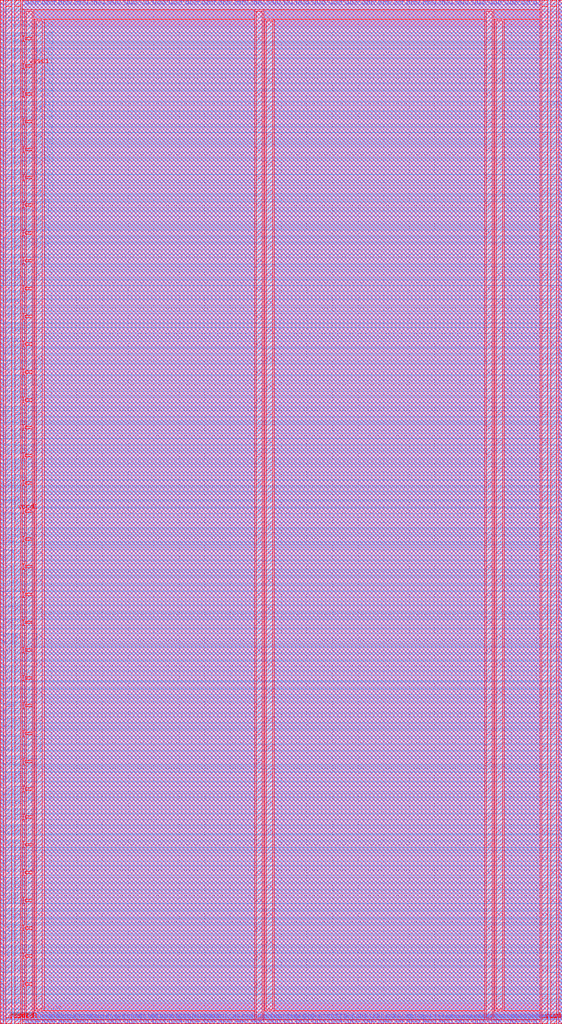
<source format=lef>
##
## LEF for PtnCells ;
## created by Innovus v19.11-s128_1 on Thu Nov 25 18:55:31 2021
##

VERSION 5.7 ;

BUSBITCHARS "[]" ;
DIVIDERCHAR "/" ;

MACRO RAM_IO
  CLASS BLOCK ;
  SIZE 109.940000 BY 200.260000 ;
  FOREIGN RAM_IO 0.000000 0.000000 ;
  ORIGIN 0 0 ;
  SYMMETRY X Y R90 ;
  PIN N1BEG[3]
    DIRECTION OUTPUT ;
    USE SIGNAL ;
    ANTENNADIFFAREA 1.782 LAYER met2  ;
    ANTENNAPARTIALMETALAREA 5.8162 LAYER met2  ;
    ANTENNAPARTIALMETALSIDEAREA 28.973 LAYER met2  ;
    PORT
      LAYER met2 ;
        RECT 8.320000 199.560000 8.700000 200.260000 ;
    END
  END N1BEG[3]
  PIN N1BEG[2]
    DIRECTION OUTPUT ;
    USE SIGNAL ;
    ANTENNADIFFAREA 1.782 LAYER met2  ;
    ANTENNAPARTIALMETALAREA 1.6218 LAYER met2  ;
    ANTENNAPARTIALMETALSIDEAREA 8.001 LAYER met2  ;
    PORT
      LAYER met2 ;
        RECT 6.940000 199.560000 7.320000 200.260000 ;
    END
  END N1BEG[2]
  PIN N1BEG[1]
    DIRECTION OUTPUT ;
    USE SIGNAL ;
    ANTENNAPARTIALCUTAREA 0.04 LAYER via2  ;
    ANTENNAPARTIALMETALAREA 2.746 LAYER met3  ;
    ANTENNAPARTIALMETALSIDEAREA 15.112 LAYER met3  ;
    ANTENNAPARTIALCUTAREA 0.04 LAYER via3  ;
    ANTENNADIFFAREA 1.782 LAYER met4  ;
    ANTENNAPARTIALMETALAREA 26.1288 LAYER met4  ;
    ANTENNAPARTIALMETALSIDEAREA 139.824 LAYER met4  ;
    PORT
      LAYER met2 ;
        RECT 6.020000 199.560000 6.400000 200.260000 ;
    END
  END N1BEG[1]
  PIN N1BEG[0]
    DIRECTION OUTPUT ;
    USE SIGNAL ;
    ANTENNADIFFAREA 1.782 LAYER met2  ;
    ANTENNAPARTIALMETALAREA 1.3458 LAYER met2  ;
    ANTENNAPARTIALMETALSIDEAREA 6.503 LAYER met2  ;
    PORT
      LAYER met2 ;
        RECT 5.100000 199.560000 5.480000 200.260000 ;
    END
  END N1BEG[0]
  PIN N2BEG[7]
    DIRECTION OUTPUT ;
    USE SIGNAL ;
    ANTENNADIFFAREA 1.782 LAYER met2  ;
    ANTENNAPARTIALMETALAREA 8.5938 LAYER met2  ;
    ANTENNAPARTIALMETALSIDEAREA 42.861 LAYER met2  ;
    PORT
      LAYER met2 ;
        RECT 16.600000 199.560000 16.980000 200.260000 ;
    END
  END N2BEG[7]
  PIN N2BEG[6]
    DIRECTION OUTPUT ;
    USE SIGNAL ;
    ANTENNADIFFAREA 1.782 LAYER met2  ;
    ANTENNAPARTIALMETALAREA 7.5366 LAYER met2  ;
    ANTENNAPARTIALMETALSIDEAREA 37.457 LAYER met2  ;
    PORT
      LAYER met2 ;
        RECT 15.680000 199.560000 16.060000 200.260000 ;
    END
  END N2BEG[6]
  PIN N2BEG[5]
    DIRECTION OUTPUT ;
    USE SIGNAL ;
    ANTENNADIFFAREA 1.782 LAYER met2  ;
    ANTENNAPARTIALMETALAREA 1.6057 LAYER met2  ;
    ANTENNAPARTIALMETALSIDEAREA 7.9205 LAYER met2  ;
    PORT
      LAYER met2 ;
        RECT 14.760000 199.560000 15.140000 200.260000 ;
    END
  END N2BEG[5]
  PIN N2BEG[4]
    DIRECTION OUTPUT ;
    USE SIGNAL ;
    ANTENNAPARTIALMETALAREA 0.2065 LAYER met2  ;
    ANTENNAPARTIALMETALSIDEAREA 0.8715 LAYER met2  ;
    ANTENNAPARTIALCUTAREA 0.04 LAYER via2  ;
    ANTENNAPARTIALMETALAREA 3.595 LAYER met3  ;
    ANTENNAPARTIALMETALSIDEAREA 19.64 LAYER met3  ;
    ANTENNAPARTIALCUTAREA 0.04 LAYER via3  ;
    ANTENNADIFFAREA 1.782 LAYER met4  ;
    ANTENNAPARTIALMETALAREA 26.2008 LAYER met4  ;
    ANTENNAPARTIALMETALSIDEAREA 140.208 LAYER met4  ;
    PORT
      LAYER met2 ;
        RECT 13.380000 199.560000 13.760000 200.260000 ;
    END
  END N2BEG[4]
  PIN N2BEG[3]
    DIRECTION OUTPUT ;
    USE SIGNAL ;
    ANTENNADIFFAREA 1.782 LAYER met2  ;
    ANTENNAPARTIALMETALAREA 1.6924 LAYER met2  ;
    ANTENNAPARTIALMETALSIDEAREA 8.344 LAYER met2  ;
    PORT
      LAYER met2 ;
        RECT 12.460000 199.560000 12.840000 200.260000 ;
    END
  END N2BEG[3]
  PIN N2BEG[2]
    DIRECTION OUTPUT ;
    USE SIGNAL ;
    ANTENNADIFFAREA 1.782 LAYER met2  ;
    ANTENNAPARTIALMETALAREA 1.353 LAYER met2  ;
    ANTENNAPARTIALMETALSIDEAREA 6.657 LAYER met2  ;
    PORT
      LAYER met2 ;
        RECT 11.540000 199.560000 11.920000 200.260000 ;
    END
  END N2BEG[2]
  PIN N2BEG[1]
    DIRECTION OUTPUT ;
    USE SIGNAL ;
    ANTENNADIFFAREA 1.782 LAYER met2  ;
    ANTENNAPARTIALMETALAREA 2.0502 LAYER met2  ;
    ANTENNAPARTIALMETALSIDEAREA 10.143 LAYER met2  ;
    PORT
      LAYER met2 ;
        RECT 10.160000 199.560000 10.540000 200.260000 ;
    END
  END N2BEG[1]
  PIN N2BEG[0]
    DIRECTION OUTPUT ;
    USE SIGNAL ;
    ANTENNADIFFAREA 1.782 LAYER met2  ;
    ANTENNAPARTIALMETALAREA 1.2242 LAYER met2  ;
    ANTENNAPARTIALMETALSIDEAREA 6.013 LAYER met2  ;
    PORT
      LAYER met2 ;
        RECT 9.240000 199.560000 9.620000 200.260000 ;
    END
  END N2BEG[0]
  PIN N2BEGb[7]
    DIRECTION OUTPUT ;
    USE SIGNAL ;
    ANTENNADIFFAREA 1.782 LAYER met2  ;
    ANTENNAPARTIALMETALAREA 3.3382 LAYER met2  ;
    ANTENNAPARTIALMETALSIDEAREA 16.583 LAYER met2  ;
    PORT
      LAYER met2 ;
        RECT 25.340000 199.560000 25.720000 200.260000 ;
    END
  END N2BEGb[7]
  PIN N2BEGb[6]
    DIRECTION OUTPUT ;
    USE SIGNAL ;
    ANTENNADIFFAREA 1.782 LAYER met2  ;
    ANTENNAPARTIALMETALAREA 2.7642 LAYER met2  ;
    ANTENNAPARTIALMETALSIDEAREA 13.713 LAYER met2  ;
    PORT
      LAYER met2 ;
        RECT 24.420000 199.560000 24.800000 200.260000 ;
    END
  END N2BEGb[6]
  PIN N2BEGb[5]
    DIRECTION OUTPUT ;
    USE SIGNAL ;
    ANTENNADIFFAREA 1.782 LAYER met2  ;
    ANTENNAPARTIALMETALAREA 3.145 LAYER met2  ;
    ANTENNAPARTIALMETALSIDEAREA 15.617 LAYER met2  ;
    PORT
      LAYER met2 ;
        RECT 23.040000 199.560000 23.420000 200.260000 ;
    END
  END N2BEGb[5]
  PIN N2BEGb[4]
    DIRECTION OUTPUT ;
    USE SIGNAL ;
    ANTENNADIFFAREA 1.782 LAYER met2  ;
    ANTENNAPARTIALMETALAREA 1.6218 LAYER met2  ;
    ANTENNAPARTIALMETALSIDEAREA 8.001 LAYER met2  ;
    PORT
      LAYER met2 ;
        RECT 22.120000 199.560000 22.500000 200.260000 ;
    END
  END N2BEGb[4]
  PIN N2BEGb[3]
    DIRECTION OUTPUT ;
    USE SIGNAL ;
    ANTENNADIFFAREA 1.782 LAYER met2  ;
    ANTENNAPARTIALMETALAREA 2.6046 LAYER met2  ;
    ANTENNAPARTIALMETALSIDEAREA 12.915 LAYER met2  ;
    PORT
      LAYER met2 ;
        RECT 21.200000 199.560000 21.580000 200.260000 ;
    END
  END N2BEGb[3]
  PIN N2BEGb[2]
    DIRECTION OUTPUT ;
    USE SIGNAL ;
    ANTENNADIFFAREA 1.782 LAYER met2  ;
    ANTENNAPARTIALMETALAREA 1.955 LAYER met2  ;
    ANTENNAPARTIALMETALSIDEAREA 9.667 LAYER met2  ;
    PORT
      LAYER met2 ;
        RECT 19.820000 199.560000 20.200000 200.260000 ;
    END
  END N2BEGb[2]
  PIN N2BEGb[1]
    DIRECTION OUTPUT ;
    USE SIGNAL ;
    ANTENNADIFFAREA 1.782 LAYER met2  ;
    ANTENNAPARTIALMETALAREA 1.955 LAYER met2  ;
    ANTENNAPARTIALMETALSIDEAREA 9.667 LAYER met2  ;
    PORT
      LAYER met2 ;
        RECT 18.900000 199.560000 19.280000 200.260000 ;
    END
  END N2BEGb[1]
  PIN N2BEGb[0]
    DIRECTION OUTPUT ;
    USE SIGNAL ;
    ANTENNADIFFAREA 1.782 LAYER met2  ;
    ANTENNAPARTIALMETALAREA 1.0814 LAYER met2  ;
    ANTENNAPARTIALMETALSIDEAREA 5.299 LAYER met2  ;
    PORT
      LAYER met2 ;
        RECT 17.980000 199.560000 18.360000 200.260000 ;
    END
  END N2BEGb[0]
  PIN N4BEG[15]
    DIRECTION OUTPUT ;
    USE SIGNAL ;
    ANTENNADIFFAREA 1.782 LAYER met2  ;
    ANTENNAPARTIALMETALAREA 1.5574 LAYER met2  ;
    ANTENNAPARTIALMETALSIDEAREA 7.679 LAYER met2  ;
    PORT
      LAYER met2 ;
        RECT 42.820000 199.560000 43.200000 200.260000 ;
    END
  END N4BEG[15]
  PIN N4BEG[14]
    DIRECTION OUTPUT ;
    USE SIGNAL ;
    ANTENNADIFFAREA 1.782 LAYER met2  ;
    ANTENNAPARTIALMETALAREA 1.4922 LAYER met2  ;
    ANTENNAPARTIALMETALSIDEAREA 7.343 LAYER met2  ;
    PORT
      LAYER met2 ;
        RECT 41.440000 199.560000 41.820000 200.260000 ;
    END
  END N4BEG[14]
  PIN N4BEG[13]
    DIRECTION OUTPUT ;
    USE SIGNAL ;
    ANTENNADIFFAREA 1.782 LAYER met2  ;
    ANTENNAPARTIALMETALAREA 1.353 LAYER met2  ;
    ANTENNAPARTIALMETALSIDEAREA 6.657 LAYER met2  ;
    PORT
      LAYER met2 ;
        RECT 40.520000 199.560000 40.900000 200.260000 ;
    END
  END N4BEG[13]
  PIN N4BEG[12]
    DIRECTION OUTPUT ;
    USE SIGNAL ;
    ANTENNADIFFAREA 1.782 LAYER met2  ;
    ANTENNAPARTIALMETALAREA 2.1074 LAYER met2  ;
    ANTENNAPARTIALMETALSIDEAREA 10.311 LAYER met2  ;
    PORT
      LAYER met2 ;
        RECT 39.600000 199.560000 39.980000 200.260000 ;
    END
  END N4BEG[12]
  PIN N4BEG[11]
    DIRECTION OUTPUT ;
    USE SIGNAL ;
    ANTENNADIFFAREA 1.782 LAYER met2  ;
    ANTENNAPARTIALMETALAREA 1.829 LAYER met2  ;
    ANTENNAPARTIALMETALSIDEAREA 9.037 LAYER met2  ;
    PORT
      LAYER met2 ;
        RECT 38.220000 199.560000 38.600000 200.260000 ;
    END
  END N4BEG[11]
  PIN N4BEG[10]
    DIRECTION OUTPUT ;
    USE SIGNAL ;
    ANTENNADIFFAREA 1.782 LAYER met2  ;
    ANTENNAPARTIALMETALAREA 1.843 LAYER met2  ;
    ANTENNAPARTIALMETALSIDEAREA 9.107 LAYER met2  ;
    PORT
      LAYER met2 ;
        RECT 37.300000 199.560000 37.680000 200.260000 ;
    END
  END N4BEG[10]
  PIN N4BEG[9]
    DIRECTION OUTPUT ;
    USE SIGNAL ;
    ANTENNADIFFAREA 1.782 LAYER met2  ;
    ANTENNAPARTIALMETALAREA 2.3666 LAYER met2  ;
    ANTENNAPARTIALMETALSIDEAREA 11.725 LAYER met2  ;
    PORT
      LAYER met2 ;
        RECT 36.380000 199.560000 36.760000 200.260000 ;
    END
  END N4BEG[9]
  PIN N4BEG[8]
    DIRECTION OUTPUT ;
    USE SIGNAL ;
    ANTENNADIFFAREA 1.782 LAYER met2  ;
    ANTENNAPARTIALMETALAREA 1.6386 LAYER met2  ;
    ANTENNAPARTIALMETALSIDEAREA 8.085 LAYER met2  ;
    PORT
      LAYER met2 ;
        RECT 35.000000 199.560000 35.380000 200.260000 ;
    END
  END N4BEG[8]
  PIN N4BEG[7]
    DIRECTION OUTPUT ;
    USE SIGNAL ;
    ANTENNADIFFAREA 1.782 LAYER met2  ;
    ANTENNAPARTIALMETALAREA 1.9074 LAYER met2  ;
    ANTENNAPARTIALMETALSIDEAREA 9.429 LAYER met2  ;
    PORT
      LAYER met2 ;
        RECT 34.080000 199.560000 34.460000 200.260000 ;
    END
  END N4BEG[7]
  PIN N4BEG[6]
    DIRECTION OUTPUT ;
    USE SIGNAL ;
    ANTENNADIFFAREA 1.782 LAYER met2  ;
    ANTENNAPARTIALMETALAREA 1.1934 LAYER met2  ;
    ANTENNAPARTIALMETALSIDEAREA 5.859 LAYER met2  ;
    PORT
      LAYER met2 ;
        RECT 33.160000 199.560000 33.540000 200.260000 ;
    END
  END N4BEG[6]
  PIN N4BEG[5]
    DIRECTION OUTPUT ;
    USE SIGNAL ;
    ANTENNADIFFAREA 1.782 LAYER met2  ;
    ANTENNAPARTIALMETALAREA 1.1934 LAYER met2  ;
    ANTENNAPARTIALMETALSIDEAREA 5.859 LAYER met2  ;
    PORT
      LAYER met2 ;
        RECT 31.780000 199.560000 32.160000 200.260000 ;
    END
  END N4BEG[5]
  PIN N4BEG[4]
    DIRECTION OUTPUT ;
    USE SIGNAL ;
    ANTENNADIFFAREA 1.782 LAYER met2  ;
    ANTENNAPARTIALMETALAREA 2.7803 LAYER met2  ;
    ANTENNAPARTIALMETALSIDEAREA 13.7935 LAYER met2  ;
    PORT
      LAYER met2 ;
        RECT 30.860000 199.560000 31.240000 200.260000 ;
    END
  END N4BEG[4]
  PIN N4BEG[3]
    DIRECTION OUTPUT ;
    USE SIGNAL ;
    ANTENNADIFFAREA 1.782 LAYER met2  ;
    ANTENNAPARTIALMETALAREA 1.5098 LAYER met2  ;
    ANTENNAPARTIALMETALSIDEAREA 7.441 LAYER met2  ;
    PORT
      LAYER met2 ;
        RECT 29.940000 199.560000 30.320000 200.260000 ;
    END
  END N4BEG[3]
  PIN N4BEG[2]
    DIRECTION OUTPUT ;
    USE SIGNAL ;
    ANTENNADIFFAREA 1.782 LAYER met2  ;
    ANTENNAPARTIALMETALAREA 1.2102 LAYER met2  ;
    ANTENNAPARTIALMETALSIDEAREA 5.943 LAYER met2  ;
    PORT
      LAYER met2 ;
        RECT 28.560000 199.560000 28.940000 200.260000 ;
    END
  END N4BEG[2]
  PIN N4BEG[1]
    DIRECTION OUTPUT ;
    USE SIGNAL ;
    ANTENNADIFFAREA 1.782 LAYER met2  ;
    ANTENNAPARTIALMETALAREA 1.955 LAYER met2  ;
    ANTENNAPARTIALMETALSIDEAREA 9.667 LAYER met2  ;
    PORT
      LAYER met2 ;
        RECT 27.640000 199.560000 28.020000 200.260000 ;
    END
  END N4BEG[1]
  PIN N4BEG[0]
    DIRECTION OUTPUT ;
    USE SIGNAL ;
    ANTENNADIFFAREA 1.782 LAYER met2  ;
    ANTENNAPARTIALMETALAREA 1.7506 LAYER met2  ;
    ANTENNAPARTIALMETALSIDEAREA 8.645 LAYER met2  ;
    PORT
      LAYER met2 ;
        RECT 26.260000 199.560000 26.640000 200.260000 ;
    END
  END N4BEG[0]
  PIN N1END[3]
    DIRECTION INPUT ;
    USE SIGNAL ;
    ANTENNADIFFAREA 0.4347 LAYER met2  ;
    ANTENNAPARTIALMETALAREA 3.9424 LAYER met2  ;
    ANTENNAPARTIALMETALSIDEAREA 19.026 LAYER met2  ;
    ANTENNAMODEL OXIDE1 ;
    ANTENNAGATEAREA 0.4347 LAYER met2  ;
    ANTENNAMAXAREACAR 13.1622 LAYER met2  ;
    ANTENNAMAXSIDEAREACAR 46.5068 LAYER met2  ;
    ANTENNAPARTIALCUTAREA 0.08 LAYER via2  ;
    ANTENNAMAXCUTCAR 0.302277 LAYER via2  ;
    ANTENNADIFFAREA 0.4347 LAYER met3  ;
    ANTENNAPARTIALMETALAREA 0.6509 LAYER met3  ;
    ANTENNAPARTIALMETALSIDEAREA 4.408 LAYER met3  ;
    ANTENNAGATEAREA 0.4347 LAYER met3  ;
    ANTENNAMAXAREACAR 14.6595 LAYER met3  ;
    ANTENNAMAXSIDEAREACAR 56.6471 LAYER met3  ;
    ANTENNAPARTIALCUTAREA 0.08 LAYER via3  ;
    ANTENNAMAXCUTCAR 0.486312 LAYER via3  ;
    ANTENNADIFFAREA 0.4347 LAYER met4  ;
    ANTENNAPARTIALMETALAREA 50.7456 LAYER met4  ;
    ANTENNAPARTIALMETALSIDEAREA 271.584 LAYER met4  ;
    ANTENNAGATEAREA 1.3887 LAYER met4  ;
    ANTENNAMAXAREACAR 66.1763 LAYER met4  ;
    ANTENNAMAXSIDEAREACAR 335.688 LAYER met4  ;
    ANTENNAMAXCUTCAR 0.826415 LAYER via4  ;
    PORT
      LAYER met2 ;
        RECT 8.320000 0.000000 8.700000 0.700000 ;
    END
  END N1END[3]
  PIN N1END[2]
    DIRECTION INPUT ;
    USE SIGNAL ;
    ANTENNADIFFAREA 0.4347 LAYER met2  ;
    ANTENNAPARTIALMETALAREA 3.8859 LAYER met2  ;
    ANTENNAPARTIALMETALSIDEAREA 18.9245 LAYER met2  ;
    ANTENNAMODEL OXIDE1 ;
    ANTENNAGATEAREA 0.5937 LAYER met2  ;
    ANTENNAMAXAREACAR 13.0297 LAYER met2  ;
    ANTENNAMAXSIDEAREACAR 46.5957 LAYER met2  ;
    ANTENNAPARTIALCUTAREA 0.04 LAYER via2  ;
    ANTENNAMAXCUTCAR 0.390645 LAYER via2  ;
    ANTENNADIFFAREA 0.4347 LAYER met3  ;
    ANTENNAPARTIALMETALAREA 0.4 LAYER met3  ;
    ANTENNAPARTIALMETALSIDEAREA 2.6 LAYER met3  ;
    ANTENNAGATEAREA 0.5937 LAYER met3  ;
    ANTENNAMAXAREACAR 13.7034 LAYER met3  ;
    ANTENNAMAXSIDEAREACAR 50.975 LAYER met3  ;
    ANTENNAPARTIALCUTAREA 0.04 LAYER via3  ;
    ANTENNAMAXCUTCAR 0.458019 LAYER via3  ;
    ANTENNADIFFAREA 0.4347 LAYER met4  ;
    ANTENNAPARTIALMETALAREA 24.6246 LAYER met4  ;
    ANTENNAPARTIALMETALSIDEAREA 132.272 LAYER met4  ;
    ANTENNAGATEAREA 1.3887 LAYER met4  ;
    ANTENNAMAXAREACAR 36.98 LAYER met4  ;
    ANTENNAMAXSIDEAREACAR 184.272 LAYER met4  ;
    ANTENNAMAXCUTCAR 0.625157 LAYER via4  ;
    PORT
      LAYER met2 ;
        RECT 6.940000 0.000000 7.320000 0.700000 ;
    END
  END N1END[2]
  PIN N1END[1]
    DIRECTION INPUT ;
    USE SIGNAL ;
    ANTENNAPARTIALMETALAREA 7.3923 LAYER met2  ;
    ANTENNAPARTIALMETALSIDEAREA 36.6625 LAYER met2  ;
    ANTENNAMODEL OXIDE1 ;
    ANTENNAGATEAREA 0.1965 LAYER met2  ;
    ANTENNAMAXAREACAR 39.9654 LAYER met2  ;
    ANTENNAMAXSIDEAREACAR 194.967 LAYER met2  ;
    ANTENNAPARTIALCUTAREA 0.04 LAYER via2  ;
    ANTENNAMAXCUTCAR 0.579644 LAYER via2  ;
    ANTENNAPARTIALMETALAREA 2.0508 LAYER met3  ;
    ANTENNAPARTIALMETALSIDEAREA 11.408 LAYER met3  ;
    ANTENNAGATEAREA 0.9915 LAYER met3  ;
    ANTENNAMAXAREACAR 42.0338 LAYER met3  ;
    ANTENNAMAXSIDEAREACAR 206.473 LAYER met3  ;
    ANTENNAMAXCUTCAR 0.579644 LAYER via3  ;
    PORT
      LAYER met2 ;
        RECT 6.020000 0.000000 6.400000 0.700000 ;
    END
  END N1END[1]
  PIN N1END[0]
    DIRECTION INPUT ;
    USE SIGNAL ;
    ANTENNADIFFAREA 0.4347 LAYER met2  ;
    ANTENNAPARTIALMETALAREA 4.0455 LAYER met2  ;
    ANTENNAPARTIALMETALSIDEAREA 19.7225 LAYER met2  ;
    ANTENNAMODEL OXIDE1 ;
    ANTENNAGATEAREA 0.5937 LAYER met2  ;
    ANTENNAMAXAREACAR 11.1699 LAYER met2  ;
    ANTENNAMAXSIDEAREACAR 41.8643 LAYER met2  ;
    ANTENNAPARTIALCUTAREA 0.04 LAYER via2  ;
    ANTENNAMAXCUTCAR 0.390645 LAYER via2  ;
    ANTENNADIFFAREA 0.4347 LAYER met3  ;
    ANTENNAPARTIALMETALAREA 0.255 LAYER met3  ;
    ANTENNAPARTIALMETALSIDEAREA 1.808 LAYER met3  ;
    ANTENNAGATEAREA 0.5937 LAYER met3  ;
    ANTENNAMAXAREACAR 11.5994 LAYER met3  ;
    ANTENNAMAXSIDEAREACAR 44.9096 LAYER met3  ;
    ANTENNAPARTIALCUTAREA 0.04 LAYER via3  ;
    ANTENNAMAXCUTCAR 0.458019 LAYER via3  ;
    ANTENNADIFFAREA 0.4347 LAYER met4  ;
    ANTENNAPARTIALMETALAREA 18.0912 LAYER met4  ;
    ANTENNAPARTIALMETALSIDEAREA 98.368 LAYER met4  ;
    ANTENNAGATEAREA 1.3887 LAYER met4  ;
    ANTENNAMAXAREACAR 37.7715 LAYER met4  ;
    ANTENNAMAXSIDEAREACAR 195.269 LAYER met4  ;
    ANTENNAMAXCUTCAR 0.826415 LAYER via4  ;
    PORT
      LAYER met2 ;
        RECT 5.100000 0.000000 5.480000 0.700000 ;
    END
  END N1END[0]
  PIN N2MID[7]
    DIRECTION INPUT ;
    USE SIGNAL ;
    ANTENNAPARTIALMETALAREA 9.2574 LAYER met2  ;
    ANTENNAPARTIALMETALSIDEAREA 46.116 LAYER met2  ;
    ANTENNAMODEL OXIDE1 ;
    ANTENNAGATEAREA 0.1965 LAYER met2  ;
    ANTENNAMAXAREACAR 49.0921 LAYER met2  ;
    ANTENNAMAXSIDEAREACAR 241.768 LAYER met2  ;
    ANTENNAPARTIALCUTAREA 0.04 LAYER via2  ;
    ANTENNAMAXCUTCAR 0.46514 LAYER via2  ;
    ANTENNAPARTIALMETALAREA 1.021 LAYER met3  ;
    ANTENNAPARTIALMETALSIDEAREA 5.912 LAYER met3  ;
    ANTENNAGATEAREA 0.1965 LAYER met3  ;
    ANTENNAMAXAREACAR 54.288 LAYER met3  ;
    ANTENNAMAXSIDEAREACAR 271.855 LAYER met3  ;
    ANTENNAPARTIALCUTAREA 0.04 LAYER via3  ;
    ANTENNAMAXCUTCAR 0.668702 LAYER via3  ;
    ANTENNAPARTIALMETALAREA 0.6678 LAYER met4  ;
    ANTENNAPARTIALMETALSIDEAREA 4.032 LAYER met4  ;
    ANTENNAGATEAREA 0.3555 LAYER met4  ;
    ANTENNAMAXAREACAR 70.0709 LAYER met4  ;
    ANTENNAMAXSIDEAREACAR 365.751 LAYER met4  ;
    ANTENNAMAXCUTCAR 0.826415 LAYER via4  ;
    PORT
      LAYER met2 ;
        RECT 16.600000 0.000000 16.980000 0.700000 ;
    END
  END N2MID[7]
  PIN N2MID[6]
    DIRECTION INPUT ;
    USE SIGNAL ;
    ANTENNAPARTIALMETALAREA 9.6828 LAYER met2  ;
    ANTENNAPARTIALMETALSIDEAREA 48.125 LAYER met2  ;
    ANTENNAMODEL OXIDE1 ;
    ANTENNAGATEAREA 0.1965 LAYER met2  ;
    ANTENNAMAXAREACAR 52.5023 LAYER met2  ;
    ANTENNAMAXSIDEAREACAR 258.252 LAYER met2  ;
    ANTENNAPARTIALCUTAREA 0.04 LAYER via2  ;
    ANTENNAMAXCUTCAR 0.46514 LAYER via2  ;
    ANTENNAPARTIALMETALAREA 0.545875 LAYER met3  ;
    ANTENNAPARTIALMETALSIDEAREA 3.376 LAYER met3  ;
    ANTENNAGATEAREA 0.1965 LAYER met3  ;
    ANTENNAMAXAREACAR 55.2803 LAYER met3  ;
    ANTENNAMAXSIDEAREACAR 275.433 LAYER met3  ;
    ANTENNAPARTIALCUTAREA 0.04 LAYER via3  ;
    ANTENNAMAXCUTCAR 0.668702 LAYER via3  ;
    ANTENNADIFFAREA 0.8694 LAYER met4  ;
    ANTENNAPARTIALMETALAREA 28.7553 LAYER met4  ;
    ANTENNAPARTIALMETALSIDEAREA 154.768 LAYER met4  ;
    ANTENNAGATEAREA 1.2249 LAYER met4  ;
    ANTENNAMAXAREACAR 78.7559 LAYER met4  ;
    ANTENNAMAXSIDEAREACAR 401.784 LAYER met4  ;
    ANTENNAMAXCUTCAR 0.668702 LAYER via4  ;
    PORT
      LAYER met2 ;
        RECT 15.680000 0.000000 16.060000 0.700000 ;
    END
  END N2MID[6]
  PIN N2MID[5]
    DIRECTION INPUT ;
    USE SIGNAL ;
    ANTENNAPARTIALMETALAREA 1.2994 LAYER met2  ;
    ANTENNAPARTIALMETALSIDEAREA 6.251 LAYER met2  ;
    ANTENNAMODEL OXIDE1 ;
    ANTENNAGATEAREA 0.3555 LAYER met2  ;
    ANTENNAMAXAREACAR 54.0627 LAYER met2  ;
    ANTENNAMAXSIDEAREACAR 260.42 LAYER met2  ;
    ANTENNAMAXCUTCAR 0.46478 LAYER via2  ;
    PORT
      LAYER met2 ;
        RECT 14.760000 0.000000 15.140000 0.700000 ;
    END
  END N2MID[5]
  PIN N2MID[4]
    DIRECTION INPUT ;
    USE SIGNAL ;
    ANTENNAPARTIALMETALAREA 2.9379 LAYER met2  ;
    ANTENNAPARTIALMETALSIDEAREA 14.5285 LAYER met2  ;
    ANTENNAPARTIALCUTAREA 0.04 LAYER via2  ;
    ANTENNAPARTIALMETALAREA 1.78 LAYER met3  ;
    ANTENNAPARTIALMETALSIDEAREA 9.96 LAYER met3  ;
    ANTENNAPARTIALCUTAREA 0.04 LAYER via3  ;
    ANTENNAPARTIALMETALAREA 19.6695 LAYER met4  ;
    ANTENNAPARTIALMETALSIDEAREA 105.84 LAYER met4  ;
    ANTENNAMODEL OXIDE1 ;
    ANTENNAGATEAREA 0.3555 LAYER met4  ;
    ANTENNAMAXAREACAR 80.1373 LAYER met4  ;
    ANTENNAMAXSIDEAREACAR 419.832 LAYER met4  ;
    ANTENNAMAXCUTCAR 0.826415 LAYER via4  ;
    PORT
      LAYER met2 ;
        RECT 13.380000 0.000000 13.760000 0.700000 ;
    END
  END N2MID[4]
  PIN N2MID[3]
    DIRECTION INPUT ;
    USE SIGNAL ;
    ANTENNAPARTIALMETALAREA 2.2561 LAYER met2  ;
    ANTENNAPARTIALMETALSIDEAREA 11.1195 LAYER met2  ;
    ANTENNAPARTIALCUTAREA 0.04 LAYER via2  ;
    ANTENNAPARTIALMETALAREA 0.607 LAYER met3  ;
    ANTENNAPARTIALMETALSIDEAREA 3.704 LAYER met3  ;
    ANTENNAPARTIALCUTAREA 0.04 LAYER via3  ;
    ANTENNADIFFAREA 0.8694 LAYER met4  ;
    ANTENNAPARTIALMETALAREA 52.0989 LAYER met4  ;
    ANTENNAPARTIALMETALSIDEAREA 280.208 LAYER met4  ;
    ANTENNAMODEL OXIDE1 ;
    ANTENNAGATEAREA 1.2249 LAYER met4  ;
    ANTENNAMAXAREACAR 61.6158 LAYER met4  ;
    ANTENNAMAXSIDEAREACAR 308.325 LAYER met4  ;
    ANTENNAMAXCUTCAR 0.826415 LAYER via4  ;
    PORT
      LAYER met2 ;
        RECT 12.460000 0.000000 12.840000 0.700000 ;
    END
  END N2MID[3]
  PIN N2MID[2]
    DIRECTION INPUT ;
    USE SIGNAL ;
    ANTENNAPARTIALCUTAREA 0.04 LAYER via2  ;
    ANTENNAPARTIALMETALAREA 1.918 LAYER met3  ;
    ANTENNAPARTIALMETALSIDEAREA 10.696 LAYER met3  ;
    ANTENNAPARTIALCUTAREA 0.04 LAYER via3  ;
    ANTENNADIFFAREA 0.8694 LAYER met4  ;
    ANTENNAPARTIALMETALAREA 51.7251 LAYER met4  ;
    ANTENNAPARTIALMETALSIDEAREA 277.744 LAYER met4  ;
    ANTENNAMODEL OXIDE1 ;
    ANTENNAGATEAREA 1.2249 LAYER met4  ;
    ANTENNAMAXAREACAR 83.8356 LAYER met4  ;
    ANTENNAMAXSIDEAREACAR 435.1 LAYER met4  ;
    ANTENNAMAXCUTCAR 1.32956 LAYER via4  ;
    PORT
      LAYER met2 ;
        RECT 11.540000 0.000000 11.920000 0.700000 ;
    END
  END N2MID[2]
  PIN N2MID[1]
    DIRECTION INPUT ;
    USE SIGNAL ;
    ANTENNAPARTIALMETALAREA 1.0591 LAYER met2  ;
    ANTENNAPARTIALMETALSIDEAREA 5.1345 LAYER met2  ;
    ANTENNAPARTIALCUTAREA 0.04 LAYER via2  ;
    ANTENNAPARTIALMETALAREA 1.504 LAYER met3  ;
    ANTENNAPARTIALMETALSIDEAREA 8.488 LAYER met3  ;
    ANTENNAPARTIALCUTAREA 0.04 LAYER via3  ;
    ANTENNADIFFAREA 0.8694 LAYER met4  ;
    ANTENNAPARTIALMETALAREA 41.1189 LAYER met4  ;
    ANTENNAPARTIALMETALSIDEAREA 221.648 LAYER met4  ;
    ANTENNAMODEL OXIDE1 ;
    ANTENNAGATEAREA 1.2249 LAYER met4  ;
    ANTENNAMAXAREACAR 61.7949 LAYER met4  ;
    ANTENNAMAXSIDEAREACAR 321.28 LAYER met4  ;
    ANTENNAMAXCUTCAR 0.999007 LAYER via4  ;
    PORT
      LAYER met2 ;
        RECT 10.160000 0.000000 10.540000 0.700000 ;
    END
  END N2MID[1]
  PIN N2MID[0]
    DIRECTION INPUT ;
    USE SIGNAL ;
    ANTENNAPARTIALMETALAREA 1.7214 LAYER met2  ;
    ANTENNAPARTIALMETALSIDEAREA 8.253 LAYER met2  ;
    ANTENNAMODEL OXIDE1 ;
    ANTENNAGATEAREA 0.3555 LAYER met2  ;
    ANTENNAMAXAREACAR 52.1485 LAYER met2  ;
    ANTENNAMAXSIDEAREACAR 251.457 LAYER met2  ;
    ANTENNAMAXCUTCAR 0.32327 LAYER via2  ;
    PORT
      LAYER met2 ;
        RECT 9.240000 0.000000 9.620000 0.700000 ;
    END
  END N2MID[0]
  PIN N2END[7]
    DIRECTION INPUT ;
    USE SIGNAL ;
    ANTENNADIFFAREA 0.4347 LAYER met2  ;
    ANTENNAPARTIALMETALAREA 3.8085 LAYER met2  ;
    ANTENNAPARTIALMETALSIDEAREA 18.7635 LAYER met2  ;
    ANTENNAMODEL OXIDE1 ;
    ANTENNAGATEAREA 0.4347 LAYER met2  ;
    ANTENNAMAXAREACAR 17.0186 LAYER met2  ;
    ANTENNAMAXSIDEAREACAR 66.3216 LAYER met2  ;
    ANTENNAPARTIALCUTAREA 0.04 LAYER via2  ;
    ANTENNAMAXCUTCAR 0.26202 LAYER via2  ;
    ANTENNADIFFAREA 0.4347 LAYER met3  ;
    ANTENNAPARTIALMETALAREA 0.883 LAYER met3  ;
    ANTENNAPARTIALMETALSIDEAREA 5.176 LAYER met3  ;
    ANTENNAGATEAREA 0.4347 LAYER met3  ;
    ANTENNAMAXAREACAR 19.0499 LAYER met3  ;
    ANTENNAMAXSIDEAREACAR 78.2287 LAYER met3  ;
    ANTENNAPARTIALCUTAREA 0.04 LAYER via3  ;
    ANTENNAMAXCUTCAR 0.354037 LAYER via3  ;
    ANTENNADIFFAREA 0.4347 LAYER met4  ;
    ANTENNAPARTIALMETALAREA 8.7198 LAYER met4  ;
    ANTENNAPARTIALMETALSIDEAREA 46.976 LAYER met4  ;
    ANTENNAGATEAREA 0.5937 LAYER met4  ;
    ANTENNAMAXAREACAR 44.6715 LAYER met4  ;
    ANTENNAMAXSIDEAREACAR 228.791 LAYER met4  ;
    ANTENNAMAXCUTCAR 0.826415 LAYER via4  ;
    PORT
      LAYER met2 ;
        RECT 25.340000 0.000000 25.720000 0.700000 ;
    END
  END N2END[7]
  PIN N2END[6]
    DIRECTION INPUT ;
    USE SIGNAL ;
    ANTENNADIFFAREA 0.4347 LAYER met2  ;
    ANTENNAPARTIALMETALAREA 1.9365 LAYER met2  ;
    ANTENNAPARTIALMETALSIDEAREA 9.2855 LAYER met2  ;
    ANTENNAMODEL OXIDE1 ;
    ANTENNAGATEAREA 0.4347 LAYER met2  ;
    ANTENNAMAXAREACAR 9.06395 LAYER met2  ;
    ANTENNAMAXSIDEAREACAR 24.7067 LAYER met2  ;
    ANTENNAPARTIALCUTAREA 0.04 LAYER via2  ;
    ANTENNAMAXCUTCAR 0.21026 LAYER via2  ;
    ANTENNADIFFAREA 0.4347 LAYER met3  ;
    ANTENNAPARTIALMETALAREA 0.538 LAYER met3  ;
    ANTENNAPARTIALMETALSIDEAREA 3.336 LAYER met3  ;
    ANTENNAGATEAREA 0.4347 LAYER met3  ;
    ANTENNAMAXAREACAR 10.3016 LAYER met3  ;
    ANTENNAMAXSIDEAREACAR 32.381 LAYER met3  ;
    ANTENNAPARTIALCUTAREA 0.04 LAYER via3  ;
    ANTENNAMAXCUTCAR 0.302277 LAYER via3  ;
    ANTENNADIFFAREA 0.4347 LAYER met4  ;
    ANTENNAPARTIALMETALAREA 53.5866 LAYER met4  ;
    ANTENNAPARTIALMETALSIDEAREA 286.736 LAYER met4  ;
    ANTENNAGATEAREA 0.5937 LAYER met4  ;
    ANTENNAMAXAREACAR 100.56 LAYER met4  ;
    ANTENNAMAXSIDEAREACAR 525.09 LAYER met4  ;
    ANTENNAMAXCUTCAR 0.826415 LAYER via4  ;
    PORT
      LAYER met2 ;
        RECT 24.420000 0.000000 24.800000 0.700000 ;
    END
  END N2END[6]
  PIN N2END[5]
    DIRECTION INPUT ;
    USE SIGNAL ;
    ANTENNADIFFAREA 0.4347 LAYER met2  ;
    ANTENNAPARTIALMETALAREA 1.3171 LAYER met2  ;
    ANTENNAPARTIALMETALSIDEAREA 6.2965 LAYER met2  ;
    ANTENNAMODEL OXIDE1 ;
    ANTENNAGATEAREA 0.4347 LAYER met2  ;
    ANTENNAMAXAREACAR 7.72211 LAYER met2  ;
    ANTENNAMAXSIDEAREACAR 18.7785 LAYER met2  ;
    ANTENNAPARTIALCUTAREA 0.04 LAYER via2  ;
    ANTENNAMAXCUTCAR 0.21026 LAYER via2  ;
    ANTENNADIFFAREA 0.4347 LAYER met3  ;
    ANTENNAPARTIALMETALAREA 3.388 LAYER met3  ;
    ANTENNAPARTIALMETALSIDEAREA 18.536 LAYER met3  ;
    ANTENNAGATEAREA 0.4347 LAYER met3  ;
    ANTENNAMAXAREACAR 15.516 LAYER met3  ;
    ANTENNAMAXSIDEAREACAR 61.4194 LAYER met3  ;
    ANTENNAPARTIALCUTAREA 0.04 LAYER via3  ;
    ANTENNAMAXCUTCAR 0.302277 LAYER via3  ;
    ANTENNADIFFAREA 0.4347 LAYER met4  ;
    ANTENNAPARTIALMETALAREA 49.9188 LAYER met4  ;
    ANTENNAPARTIALMETALSIDEAREA 266.704 LAYER met4  ;
    ANTENNAGATEAREA 0.5937 LAYER met4  ;
    ANTENNAMAXAREACAR 102.409 LAYER met4  ;
    ANTENNAMAXSIDEAREACAR 536.843 LAYER met4  ;
    ANTENNAMAXCUTCAR 0.826415 LAYER via4  ;
    PORT
      LAYER met2 ;
        RECT 23.040000 0.000000 23.420000 0.700000 ;
    END
  END N2END[5]
  PIN N2END[4]
    DIRECTION INPUT ;
    USE SIGNAL ;
    ANTENNADIFFAREA 0.4347 LAYER met2  ;
    ANTENNAPARTIALMETALAREA 10.8934 LAYER met2  ;
    ANTENNAPARTIALMETALSIDEAREA 54.005 LAYER met2  ;
    ANTENNAMODEL OXIDE1 ;
    ANTENNAGATEAREA 0.5937 LAYER met2  ;
    ANTENNAMAXAREACAR 30.5194 LAYER met2  ;
    ANTENNAMAXSIDEAREACAR 144.74 LAYER met2  ;
    ANTENNAMAXCUTCAR 0.32327 LAYER via2  ;
    PORT
      LAYER met2 ;
        RECT 22.120000 0.000000 22.500000 0.700000 ;
    END
  END N2END[4]
  PIN N2END[3]
    DIRECTION INPUT ;
    USE SIGNAL ;
    ANTENNADIFFAREA 0.4347 LAYER met2  ;
    ANTENNAPARTIALMETALAREA 2.1201 LAYER met2  ;
    ANTENNAPARTIALMETALSIDEAREA 10.3215 LAYER met2  ;
    ANTENNAMODEL OXIDE1 ;
    ANTENNAGATEAREA 0.4347 LAYER met2  ;
    ANTENNAMAXAREACAR 10.2151 LAYER met2  ;
    ANTENNAMAXSIDEAREACAR 32.3039 LAYER met2  ;
    ANTENNAPARTIALCUTAREA 0.04 LAYER via2  ;
    ANTENNAMAXCUTCAR 0.26202 LAYER via2  ;
    ANTENNADIFFAREA 0.4347 LAYER met3  ;
    ANTENNAPARTIALMETALAREA 1.642 LAYER met3  ;
    ANTENNAPARTIALMETALSIDEAREA 9.224 LAYER met3  ;
    ANTENNAGATEAREA 0.4347 LAYER met3  ;
    ANTENNAMAXAREACAR 13.9924 LAYER met3  ;
    ANTENNAMAXSIDEAREACAR 53.5231 LAYER met3  ;
    ANTENNAPARTIALCUTAREA 0.04 LAYER via3  ;
    ANTENNAMAXCUTCAR 0.354037 LAYER via3  ;
    ANTENNADIFFAREA 0.4347 LAYER met4  ;
    ANTENNAPARTIALMETALAREA 45.7098 LAYER met4  ;
    ANTENNAPARTIALMETALSIDEAREA 244.256 LAYER met4  ;
    ANTENNAGATEAREA 0.5937 LAYER met4  ;
    ANTENNAMAXAREACAR 104.334 LAYER met4  ;
    ANTENNAMAXSIDEAREACAR 548.885 LAYER met4  ;
    ANTENNAMAXCUTCAR 0.826415 LAYER via4  ;
    PORT
      LAYER met2 ;
        RECT 21.200000 0.000000 21.580000 0.700000 ;
    END
  END N2END[3]
  PIN N2END[2]
    DIRECTION INPUT ;
    USE SIGNAL ;
    ANTENNADIFFAREA 0.4347 LAYER met2  ;
    ANTENNAPARTIALMETALAREA 1.5486 LAYER met2  ;
    ANTENNAPARTIALMETALSIDEAREA 7.399 LAYER met2  ;
    ANTENNAMODEL OXIDE1 ;
    ANTENNAGATEAREA 0.5937 LAYER met2  ;
    ANTENNAMAXAREACAR 24.5205 LAYER met2  ;
    ANTENNAMAXSIDEAREACAR 103.808 LAYER met2  ;
    ANTENNAMAXCUTCAR 0.32327 LAYER via2  ;
    PORT
      LAYER met2 ;
        RECT 19.820000 0.000000 20.200000 0.700000 ;
    END
  END N2END[2]
  PIN N2END[1]
    DIRECTION INPUT ;
    USE SIGNAL ;
    ANTENNADIFFAREA 0.4347 LAYER met2  ;
    ANTENNAPARTIALMETALAREA 0.8952 LAYER met2  ;
    ANTENNAPARTIALMETALSIDEAREA 4.207 LAYER met2  ;
    ANTENNAMODEL OXIDE1 ;
    ANTENNAGATEAREA 0.4347 LAYER met2  ;
    ANTENNAMAXAREACAR 6.26708 LAYER met2  ;
    ANTENNAMAXSIDEAREACAR 12.8353 LAYER met2  ;
    ANTENNAPARTIALCUTAREA 0.04 LAYER via2  ;
    ANTENNAMAXCUTCAR 0.21026 LAYER via2  ;
    ANTENNADIFFAREA 0.4347 LAYER met3  ;
    ANTENNAPARTIALMETALAREA 7.552 LAYER met3  ;
    ANTENNAPARTIALMETALSIDEAREA 40.744 LAYER met3  ;
    ANTENNAGATEAREA 0.4347 LAYER met3  ;
    ANTENNAMAXAREACAR 23.64 LAYER met3  ;
    ANTENNAMAXSIDEAREACAR 106.564 LAYER met3  ;
    ANTENNAPARTIALCUTAREA 0.04 LAYER via3  ;
    ANTENNAMAXCUTCAR 0.302277 LAYER via3  ;
    ANTENNADIFFAREA 0.4347 LAYER met4  ;
    ANTENNAPARTIALMETALAREA 44.2698 LAYER met4  ;
    ANTENNAPARTIALMETALSIDEAREA 236.576 LAYER met4  ;
    ANTENNAGATEAREA 0.5937 LAYER met4  ;
    ANTENNAMAXAREACAR 98.2059 LAYER met4  ;
    ANTENNAMAXSIDEAREACAR 505.042 LAYER met4  ;
    ANTENNAMAXCUTCAR 0.826415 LAYER via4  ;
    PORT
      LAYER met2 ;
        RECT 18.900000 0.000000 19.280000 0.700000 ;
    END
  END N2END[1]
  PIN N2END[0]
    DIRECTION INPUT ;
    USE SIGNAL ;
    ANTENNADIFFAREA 0.4347 LAYER met2  ;
    ANTENNAPARTIALMETALAREA 1.1808 LAYER met2  ;
    ANTENNAPARTIALMETALSIDEAREA 5.635 LAYER met2  ;
    ANTENNAMODEL OXIDE1 ;
    ANTENNAGATEAREA 0.4347 LAYER met2  ;
    ANTENNAMAXAREACAR 6.80929 LAYER met2  ;
    ANTENNAMAXSIDEAREACAR 15.7016 LAYER met2  ;
    ANTENNAPARTIALCUTAREA 0.04 LAYER via2  ;
    ANTENNAMAXCUTCAR 0.21026 LAYER via2  ;
    ANTENNADIFFAREA 0.4347 LAYER met3  ;
    ANTENNAPARTIALMETALAREA 4.954 LAYER met3  ;
    ANTENNAPARTIALMETALSIDEAREA 26.888 LAYER met3  ;
    ANTENNAGATEAREA 0.4347 LAYER met3  ;
    ANTENNAMAXAREACAR 18.2057 LAYER met3  ;
    ANTENNAMAXSIDEAREACAR 77.5558 LAYER met3  ;
    ANTENNAPARTIALCUTAREA 0.04 LAYER via3  ;
    ANTENNAMAXCUTCAR 0.302277 LAYER via3  ;
    ANTENNADIFFAREA 0.4347 LAYER met4  ;
    ANTENNAPARTIALMETALAREA 20.9004 LAYER met4  ;
    ANTENNAPARTIALMETALSIDEAREA 112.88 LAYER met4  ;
    ANTENNAGATEAREA 0.5937 LAYER met4  ;
    ANTENNAMAXAREACAR 53.4093 LAYER met4  ;
    ANTENNAMAXSIDEAREACAR 267.685 LAYER met4  ;
    ANTENNAMAXCUTCAR 0.826415 LAYER via4  ;
    PORT
      LAYER met2 ;
        RECT 17.980000 0.000000 18.360000 0.700000 ;
    END
  END N2END[0]
  PIN N4END[15]
    DIRECTION INPUT ;
    USE SIGNAL ;
    ANTENNAPARTIALMETALAREA 2.0118 LAYER met2  ;
    ANTENNAPARTIALMETALSIDEAREA 9.898 LAYER met2  ;
    ANTENNAPARTIALCUTAREA 0.04 LAYER via2  ;
    ANTENNAPARTIALMETALAREA 0.2436 LAYER met3  ;
    ANTENNAPARTIALMETALSIDEAREA 1.592 LAYER met3  ;
    ANTENNAPARTIALCUTAREA 0.04 LAYER via3  ;
    ANTENNADIFFAREA 0.4347 LAYER met4  ;
    ANTENNAPARTIALMETALAREA 24.5124 LAYER met4  ;
    ANTENNAPARTIALMETALSIDEAREA 132.144 LAYER met4  ;
    ANTENNAMODEL OXIDE1 ;
    ANTENNAGATEAREA 0.6312 LAYER met4  ;
    ANTENNAMAXAREACAR 50.9465 LAYER met4  ;
    ANTENNAMAXSIDEAREACAR 254.739 LAYER met4  ;
    ANTENNAMAXCUTCAR 0.528511 LAYER via4  ;
    PORT
      LAYER met2 ;
        RECT 42.820000 0.000000 43.200000 0.700000 ;
    END
  END N4END[15]
  PIN N4END[14]
    DIRECTION INPUT ;
    USE SIGNAL ;
    ANTENNAPARTIALMETALAREA 12.4207 LAYER met2  ;
    ANTENNAPARTIALMETALSIDEAREA 61.9955 LAYER met2  ;
    ANTENNAMODEL OXIDE1 ;
    ANTENNAGATEAREA 0.1965 LAYER met2  ;
    ANTENNAMAXAREACAR 66.6392 LAYER met2  ;
    ANTENNAMAXSIDEAREACAR 326.219 LAYER met2  ;
    ANTENNAMAXCUTCAR 0.261578 LAYER via2  ;
    PORT
      LAYER met2 ;
        RECT 41.440000 0.000000 41.820000 0.700000 ;
    END
  END N4END[14]
  PIN N4END[13]
    DIRECTION INPUT ;
    USE SIGNAL ;
    ANTENNAPARTIALMETALAREA 1.5505 LAYER met2  ;
    ANTENNAPARTIALMETALSIDEAREA 7.5915 LAYER met2  ;
    ANTENNAPARTIALCUTAREA 0.04 LAYER via2  ;
    ANTENNAPARTIALMETALAREA 1.918 LAYER met3  ;
    ANTENNAPARTIALMETALSIDEAREA 10.696 LAYER met3  ;
    ANTENNAPARTIALCUTAREA 0.04 LAYER via3  ;
    ANTENNADIFFAREA 0.4347 LAYER met4  ;
    ANTENNAPARTIALMETALAREA 16.4508 LAYER met4  ;
    ANTENNAPARTIALMETALSIDEAREA 88.208 LAYER met4  ;
    ANTENNAMODEL OXIDE1 ;
    ANTENNAGATEAREA 0.6312 LAYER met4  ;
    ANTENNAMAXAREACAR 41.3922 LAYER met4  ;
    ANTENNAMAXSIDEAREACAR 200.136 LAYER met4  ;
    ANTENNAMAXCUTCAR 0.38832 LAYER via4  ;
    PORT
      LAYER met2 ;
        RECT 40.520000 0.000000 40.900000 0.700000 ;
    END
  END N4END[13]
  PIN N4END[12]
    DIRECTION INPUT ;
    USE SIGNAL ;
    ANTENNAPARTIALCUTAREA 0.04 LAYER via2  ;
    ANTENNAPARTIALMETALAREA 1.573 LAYER met3  ;
    ANTENNAPARTIALMETALSIDEAREA 8.856 LAYER met3  ;
    ANTENNAPARTIALCUTAREA 0.04 LAYER via3  ;
    ANTENNADIFFAREA 0.4347 LAYER met4  ;
    ANTENNAPARTIALMETALAREA 30.8325 LAYER met4  ;
    ANTENNAPARTIALMETALSIDEAREA 165.376 LAYER met4  ;
    ANTENNAMODEL OXIDE1 ;
    ANTENNAGATEAREA 0.6312 LAYER met4  ;
    ANTENNAMAXAREACAR 61.1334 LAYER met4  ;
    ANTENNAMAXSIDEAREACAR 318.606 LAYER met4  ;
    ANTENNAMAXCUTCAR 0.668702 LAYER via4  ;
    PORT
      LAYER met2 ;
        RECT 39.600000 0.000000 39.980000 0.700000 ;
    END
  END N4END[12]
  PIN N4END[11]
    DIRECTION INPUT ;
    USE SIGNAL ;
    ANTENNAPARTIALMETALAREA 2.0909 LAYER met2  ;
    ANTENNAPARTIALMETALSIDEAREA 10.2935 LAYER met2  ;
    ANTENNAPARTIALCUTAREA 0.04 LAYER via2  ;
    ANTENNAPARTIALMETALAREA 0.2409 LAYER met3  ;
    ANTENNAPARTIALMETALSIDEAREA 1.64 LAYER met3  ;
    ANTENNAPARTIALCUTAREA 0.04 LAYER via3  ;
    ANTENNAPARTIALMETALAREA 8.5848 LAYER met4  ;
    ANTENNAPARTIALMETALSIDEAREA 46.256 LAYER met4  ;
    ANTENNAMODEL OXIDE1 ;
    ANTENNAGATEAREA 0.1965 LAYER met4  ;
    ANTENNAMAXAREACAR 82.3583 LAYER met4  ;
    ANTENNAMAXSIDEAREACAR 428.611 LAYER met4  ;
    ANTENNAMAXCUTCAR 0.668702 LAYER via4  ;
    PORT
      LAYER met2 ;
        RECT 38.220000 0.000000 38.600000 0.700000 ;
    END
  END N4END[11]
  PIN N4END[10]
    DIRECTION INPUT ;
    USE SIGNAL ;
    ANTENNAPARTIALMETALAREA 1.9927 LAYER met2  ;
    ANTENNAPARTIALMETALSIDEAREA 9.6845 LAYER met2  ;
    ANTENNAPARTIALCUTAREA 0.04 LAYER via2  ;
    ANTENNAPARTIALMETALAREA 0.2509 LAYER met3  ;
    ANTENNAPARTIALMETALSIDEAREA 1.808 LAYER met3  ;
    ANTENNAPARTIALCUTAREA 0.04 LAYER via3  ;
    ANTENNADIFFAREA 0.4347 LAYER met4  ;
    ANTENNAPARTIALMETALAREA 24.2988 LAYER met4  ;
    ANTENNAPARTIALMETALSIDEAREA 130.064 LAYER met4  ;
    ANTENNAMODEL OXIDE1 ;
    ANTENNAGATEAREA 0.6312 LAYER met4  ;
    ANTENNAMAXAREACAR 56.9129 LAYER met4  ;
    ANTENNAMAXSIDEAREACAR 292.315 LAYER met4  ;
    ANTENNAMAXCUTCAR 0.732074 LAYER via4  ;
    PORT
      LAYER met2 ;
        RECT 37.300000 0.000000 37.680000 0.700000 ;
    END
  END N4END[10]
  PIN N4END[9]
    DIRECTION INPUT ;
    USE SIGNAL ;
    ANTENNAPARTIALMETALAREA 1.7423 LAYER met2  ;
    ANTENNAPARTIALMETALSIDEAREA 8.5505 LAYER met2  ;
    ANTENNAPARTIALCUTAREA 0.04 LAYER via2  ;
    ANTENNAPARTIALMETALAREA 0.469 LAYER met3  ;
    ANTENNAPARTIALMETALSIDEAREA 2.968 LAYER met3  ;
    ANTENNAPARTIALCUTAREA 0.04 LAYER via3  ;
    ANTENNADIFFAREA 0.4347 LAYER met4  ;
    ANTENNAPARTIALMETALAREA 28.4196 LAYER met4  ;
    ANTENNAPARTIALMETALSIDEAREA 152.512 LAYER met4  ;
    ANTENNAMODEL OXIDE1 ;
    ANTENNAGATEAREA 0.6312 LAYER met4  ;
    ANTENNAMAXAREACAR 60.6762 LAYER met4  ;
    ANTENNAMAXSIDEAREACAR 321.523 LAYER met4  ;
    ANTENNAMAXCUTCAR 1.19033 LAYER via4  ;
    PORT
      LAYER met2 ;
        RECT 36.380000 0.000000 36.760000 0.700000 ;
    END
  END N4END[9]
  PIN N4END[8]
    DIRECTION INPUT ;
    USE SIGNAL ;
    ANTENNAPARTIALMETALAREA 13.3349 LAYER met2  ;
    ANTENNAPARTIALMETALSIDEAREA 66.5665 LAYER met2  ;
    ANTENNAMODEL OXIDE1 ;
    ANTENNAGATEAREA 0.1965 LAYER met2  ;
    ANTENNAMAXAREACAR 69.6204 LAYER met2  ;
    ANTENNAMAXSIDEAREACAR 344.763 LAYER met2  ;
    ANTENNAMAXCUTCAR 0.261578 LAYER via2  ;
    PORT
      LAYER met2 ;
        RECT 35.000000 0.000000 35.380000 0.700000 ;
    END
  END N4END[8]
  PIN N4END[7]
    DIRECTION INPUT ;
    USE SIGNAL ;
    ANTENNAPARTIALCUTAREA 0.04 LAYER via2  ;
    ANTENNAPARTIALMETALAREA 0.745 LAYER met3  ;
    ANTENNAPARTIALMETALSIDEAREA 4.44 LAYER met3  ;
    ANTENNAPARTIALCUTAREA 0.04 LAYER via3  ;
    ANTENNADIFFAREA 0.4347 LAYER met4  ;
    ANTENNAPARTIALMETALAREA 31.1976 LAYER met4  ;
    ANTENNAPARTIALMETALSIDEAREA 167.328 LAYER met4  ;
    ANTENNAMODEL OXIDE1 ;
    ANTENNAGATEAREA 0.6312 LAYER met4  ;
    ANTENNAMAXAREACAR 105.313 LAYER met4  ;
    ANTENNAMAXSIDEAREACAR 560.716 LAYER met4  ;
    ANTENNAMAXCUTCAR 1.07583 LAYER via4  ;
    PORT
      LAYER met2 ;
        RECT 34.080000 0.000000 34.460000 0.700000 ;
    END
  END N4END[7]
  PIN N4END[6]
    DIRECTION INPUT ;
    USE SIGNAL ;
    ANTENNAPARTIALMETALAREA 2.1273 LAYER met2  ;
    ANTENNAPARTIALMETALSIDEAREA 10.4755 LAYER met2  ;
    ANTENNAPARTIALCUTAREA 0.04 LAYER via2  ;
    ANTENNAPARTIALMETALAREA 0.883 LAYER met3  ;
    ANTENNAPARTIALMETALSIDEAREA 5.176 LAYER met3  ;
    ANTENNAPARTIALCUTAREA 0.04 LAYER via3  ;
    ANTENNADIFFAREA 0.4347 LAYER met4  ;
    ANTENNAPARTIALMETALAREA 18.8088 LAYER met4  ;
    ANTENNAPARTIALMETALSIDEAREA 100.784 LAYER met4  ;
    ANTENNAMODEL OXIDE1 ;
    ANTENNAGATEAREA 0.6312 LAYER met4  ;
    ANTENNAMAXAREACAR 65.1981 LAYER met4  ;
    ANTENNAMAXSIDEAREACAR 333.787 LAYER met4  ;
    ANTENNAMAXCUTCAR 0.732074 LAYER via4  ;
    PORT
      LAYER met2 ;
        RECT 33.160000 0.000000 33.540000 0.700000 ;
    END
  END N4END[6]
  PIN N4END[5]
    DIRECTION INPUT ;
    USE SIGNAL ;
    ANTENNAPARTIALMETALAREA 0.7305 LAYER met2  ;
    ANTENNAPARTIALMETALSIDEAREA 3.4545 LAYER met2  ;
    ANTENNAPARTIALCUTAREA 0.04 LAYER via2  ;
    ANTENNAPARTIALMETALAREA 0.4 LAYER met3  ;
    ANTENNAPARTIALMETALSIDEAREA 2.6 LAYER met3  ;
    ANTENNAPARTIALCUTAREA 0.04 LAYER via3  ;
    ANTENNADIFFAREA 0.4347 LAYER met4  ;
    ANTENNAPARTIALMETALAREA 53.4678 LAYER met4  ;
    ANTENNAPARTIALMETALSIDEAREA 285.632 LAYER met4  ;
    ANTENNAMODEL OXIDE1 ;
    ANTENNAGATEAREA 0.5607 LAYER met4  ;
    ANTENNAMAXAREACAR 117.252 LAYER met4  ;
    ANTENNAMAXSIDEAREACAR 608.116 LAYER met4  ;
    ANTENNAMAXCUTCAR 0.729187 LAYER via4  ;
    PORT
      LAYER met2 ;
        RECT 31.780000 0.000000 32.160000 0.700000 ;
    END
  END N4END[5]
  PIN N4END[4]
    DIRECTION INPUT ;
    USE SIGNAL ;
    ANTENNAPARTIALCUTAREA 0.04 LAYER via2  ;
    ANTENNAPARTIALMETALAREA 1.228 LAYER met3  ;
    ANTENNAPARTIALMETALSIDEAREA 7.016 LAYER met3  ;
    ANTENNAPARTIALCUTAREA 0.04 LAYER via3  ;
    ANTENNADIFFAREA 0.4347 LAYER met4  ;
    ANTENNAPARTIALMETALAREA 28.2138 LAYER met4  ;
    ANTENNAPARTIALMETALSIDEAREA 150.944 LAYER met4  ;
    ANTENNAMODEL OXIDE1 ;
    ANTENNAGATEAREA 0.6312 LAYER met4  ;
    ANTENNAMAXAREACAR 50.4311 LAYER met4  ;
    ANTENNAMAXSIDEAREACAR 255.496 LAYER met4  ;
    ANTENNAMAXCUTCAR 0.208175 LAYER via4  ;
    PORT
      LAYER met2 ;
        RECT 30.860000 0.000000 31.240000 0.700000 ;
    END
  END N4END[4]
  PIN N4END[3]
    DIRECTION INPUT ;
    USE SIGNAL ;
    ANTENNADIFFAREA 0.4347 LAYER met2  ;
    ANTENNAPARTIALMETALAREA 1.22 LAYER met2  ;
    ANTENNAPARTIALMETALSIDEAREA 5.74 LAYER met2  ;
    ANTENNAMODEL OXIDE1 ;
    ANTENNAGATEAREA 0.4347 LAYER met2  ;
    ANTENNAMAXAREACAR 6.89947 LAYER met2  ;
    ANTENNAMAXSIDEAREACAR 15.9432 LAYER met2  ;
    ANTENNAPARTIALCUTAREA 0.04 LAYER via2  ;
    ANTENNAMAXCUTCAR 0.21026 LAYER via2  ;
    ANTENNADIFFAREA 0.4347 LAYER met3  ;
    ANTENNAPARTIALMETALAREA 7.261 LAYER met3  ;
    ANTENNAPARTIALMETALSIDEAREA 39.192 LAYER met3  ;
    ANTENNAGATEAREA 0.4347 LAYER met3  ;
    ANTENNAMAXAREACAR 23.6029 LAYER met3  ;
    ANTENNAMAXSIDEAREACAR 106.102 LAYER met3  ;
    ANTENNAPARTIALCUTAREA 0.04 LAYER via3  ;
    ANTENNAMAXCUTCAR 0.302277 LAYER via3  ;
    ANTENNADIFFAREA 0.4347 LAYER met4  ;
    ANTENNAPARTIALMETALAREA 21.1716 LAYER met4  ;
    ANTENNAPARTIALMETALSIDEAREA 113.856 LAYER met4  ;
    ANTENNAGATEAREA 1.2297 LAYER met4  ;
    ANTENNAMAXAREACAR 49.0227 LAYER met4  ;
    ANTENNAMAXSIDEAREACAR 246 LAYER met4  ;
    ANTENNAMAXCUTCAR 1.07799 LAYER via4  ;
    PORT
      LAYER met2 ;
        RECT 29.940000 0.000000 30.320000 0.700000 ;
    END
  END N4END[3]
  PIN N4END[2]
    DIRECTION INPUT ;
    USE SIGNAL ;
    ANTENNADIFFAREA 0.4347 LAYER met2  ;
    ANTENNAPARTIALMETALAREA 2.4421 LAYER met2  ;
    ANTENNAPARTIALMETALSIDEAREA 11.9315 LAYER met2  ;
    ANTENNAMODEL OXIDE1 ;
    ANTENNAGATEAREA 0.4347 LAYER met2  ;
    ANTENNAMAXAREACAR 12.5855 LAYER met2  ;
    ANTENNAMAXSIDEAREACAR 44.1557 LAYER met2  ;
    ANTENNAPARTIALCUTAREA 0.04 LAYER via2  ;
    ANTENNAMAXCUTCAR 0.26202 LAYER via2  ;
    ANTENNADIFFAREA 0.4347 LAYER met3  ;
    ANTENNAPARTIALMETALAREA 0.4 LAYER met3  ;
    ANTENNAPARTIALMETALSIDEAREA 2.6 LAYER met3  ;
    ANTENNAGATEAREA 0.4347 LAYER met3  ;
    ANTENNAMAXAREACAR 13.5056 LAYER met3  ;
    ANTENNAMAXSIDEAREACAR 50.1369 LAYER met3  ;
    ANTENNAPARTIALCUTAREA 0.04 LAYER via3  ;
    ANTENNAMAXCUTCAR 0.354037 LAYER via3  ;
    ANTENNADIFFAREA 0.4347 LAYER met4  ;
    ANTENNAPARTIALMETALAREA 37.7157 LAYER met4  ;
    ANTENNAPARTIALMETALSIDEAREA 201.616 LAYER met4  ;
    ANTENNAGATEAREA 1.2297 LAYER met4  ;
    ANTENNAMAXAREACAR 48.2766 LAYER met4  ;
    ANTENNAMAXSIDEAREACAR 245.545 LAYER met4  ;
    ANTENNAMAXCUTCAR 0.826415 LAYER via4  ;
    PORT
      LAYER met2 ;
        RECT 28.560000 0.000000 28.940000 0.700000 ;
    END
  END N4END[2]
  PIN N4END[1]
    DIRECTION INPUT ;
    USE SIGNAL ;
    ANTENNADIFFAREA 0.4347 LAYER met2  ;
    ANTENNAPARTIALMETALAREA 10.9402 LAYER met2  ;
    ANTENNAPARTIALMETALSIDEAREA 53.872 LAYER met2  ;
    ANTENNAMODEL OXIDE1 ;
    ANTENNAGATEAREA 1.0707 LAYER met2  ;
    ANTENNAMAXAREACAR 16.6478 LAYER met2  ;
    ANTENNAMAXSIDEAREACAR 64.5832 LAYER met2  ;
    ANTENNAPARTIALCUTAREA 0.04 LAYER via2  ;
    ANTENNAMAXCUTCAR 0.360629 LAYER via2  ;
    ANTENNADIFFAREA 0.4347 LAYER met3  ;
    ANTENNAPARTIALMETALAREA 2.8788 LAYER met3  ;
    ANTENNAPARTIALMETALSIDEAREA 15.824 LAYER met3  ;
    ANTENNAGATEAREA 1.2297 LAYER met3  ;
    ANTENNAMAXAREACAR 18.9888 LAYER met3  ;
    ANTENNAMAXSIDEAREACAR 77.4514 LAYER met3  ;
    ANTENNAMAXCUTCAR 0.574843 LAYER via3  ;
    PORT
      LAYER met2 ;
        RECT 27.640000 0.000000 28.020000 0.700000 ;
    END
  END N4END[1]
  PIN N4END[0]
    DIRECTION INPUT ;
    USE SIGNAL ;
    ANTENNADIFFAREA 0.4347 LAYER met2  ;
    ANTENNAPARTIALMETALAREA 11.2122 LAYER met2  ;
    ANTENNAPARTIALMETALSIDEAREA 54.803 LAYER met2  ;
    ANTENNAMODEL OXIDE1 ;
    ANTENNAGATEAREA 1.2297 LAYER met2  ;
    ANTENNAMAXAREACAR 15.9324 LAYER met2  ;
    ANTENNAMAXSIDEAREACAR 60.5093 LAYER met2  ;
    ANTENNAMAXCUTCAR 0.46478 LAYER via2  ;
    PORT
      LAYER met2 ;
        RECT 26.260000 0.000000 26.640000 0.700000 ;
    END
  END N4END[0]
  PIN E1END[3]
    DIRECTION INPUT ;
    USE SIGNAL ;
    ANTENNAMODEL OXIDE1 ;
    ANTENNAGATEAREA 0.1965 LAYER met3  ;
    ANTENNAMAXAREACAR 7.29262 LAYER met3  ;
    ANTENNAMAXSIDEAREACAR 32.2036 LAYER met3  ;
    ANTENNAMAXCUTCAR 0.46514 LAYER via3  ;
    PORT
      LAYER met3 ;
        RECT 0.000000 80.720000 0.700000 81.100000 ;
    END
  END E1END[3]
  PIN E1END[2]
    DIRECTION INPUT ;
    USE SIGNAL ;
    ANTENNAPARTIALMETALAREA 0.3324 LAYER met3  ;
    ANTENNAPARTIALMETALSIDEAREA 1.768 LAYER met3  ;
    ANTENNAMODEL OXIDE1 ;
    ANTENNAGATEAREA 0.1965 LAYER met3  ;
    ANTENNAMAXAREACAR 11.0158 LAYER met3  ;
    ANTENNAMAXSIDEAREACAR 51.9593 LAYER met3  ;
    ANTENNAMAXCUTCAR 0.46514 LAYER via3  ;
    PORT
      LAYER met3 ;
        RECT 0.000000 79.500000 0.700000 79.880000 ;
    END
  END E1END[2]
  PIN E1END[1]
    DIRECTION INPUT ;
    USE SIGNAL ;
    ANTENNAPARTIALMETALAREA 0.1089 LAYER met3  ;
    ANTENNAPARTIALMETALSIDEAREA 1.056 LAYER met3  ;
    ANTENNAMODEL OXIDE1 ;
    ANTENNAGATEAREA 0.126 LAYER met3  ;
    ANTENNAMAXAREACAR 15.6889 LAYER met3  ;
    ANTENNAMAXSIDEAREACAR 68.4048 LAYER met3  ;
    ANTENNAMAXCUTCAR 0.725397 LAYER via3  ;
    PORT
      LAYER met3 ;
        RECT 0.000000 77.670000 0.700000 78.050000 ;
    END
  END E1END[1]
  PIN E1END[0]
    DIRECTION INPUT ;
    USE SIGNAL ;
    ANTENNAPARTIALMETALAREA 0.5424 LAYER met3  ;
    ANTENNAPARTIALMETALSIDEAREA 3.368 LAYER met3  ;
    ANTENNAMODEL OXIDE1 ;
    ANTENNAGATEAREA 0.1965 LAYER met3  ;
    ANTENNAMAXAREACAR 9.23104 LAYER met3  ;
    ANTENNAMAXSIDEAREACAR 45.1501 LAYER met3  ;
    ANTENNAMAXCUTCAR 0.46514 LAYER via3  ;
    PORT
      LAYER met3 ;
        RECT 0.000000 76.450000 0.700000 76.830000 ;
    END
  END E1END[0]
  PIN E2MID[7]
    DIRECTION INPUT ;
    USE SIGNAL ;
    ANTENNAPARTIALMETALAREA 6.8937 LAYER met3  ;
    ANTENNAPARTIALMETALSIDEAREA 37.712 LAYER met3  ;
    ANTENNAMODEL OXIDE1 ;
    ANTENNAGATEAREA 0.393 LAYER met3  ;
    ANTENNAMAXAREACAR 33.5901 LAYER met3  ;
    ANTENNAMAXSIDEAREACAR 171.695 LAYER met3  ;
    ANTENNAMAXCUTCAR 0.783206 LAYER via3  ;
    PORT
      LAYER met3 ;
        RECT 0.000000 92.920000 0.700000 93.300000 ;
    END
  END E2MID[7]
  PIN E2MID[6]
    DIRECTION INPUT ;
    USE SIGNAL ;
    ANTENNAPARTIALMETALAREA 2.2644 LAYER met3  ;
    ANTENNAPARTIALMETALSIDEAREA 12.072 LAYER met3  ;
    ANTENNAMODEL OXIDE1 ;
    ANTENNAGATEAREA 0.213 LAYER met3  ;
    ANTENNAMAXAREACAR 32.6735 LAYER met3  ;
    ANTENNAMAXSIDEAREACAR 164.075 LAYER met3  ;
    ANTENNAMAXCUTCAR 0.429108 LAYER via3  ;
    PORT
      LAYER met3 ;
        RECT 0.000000 91.090000 0.700000 91.470000 ;
    END
  END E2MID[6]
  PIN E2MID[5]
    DIRECTION INPUT ;
    USE SIGNAL ;
    ANTENNAPARTIALMETALAREA 2.6787 LAYER met3  ;
    ANTENNAPARTIALMETALSIDEAREA 14.2 LAYER met3  ;
    ANTENNAMODEL OXIDE1 ;
    ANTENNAGATEAREA 0.1965 LAYER met3  ;
    ANTENNAMAXAREACAR 35.0957 LAYER met3  ;
    ANTENNAMAXSIDEAREACAR 175.323 LAYER met3  ;
    ANTENNAMAXCUTCAR 0.46514 LAYER via3  ;
    PORT
      LAYER met3 ;
        RECT 0.000000 89.870000 0.700000 90.250000 ;
    END
  END E2MID[5]
  PIN E2MID[4]
    DIRECTION INPUT ;
    USE SIGNAL ;
    ANTENNAPARTIALMETALAREA 22.324 LAYER met3  ;
    ANTENNAPARTIALMETALSIDEAREA 119.048 LAYER met3  ;
    ANTENNAMODEL OXIDE1 ;
    ANTENNAGATEAREA 0.213 LAYER met3  ;
    ANTENNAMAXAREACAR 113.407 LAYER met3  ;
    ANTENNAMAXSIDEAREACAR 597.986 LAYER met3  ;
    ANTENNAPARTIALCUTAREA 0.04 LAYER via3  ;
    ANTENNAMAXCUTCAR 0.616901 LAYER via3  ;
    ANTENNADIFFAREA 1.3041 LAYER met4  ;
    ANTENNAPARTIALMETALAREA 9.2145 LAYER met4  ;
    ANTENNAPARTIALMETALSIDEAREA 50.08 LAYER met4  ;
    ANTENNAGATEAREA 1.5171 LAYER met4  ;
    ANTENNAMAXAREACAR 119.481 LAYER met4  ;
    ANTENNAMAXSIDEAREACAR 630.996 LAYER met4  ;
    ANTENNAMAXCUTCAR 0.616901 LAYER via4  ;
    PORT
      LAYER met3 ;
        RECT 0.000000 88.040000 0.700000 88.420000 ;
    END
  END E2MID[4]
  PIN E2MID[3]
    DIRECTION INPUT ;
    USE SIGNAL ;
    ANTENNAMODEL OXIDE1 ;
    ANTENNAGATEAREA 0.213 LAYER met3  ;
    ANTENNAMAXAREACAR 7.32136 LAYER met3  ;
    ANTENNAMAXSIDEAREACAR 28.9061 LAYER met3  ;
    ANTENNAMAXCUTCAR 0.429108 LAYER via3  ;
    PORT
      LAYER met3 ;
        RECT 0.000000 86.820000 0.700000 87.200000 ;
    END
  END E2MID[3]
  PIN E2MID[2]
    DIRECTION INPUT ;
    USE SIGNAL ;
    ANTENNAPARTIALMETALAREA 0.7464 LAYER met3  ;
    ANTENNAPARTIALMETALSIDEAREA 3.976 LAYER met3  ;
    ANTENNAMODEL OXIDE1 ;
    ANTENNAGATEAREA 0.1965 LAYER met3  ;
    ANTENNAMAXAREACAR 10.0351 LAYER met3  ;
    ANTENNAMAXSIDEAREACAR 47.6743 LAYER met3  ;
    ANTENNAMAXCUTCAR 0.46514 LAYER via3  ;
    PORT
      LAYER met3 ;
        RECT 0.000000 84.990000 0.700000 85.370000 ;
    END
  END E2MID[2]
  PIN E2MID[1]
    DIRECTION INPUT ;
    USE SIGNAL ;
    ANTENNAMODEL OXIDE1 ;
    ANTENNAGATEAREA 0.213 LAYER met3  ;
    ANTENNAMAXAREACAR 8.48193 LAYER met3  ;
    ANTENNAMAXSIDEAREACAR 39.0423 LAYER met3  ;
    ANTENNAMAXCUTCAR 0.429108 LAYER via3  ;
    PORT
      LAYER met3 ;
        RECT 0.000000 83.770000 0.700000 84.150000 ;
    END
  END E2MID[1]
  PIN E2MID[0]
    DIRECTION INPUT ;
    USE SIGNAL ;
    ANTENNAPARTIALMETALAREA 0.6084 LAYER met3  ;
    ANTENNAPARTIALMETALSIDEAREA 3.24 LAYER met3  ;
    ANTENNAMODEL OXIDE1 ;
    ANTENNAGATEAREA 0.213 LAYER met3  ;
    ANTENNAMAXAREACAR 17.2885 LAYER met3  ;
    ANTENNAMAXSIDEAREACAR 81.2629 LAYER met3  ;
    ANTENNAMAXCUTCAR 0.429108 LAYER via3  ;
    PORT
      LAYER met3 ;
        RECT 0.000000 81.940000 0.700000 82.320000 ;
    END
  END E2MID[0]
  PIN E2END[7]
    DIRECTION INPUT ;
    USE SIGNAL ;
    ANTENNAPARTIALMETALAREA 6.3192 LAYER met3  ;
    ANTENNAPARTIALMETALSIDEAREA 34.648 LAYER met3  ;
    ANTENNAMODEL OXIDE1 ;
    ANTENNAGATEAREA 0.4095 LAYER met3  ;
    ANTENNAMAXAREACAR 43.1552 LAYER met3  ;
    ANTENNAMAXSIDEAREACAR 217.977 LAYER met3  ;
    ANTENNAMAXCUTCAR 0.668702 LAYER via3  ;
    PORT
      LAYER met3 ;
        RECT 0.000000 104.510000 0.700000 104.890000 ;
    END
  END E2END[7]
  PIN E2END[6]
    DIRECTION INPUT ;
    USE SIGNAL ;
    ANTENNAPARTIALMETALAREA 0.5424 LAYER met3  ;
    ANTENNAPARTIALMETALSIDEAREA 3.368 LAYER met3  ;
    ANTENNAMODEL OXIDE1 ;
    ANTENNAGATEAREA 0.426 LAYER met3  ;
    ANTENNAMAXAREACAR 93.5815 LAYER met3  ;
    ANTENNAMAXSIDEAREACAR 463.581 LAYER met3  ;
    ANTENNAMAXCUTCAR 0.440845 LAYER via3  ;
    PORT
      LAYER met3 ;
        RECT 0.000000 103.290000 0.700000 103.670000 ;
    END
  END E2END[6]
  PIN E2END[5]
    DIRECTION INPUT ;
    USE SIGNAL ;
    ANTENNAPARTIALMETALAREA 5.1624 LAYER met3  ;
    ANTENNAPARTIALMETALSIDEAREA 27.528 LAYER met3  ;
    ANTENNAMODEL OXIDE1 ;
    ANTENNAGATEAREA 0.1965 LAYER met3  ;
    ANTENNAMAXAREACAR 42.5664 LAYER met3  ;
    ANTENNAMAXSIDEAREACAR 218.249 LAYER met3  ;
    ANTENNAMAXCUTCAR 0.46514 LAYER via3  ;
    PORT
      LAYER met3 ;
        RECT 0.000000 101.460000 0.700000 101.840000 ;
    END
  END E2END[5]
  PIN E2END[4]
    DIRECTION INPUT ;
    USE SIGNAL ;
    ANTENNAPARTIALMETALAREA 4.69658 LAYER met3  ;
    ANTENNAPARTIALMETALSIDEAREA 25.512 LAYER met3  ;
    ANTENNAMODEL OXIDE1 ;
    ANTENNAGATEAREA 0.213 LAYER met3  ;
    ANTENNAMAXAREACAR 39.8133 LAYER met3  ;
    ANTENNAMAXSIDEAREACAR 205.779 LAYER met3  ;
    ANTENNAMAXCUTCAR 0.429108 LAYER via3  ;
    PORT
      LAYER met3 ;
        RECT 0.000000 100.240000 0.700000 100.620000 ;
    END
  END E2END[4]
  PIN E2END[3]
    DIRECTION INPUT ;
    USE SIGNAL ;
    ANTENNAPARTIALMETALAREA 2.4024 LAYER met3  ;
    ANTENNAPARTIALMETALSIDEAREA 12.808 LAYER met3  ;
    ANTENNAMODEL OXIDE1 ;
    ANTENNAGATEAREA 0.213 LAYER met3  ;
    ANTENNAMAXAREACAR 19.2585 LAYER met3  ;
    ANTENNAMAXSIDEAREACAR 92.8826 LAYER met3  ;
    ANTENNAMAXCUTCAR 0.429108 LAYER via3  ;
    PORT
      LAYER met3 ;
        RECT 0.000000 98.410000 0.700000 98.790000 ;
    END
  END E2END[3]
  PIN E2END[2]
    DIRECTION INPUT ;
    USE SIGNAL ;
    ANTENNAMODEL OXIDE1 ;
    ANTENNAGATEAREA 0.1965 LAYER met3  ;
    ANTENNAMAXAREACAR 8.62341 LAYER met3  ;
    ANTENNAMAXSIDEAREACAR 39.374 LAYER met3  ;
    ANTENNAMAXCUTCAR 0.46514 LAYER via3  ;
    PORT
      LAYER met3 ;
        RECT 0.000000 97.190000 0.700000 97.570000 ;
    END
  END E2END[2]
  PIN E2END[1]
    DIRECTION INPUT ;
    USE SIGNAL ;
    ANTENNAPARTIALMETALAREA 4.4724 LAYER met3  ;
    ANTENNAPARTIALMETALSIDEAREA 23.848 LAYER met3  ;
    ANTENNAMODEL OXIDE1 ;
    ANTENNAGATEAREA 0.213 LAYER met3  ;
    ANTENNAMAXAREACAR 44.9054 LAYER met3  ;
    ANTENNAMAXSIDEAREACAR 228.136 LAYER met3  ;
    ANTENNAMAXCUTCAR 0.429108 LAYER via3  ;
    PORT
      LAYER met3 ;
        RECT 0.000000 95.360000 0.700000 95.740000 ;
    END
  END E2END[1]
  PIN E2END[0]
    DIRECTION INPUT ;
    USE SIGNAL ;
    ANTENNAPARTIALMETALAREA 0.4416 LAYER met3  ;
    ANTENNAPARTIALMETALSIDEAREA 2.216 LAYER met3  ;
    ANTENNAMODEL OXIDE1 ;
    ANTENNAGATEAREA 0.213 LAYER met3  ;
    ANTENNAMAXAREACAR 11.3937 LAYER met3  ;
    ANTENNAMAXSIDEAREACAR 54.1455 LAYER met3  ;
    ANTENNAMAXCUTCAR 0.429108 LAYER via3  ;
    PORT
      LAYER met3 ;
        RECT 0.000000 94.140000 0.700000 94.520000 ;
    END
  END E2END[0]
  PIN EE4END[15]
    DIRECTION INPUT ;
    USE SIGNAL ;
    ANTENNAPARTIALMETALAREA 3.9016 LAYER met3  ;
    ANTENNAPARTIALMETALSIDEAREA 20.8 LAYER met3  ;
    ANTENNAPARTIALCUTAREA 0.04 LAYER via3  ;
    ANTENNADIFFAREA 0.4347 LAYER met4  ;
    ANTENNAPARTIALMETALAREA 26.0004 LAYER met4  ;
    ANTENNAPARTIALMETALSIDEAREA 140.08 LAYER met4  ;
    ANTENNAMODEL OXIDE1 ;
    ANTENNAGATEAREA 0.5607 LAYER met4  ;
    ANTENNAMAXAREACAR 129.884 LAYER met4  ;
    ANTENNAMAXSIDEAREACAR 681.858 LAYER met4  ;
    ANTENNAMAXCUTCAR 1.85635 LAYER via4  ;
    PORT
      LAYER met3 ;
        RECT 0.000000 128.300000 0.700000 128.680000 ;
    END
  END EE4END[15]
  PIN EE4END[14]
    DIRECTION INPUT ;
    USE SIGNAL ;
    ANTENNAPARTIALMETALAREA 0.5304 LAYER met3  ;
    ANTENNAPARTIALMETALSIDEAREA 2.824 LAYER met3  ;
    ANTENNAMODEL OXIDE1 ;
    ANTENNAGATEAREA 0.213 LAYER met3  ;
    ANTENNAMAXAREACAR 21.1026 LAYER met3  ;
    ANTENNAMAXSIDEAREACAR 101.465 LAYER met3  ;
    ANTENNAMAXCUTCAR 0.429108 LAYER via3  ;
    PORT
      LAYER met3 ;
        RECT 0.000000 127.080000 0.700000 127.460000 ;
    END
  END EE4END[14]
  PIN EE4END[13]
    DIRECTION INPUT ;
    USE SIGNAL ;
    ANTENNAPARTIALMETALAREA 1.3434 LAYER met3  ;
    ANTENNAPARTIALMETALSIDEAREA 7.16 LAYER met3  ;
    ANTENNAMODEL OXIDE1 ;
    ANTENNAGATEAREA 0.213 LAYER met3  ;
    ANTENNAMAXAREACAR 19.3901 LAYER met3  ;
    ANTENNAMAXSIDEAREACAR 96.169 LAYER met3  ;
    ANTENNAMAXCUTCAR 0.429108 LAYER via3  ;
    PORT
      LAYER met3 ;
        RECT 0.000000 125.250000 0.700000 125.630000 ;
    END
  END EE4END[13]
  PIN EE4END[12]
    DIRECTION INPUT ;
    USE SIGNAL ;
    ANTENNAPARTIALMETALAREA 10.8432 LAYER met3  ;
    ANTENNAPARTIALMETALSIDEAREA 58.296 LAYER met3  ;
    ANTENNAMODEL OXIDE1 ;
    ANTENNAGATEAREA 0.213 LAYER met3  ;
    ANTENNAMAXAREACAR 55.7157 LAYER met3  ;
    ANTENNAMAXSIDEAREACAR 294.92 LAYER met3  ;
    ANTENNAMAXCUTCAR 0.429108 LAYER via3  ;
    PORT
      LAYER met3 ;
        RECT 0.000000 124.030000 0.700000 124.410000 ;
    END
  END EE4END[12]
  PIN EE4END[11]
    DIRECTION INPUT ;
    USE SIGNAL ;
    ANTENNAPARTIALMETALAREA 10.6464 LAYER met3  ;
    ANTENNAPARTIALMETALSIDEAREA 56.776 LAYER met3  ;
    ANTENNAMODEL OXIDE1 ;
    ANTENNAGATEAREA 0.213 LAYER met3  ;
    ANTENNAMAXAREACAR 56.9608 LAYER met3  ;
    ANTENNAMAXSIDEAREACAR 298.629 LAYER met3  ;
    ANTENNAMAXCUTCAR 0.429108 LAYER via3  ;
    PORT
      LAYER met3 ;
        RECT 0.000000 122.200000 0.700000 122.580000 ;
    END
  END EE4END[11]
  PIN EE4END[10]
    DIRECTION INPUT ;
    USE SIGNAL ;
    ANTENNAPARTIALMETALAREA 5.9754 LAYER met3  ;
    ANTENNAPARTIALMETALSIDEAREA 31.864 LAYER met3  ;
    ANTENNAMODEL OXIDE1 ;
    ANTENNAGATEAREA 0.213 LAYER met3  ;
    ANTENNAMAXAREACAR 34.5185 LAYER met3  ;
    ANTENNAMAXSIDEAREACAR 178.878 LAYER met3  ;
    ANTENNAMAXCUTCAR 0.429108 LAYER via3  ;
    PORT
      LAYER met3 ;
        RECT 0.000000 120.980000 0.700000 121.360000 ;
    END
  END EE4END[10]
  PIN EE4END[9]
    DIRECTION INPUT ;
    USE SIGNAL ;
    ANTENNAPARTIALMETALAREA 1.0032 LAYER met3  ;
    ANTENNAPARTIALMETALSIDEAREA 5.816 LAYER met3  ;
    ANTENNAMODEL OXIDE1 ;
    ANTENNAGATEAREA 0.213 LAYER met3  ;
    ANTENNAMAXAREACAR 8.55892 LAYER met3  ;
    ANTENNAMAXSIDEAREACAR 43.7371 LAYER met3  ;
    ANTENNAMAXCUTCAR 0.429108 LAYER via3  ;
    PORT
      LAYER met3 ;
        RECT 0.000000 119.150000 0.700000 119.530000 ;
    END
  END EE4END[9]
  PIN EE4END[8]
    DIRECTION INPUT ;
    USE SIGNAL ;
    ANTENNAPARTIALMETALAREA 9.1692 LAYER met3  ;
    ANTENNAPARTIALMETALSIDEAREA 49.368 LAYER met3  ;
    ANTENNAMODEL OXIDE1 ;
    ANTENNAGATEAREA 0.213 LAYER met3  ;
    ANTENNAMAXAREACAR 51.0533 LAYER met3  ;
    ANTENNAMAXSIDEAREACAR 269.075 LAYER met3  ;
    ANTENNAMAXCUTCAR 0.429108 LAYER via3  ;
    PORT
      LAYER met3 ;
        RECT 0.000000 117.930000 0.700000 118.310000 ;
    END
  END EE4END[8]
  PIN EE4END[7]
    DIRECTION INPUT ;
    USE SIGNAL ;
    ANTENNAPARTIALMETALAREA 15.1336 LAYER met3  ;
    ANTENNAPARTIALMETALSIDEAREA 80.704 LAYER met3  ;
    ANTENNAPARTIALCUTAREA 0.04 LAYER via3  ;
    ANTENNAPARTIALMETALAREA 0.8508 LAYER met4  ;
    ANTENNAPARTIALMETALSIDEAREA 5.008 LAYER met4  ;
    ANTENNAMODEL OXIDE1 ;
    ANTENNAGATEAREA 0.213 LAYER met4  ;
    ANTENNAMAXAREACAR 48.6599 LAYER met4  ;
    ANTENNAMAXSIDEAREACAR 260.268 LAYER met4  ;
    ANTENNAMAXCUTCAR 0.616901 LAYER via4  ;
    PORT
      LAYER met3 ;
        RECT 0.000000 116.710000 0.700000 117.090000 ;
    END
  END EE4END[7]
  PIN EE4END[6]
    DIRECTION INPUT ;
    USE SIGNAL ;
    ANTENNAPARTIALMETALAREA 0.3324 LAYER met3  ;
    ANTENNAPARTIALMETALSIDEAREA 1.768 LAYER met3  ;
    ANTENNAMODEL OXIDE1 ;
    ANTENNAGATEAREA 0.213 LAYER met3  ;
    ANTENNAMAXAREACAR 8.87911 LAYER met3  ;
    ANTENNAMAXSIDEAREACAR 42.4131 LAYER met3  ;
    ANTENNAMAXCUTCAR 0.429108 LAYER via3  ;
    PORT
      LAYER met3 ;
        RECT 0.000000 114.880000 0.700000 115.260000 ;
    END
  END EE4END[6]
  PIN EE4END[5]
    DIRECTION INPUT ;
    USE SIGNAL ;
    ANTENNAMODEL OXIDE1 ;
    ANTENNAGATEAREA 0.213 LAYER met3  ;
    ANTENNAMAXAREACAR 26.466 LAYER met3  ;
    ANTENNAMAXSIDEAREACAR 129.516 LAYER met3  ;
    ANTENNAMAXCUTCAR 0.429108 LAYER via3  ;
    PORT
      LAYER met3 ;
        RECT 0.000000 113.660000 0.700000 114.040000 ;
    END
  END EE4END[5]
  PIN EE4END[4]
    DIRECTION INPUT ;
    USE SIGNAL ;
    ANTENNAPARTIALMETALAREA 9.7336 LAYER met3  ;
    ANTENNAPARTIALMETALSIDEAREA 51.904 LAYER met3  ;
    ANTENNAPARTIALCUTAREA 0.04 LAYER via3  ;
    ANTENNAPARTIALMETALAREA 1.9488 LAYER met4  ;
    ANTENNAPARTIALMETALSIDEAREA 10.864 LAYER met4  ;
    ANTENNAMODEL OXIDE1 ;
    ANTENNAGATEAREA 0.213 LAYER met4  ;
    ANTENNAMAXAREACAR 23.2556 LAYER met4  ;
    ANTENNAMAXSIDEAREACAR 120.446 LAYER met4  ;
    ANTENNAMAXCUTCAR 0.616901 LAYER via4  ;
    PORT
      LAYER met3 ;
        RECT 0.000000 111.830000 0.700000 112.210000 ;
    END
  END EE4END[4]
  PIN EE4END[3]
    DIRECTION INPUT ;
    USE SIGNAL ;
    ANTENNAPARTIALMETALAREA 0.1089 LAYER met3  ;
    ANTENNAPARTIALMETALSIDEAREA 1.056 LAYER met3  ;
    ANTENNAMODEL OXIDE1 ;
    ANTENNAGATEAREA 0.1965 LAYER met3  ;
    ANTENNAMAXAREACAR 27.5766 LAYER met3  ;
    ANTENNAMAXSIDEAREACAR 132.504 LAYER met3  ;
    ANTENNAMAXCUTCAR 0.46514 LAYER via3  ;
    PORT
      LAYER met3 ;
        RECT 0.000000 110.610000 0.700000 110.990000 ;
    END
  END EE4END[3]
  PIN EE4END[2]
    DIRECTION INPUT ;
    USE SIGNAL ;
    ANTENNAPARTIALMETALAREA 0.5424 LAYER met3  ;
    ANTENNAPARTIALMETALSIDEAREA 3.368 LAYER met3  ;
    ANTENNAMODEL OXIDE1 ;
    ANTENNAGATEAREA 0.1965 LAYER met3  ;
    ANTENNAMAXAREACAR 16.1389 LAYER met3  ;
    ANTENNAMAXSIDEAREACAR 80.2392 LAYER met3  ;
    ANTENNAMAXCUTCAR 0.46514 LAYER via3  ;
    PORT
      LAYER met3 ;
        RECT 0.000000 108.780000 0.700000 109.160000 ;
    END
  END EE4END[2]
  PIN EE4END[1]
    DIRECTION INPUT ;
    USE SIGNAL ;
    ANTENNAPARTIALMETALAREA 1.0224 LAYER met3  ;
    ANTENNAPARTIALMETALSIDEAREA 5.448 LAYER met3  ;
    ANTENNAMODEL OXIDE1 ;
    ANTENNAGATEAREA 0.3555 LAYER met3  ;
    ANTENNAMAXAREACAR 10.6299 LAYER met3  ;
    ANTENNAMAXSIDEAREACAR 46.9299 LAYER met3  ;
    ANTENNAMAXCUTCAR 0.435788 LAYER via3  ;
    PORT
      LAYER met3 ;
        RECT 0.000000 107.560000 0.700000 107.940000 ;
    END
  END EE4END[1]
  PIN EE4END[0]
    DIRECTION INPUT ;
    USE SIGNAL ;
    ANTENNAPARTIALMETALAREA 1.6704 LAYER met3  ;
    ANTENNAPARTIALMETALSIDEAREA 8.904 LAYER met3  ;
    ANTENNAMODEL OXIDE1 ;
    ANTENNAGATEAREA 0.213 LAYER met3  ;
    ANTENNAMAXAREACAR 19.0707 LAYER met3  ;
    ANTENNAMAXSIDEAREACAR 94.0235 LAYER met3  ;
    ANTENNAMAXCUTCAR 0.429108 LAYER via3  ;
    PORT
      LAYER met3 ;
        RECT 0.000000 105.730000 0.700000 106.110000 ;
    END
  END EE4END[0]
  PIN E6END[11]
    DIRECTION INPUT ;
    USE SIGNAL ;
    ANTENNAPARTIALMETALAREA 0.4704 LAYER met3  ;
    ANTENNAPARTIALMETALSIDEAREA 2.504 LAYER met3  ;
    ANTENNAMODEL OXIDE1 ;
    ANTENNAGATEAREA 0.213 LAYER met3  ;
    ANTENNAMAXAREACAR 16.8115 LAYER met3  ;
    ANTENNAMAXSIDEAREACAR 78.662 LAYER met3  ;
    ANTENNAMAXCUTCAR 0.429108 LAYER via3  ;
    PORT
      LAYER met3 ;
        RECT 0.000000 145.990000 0.700000 146.370000 ;
    END
  END E6END[11]
  PIN E6END[10]
    DIRECTION INPUT ;
    USE SIGNAL ;
    ANTENNAPARTIALMETALAREA 2.1264 LAYER met3  ;
    ANTENNAPARTIALMETALSIDEAREA 11.336 LAYER met3  ;
    ANTENNAMODEL OXIDE1 ;
    ANTENNAGATEAREA 0.213 LAYER met3  ;
    ANTENNAMAXAREACAR 13.3308 LAYER met3  ;
    ANTENNAMAXSIDEAREACAR 67.5822 LAYER met3  ;
    ANTENNAMAXCUTCAR 0.429108 LAYER via3  ;
    PORT
      LAYER met3 ;
        RECT 0.000000 144.770000 0.700000 145.150000 ;
    END
  END E6END[10]
  PIN E6END[9]
    DIRECTION INPUT ;
    USE SIGNAL ;
    ANTENNAPARTIALMETALAREA 0.9024 LAYER met3  ;
    ANTENNAPARTIALMETALSIDEAREA 4.808 LAYER met3  ;
    ANTENNAMODEL OXIDE1 ;
    ANTENNAGATEAREA 0.213 LAYER met3  ;
    ANTENNAMAXAREACAR 14.8622 LAYER met3  ;
    ANTENNAMAXSIDEAREACAR 72.8873 LAYER met3  ;
    ANTENNAMAXCUTCAR 0.429108 LAYER via3  ;
    PORT
      LAYER met3 ;
        RECT 0.000000 143.550000 0.700000 143.930000 ;
    END
  END E6END[9]
  PIN E6END[8]
    DIRECTION INPUT ;
    USE SIGNAL ;
    ANTENNAPARTIALMETALAREA 0.6804 LAYER met3  ;
    ANTENNAPARTIALMETALSIDEAREA 4.104 LAYER met3  ;
    ANTENNAMODEL OXIDE1 ;
    ANTENNAGATEAREA 0.126 LAYER met3  ;
    ANTENNAMAXAREACAR 24.296 LAYER met3  ;
    ANTENNAMAXSIDEAREACAR 109.254 LAYER met3  ;
    ANTENNAMAXCUTCAR 0.725397 LAYER via3  ;
    PORT
      LAYER met3 ;
        RECT 0.000000 141.720000 0.700000 142.100000 ;
    END
  END E6END[8]
  PIN E6END[7]
    DIRECTION INPUT ;
    USE SIGNAL ;
    ANTENNAPARTIALMETALAREA 0.5424 LAYER met3  ;
    ANTENNAPARTIALMETALSIDEAREA 3.368 LAYER met3  ;
    ANTENNAMODEL OXIDE1 ;
    ANTENNAGATEAREA 0.126 LAYER met3  ;
    ANTENNAMAXAREACAR 23.9976 LAYER met3  ;
    ANTENNAMAXSIDEAREACAR 112.032 LAYER met3  ;
    ANTENNAMAXCUTCAR 0.725397 LAYER via3  ;
    PORT
      LAYER met3 ;
        RECT 0.000000 140.500000 0.700000 140.880000 ;
    END
  END E6END[7]
  PIN E6END[6]
    DIRECTION INPUT ;
    USE SIGNAL ;
    ANTENNAPARTIALMETALAREA 22.4922 LAYER met3  ;
    ANTENNAPARTIALMETALSIDEAREA 120.424 LAYER met3  ;
    ANTENNAMODEL OXIDE1 ;
    ANTENNAGATEAREA 0.552 LAYER met3  ;
    ANTENNAMAXAREACAR 66.4251 LAYER met3  ;
    ANTENNAMAXSIDEAREACAR 330.373 LAYER met3  ;
    ANTENNAMAXCUTCAR 0.822496 LAYER via3  ;
    PORT
      LAYER met3 ;
        RECT 0.000000 138.670000 0.700000 139.050000 ;
    END
  END E6END[6]
  PIN E6END[5]
    DIRECTION INPUT ;
    USE SIGNAL ;
    ANTENNAPARTIALMETALAREA 1.2324 LAYER met3  ;
    ANTENNAPARTIALMETALSIDEAREA 7.048 LAYER met3  ;
    ANTENNAMODEL OXIDE1 ;
    ANTENNAGATEAREA 0.4095 LAYER met3  ;
    ANTENNAMAXAREACAR 17.4574 LAYER met3  ;
    ANTENNAMAXSIDEAREACAR 85.8965 LAYER met3  ;
    ANTENNAMAXCUTCAR 0.359258 LAYER via3  ;
    PORT
      LAYER met3 ;
        RECT 0.000000 137.450000 0.700000 137.830000 ;
    END
  END E6END[5]
  PIN E6END[4]
    DIRECTION INPUT ;
    USE SIGNAL ;
    ANTENNAPARTIALMETALAREA 13.7994 LAYER met3  ;
    ANTENNAPARTIALMETALSIDEAREA 73.592 LAYER met3  ;
    ANTENNAMODEL OXIDE1 ;
    ANTENNAGATEAREA 0.213 LAYER met3  ;
    ANTENNAMAXAREACAR 70.9843 LAYER met3  ;
    ANTENNAMAXSIDEAREACAR 369.347 LAYER met3  ;
    ANTENNAMAXCUTCAR 0.429108 LAYER via3  ;
    PORT
      LAYER met3 ;
        RECT 0.000000 135.620000 0.700000 136.000000 ;
    END
  END E6END[4]
  PIN E6END[3]
    DIRECTION INPUT ;
    USE SIGNAL ;
    ANTENNAPARTIALMETALAREA 0.7254 LAYER met3  ;
    ANTENNAPARTIALMETALSIDEAREA 4.344 LAYER met3  ;
    ANTENNAMODEL OXIDE1 ;
    ANTENNAGATEAREA 0.285 LAYER met3  ;
    ANTENNAMAXAREACAR 41.7522 LAYER met3  ;
    ANTENNAMAXSIDEAREACAR 201.528 LAYER met3  ;
    ANTENNAMAXCUTCAR 0.726859 LAYER via3  ;
    PORT
      LAYER met3 ;
        RECT 0.000000 134.400000 0.700000 134.780000 ;
    END
  END E6END[3]
  PIN E6END[2]
    DIRECTION INPUT ;
    USE SIGNAL ;
    ANTENNAPARTIALMETALAREA 0.9054 LAYER met3  ;
    ANTENNAPARTIALMETALSIDEAREA 5.304 LAYER met3  ;
    ANTENNAMODEL OXIDE1 ;
    ANTENNAGATEAREA 0.372 LAYER met3  ;
    ANTENNAMAXAREACAR 38.0654 LAYER met3  ;
    ANTENNAMAXSIDEAREACAR 186.887 LAYER met3  ;
    ANTENNAMAXCUTCAR 0.454475 LAYER via3  ;
    PORT
      LAYER met3 ;
        RECT 0.000000 132.570000 0.700000 132.950000 ;
    END
  END E6END[2]
  PIN E6END[1]
    DIRECTION INPUT ;
    USE SIGNAL ;
    ANTENNAPARTIALMETALAREA 8.2324 LAYER met3  ;
    ANTENNAPARTIALMETALSIDEAREA 44.848 LAYER met3  ;
    ANTENNAMODEL OXIDE1 ;
    ANTENNAGATEAREA 0.1965 LAYER met3  ;
    ANTENNAMAXAREACAR 59.3191 LAYER met3  ;
    ANTENNAMAXSIDEAREACAR 310.534 LAYER met3  ;
    ANTENNAPARTIALCUTAREA 0.04 LAYER via3  ;
    ANTENNAMAXCUTCAR 0.986768 LAYER via3  ;
    ANTENNAPARTIALMETALAREA 11.6718 LAYER met4  ;
    ANTENNAPARTIALMETALSIDEAREA 62.72 LAYER met4  ;
    ANTENNAGATEAREA 0.3555 LAYER met4  ;
    ANTENNAMAXAREACAR 92.1512 LAYER met4  ;
    ANTENNAMAXSIDEAREACAR 486.962 LAYER met4  ;
    ANTENNAMAXCUTCAR 0.986768 LAYER via4  ;
    PORT
      LAYER met3 ;
        RECT 0.000000 131.350000 0.700000 131.730000 ;
    END
  END E6END[1]
  PIN E6END[0]
    DIRECTION INPUT ;
    USE SIGNAL ;
    ANTENNAPARTIALMETALAREA 1.9582 LAYER met3  ;
    ANTENNAPARTIALMETALSIDEAREA 11.856 LAYER met3  ;
    ANTENNAMODEL OXIDE1 ;
    ANTENNAGATEAREA 0.285 LAYER met3  ;
    ANTENNAMAXAREACAR 54.8913 LAYER met3  ;
    ANTENNAMAXSIDEAREACAR 269.295 LAYER met3  ;
    ANTENNAPARTIALCUTAREA 0.04 LAYER via3  ;
    ANTENNAMAXCUTCAR 1.21834 LAYER via3  ;
    ANTENNADIFFAREA 0.4347 LAYER met4  ;
    ANTENNAPARTIALMETALAREA 3.6504 LAYER met4  ;
    ANTENNAPARTIALMETALSIDEAREA 20.88 LAYER met4  ;
    ANTENNAGATEAREA 0.8787 LAYER met4  ;
    ANTENNAMAXAREACAR 59.0456 LAYER met4  ;
    ANTENNAMAXSIDEAREACAR 293.057 LAYER met4  ;
    ANTENNAMAXCUTCAR 1.21834 LAYER via4  ;
    PORT
      LAYER met3 ;
        RECT 0.000000 130.130000 0.700000 130.510000 ;
    END
  END E6END[0]
  PIN S1BEG[3]
    DIRECTION OUTPUT ;
    USE SIGNAL ;
    ANTENNADIFFAREA 1.782 LAYER met2  ;
    ANTENNAPARTIALMETALAREA 1.003 LAYER met2  ;
    ANTENNAPARTIALMETALSIDEAREA 4.907 LAYER met2  ;
    PORT
      LAYER met2 ;
        RECT 46.960000 0.000000 47.340000 0.700000 ;
    END
  END S1BEG[3]
  PIN S1BEG[2]
    DIRECTION OUTPUT ;
    USE SIGNAL ;
    ANTENNADIFFAREA 1.782 LAYER met2  ;
    ANTENNAPARTIALMETALAREA 1.1548 LAYER met2  ;
    ANTENNAPARTIALMETALSIDEAREA 5.656 LAYER met2  ;
    PORT
      LAYER met2 ;
        RECT 46.040000 0.000000 46.420000 0.700000 ;
    END
  END S1BEG[2]
  PIN S1BEG[1]
    DIRECTION OUTPUT ;
    USE SIGNAL ;
    ANTENNAPARTIALCUTAREA 0.04 LAYER via2  ;
    ANTENNAPARTIALMETALAREA 3.574 LAYER met3  ;
    ANTENNAPARTIALMETALSIDEAREA 19.528 LAYER met3  ;
    ANTENNAPARTIALCUTAREA 0.04 LAYER via3  ;
    ANTENNADIFFAREA 1.782 LAYER met4  ;
    ANTENNAPARTIALMETALAREA 25.3968 LAYER met4  ;
    ANTENNAPARTIALMETALSIDEAREA 135.92 LAYER met4  ;
    PORT
      LAYER met2 ;
        RECT 44.660000 0.000000 45.040000 0.700000 ;
    END
  END S1BEG[1]
  PIN S1BEG[0]
    DIRECTION OUTPUT ;
    USE SIGNAL ;
    ANTENNAPARTIALCUTAREA 0.04 LAYER via2  ;
    ANTENNAPARTIALMETALAREA 0.745 LAYER met3  ;
    ANTENNAPARTIALMETALSIDEAREA 4.44 LAYER met3  ;
    ANTENNAPARTIALCUTAREA 0.04 LAYER via3  ;
    ANTENNADIFFAREA 1.782 LAYER met4  ;
    ANTENNAPARTIALMETALAREA 22.8348 LAYER met4  ;
    ANTENNAPARTIALMETALSIDEAREA 122.256 LAYER met4  ;
    PORT
      LAYER met2 ;
        RECT 43.740000 0.000000 44.120000 0.700000 ;
    END
  END S1BEG[0]
  PIN S2BEG[7]
    DIRECTION OUTPUT ;
    USE SIGNAL ;
    ANTENNADIFFAREA 1.782 LAYER met2  ;
    ANTENNAPARTIALMETALAREA 10.7902 LAYER met2  ;
    ANTENNAPARTIALMETALSIDEAREA 53.725 LAYER met2  ;
    PORT
      LAYER met2 ;
        RECT 64.440000 0.000000 64.820000 0.700000 ;
    END
  END S2BEG[7]
  PIN S2BEG[6]
    DIRECTION OUTPUT ;
    USE SIGNAL ;
    ANTENNADIFFAREA 1.782 LAYER met2  ;
    ANTENNAPARTIALMETALAREA 1.0198 LAYER met2  ;
    ANTENNAPARTIALMETALSIDEAREA 4.991 LAYER met2  ;
    PORT
      LAYER met2 ;
        RECT 63.060000 0.000000 63.440000 0.700000 ;
    END
  END S2BEG[6]
  PIN S2BEG[5]
    DIRECTION OUTPUT ;
    USE SIGNAL ;
    ANTENNADIFFAREA 1.782 LAYER met2  ;
    ANTENNAPARTIALMETALAREA 1.4102 LAYER met2  ;
    ANTENNAPARTIALMETALSIDEAREA 6.825 LAYER met2  ;
    PORT
      LAYER met2 ;
        RECT 62.140000 0.000000 62.520000 0.700000 ;
    END
  END S2BEG[5]
  PIN S2BEG[4]
    DIRECTION OUTPUT ;
    USE SIGNAL ;
    ANTENNAPARTIALCUTAREA 0.04 LAYER via2  ;
    ANTENNAPARTIALMETALAREA 2.746 LAYER met3  ;
    ANTENNAPARTIALMETALSIDEAREA 15.112 LAYER met3  ;
    ANTENNAPARTIALCUTAREA 0.04 LAYER via3  ;
    ANTENNADIFFAREA 1.782 LAYER met4  ;
    ANTENNAPARTIALMETALAREA 30.2268 LAYER met4  ;
    ANTENNAPARTIALMETALSIDEAREA 161.68 LAYER met4  ;
    PORT
      LAYER met2 ;
        RECT 61.220000 0.000000 61.600000 0.700000 ;
    END
  END S2BEG[4]
  PIN S2BEG[3]
    DIRECTION OUTPUT ;
    USE SIGNAL ;
    ANTENNADIFFAREA 1.782 LAYER met2  ;
    ANTENNAPARTIALMETALAREA 1.353 LAYER met2  ;
    ANTENNAPARTIALMETALSIDEAREA 6.657 LAYER met2  ;
    PORT
      LAYER met2 ;
        RECT 59.840000 0.000000 60.220000 0.700000 ;
    END
  END S2BEG[3]
  PIN S2BEG[2]
    DIRECTION OUTPUT ;
    USE SIGNAL ;
    ANTENNADIFFAREA 1.782 LAYER met2  ;
    ANTENNAPARTIALMETALAREA 0.9911 LAYER met2  ;
    ANTENNAPARTIALMETALSIDEAREA 4.8475 LAYER met2  ;
    PORT
      LAYER met2 ;
        RECT 58.920000 0.000000 59.300000 0.700000 ;
    END
  END S2BEG[2]
  PIN S2BEG[1]
    DIRECTION OUTPUT ;
    USE SIGNAL ;
    ANTENNADIFFAREA 1.782 LAYER met2  ;
    ANTENNAPARTIALMETALAREA 1.3194 LAYER met2  ;
    ANTENNAPARTIALMETALSIDEAREA 6.489 LAYER met2  ;
    PORT
      LAYER met2 ;
        RECT 58.000000 0.000000 58.380000 0.700000 ;
    END
  END S2BEG[1]
  PIN S2BEG[0]
    DIRECTION OUTPUT ;
    USE SIGNAL ;
    ANTENNAPARTIALMETALAREA 0.9317 LAYER met2  ;
    ANTENNAPARTIALMETALSIDEAREA 4.4975 LAYER met2  ;
    ANTENNAPARTIALCUTAREA 0.04 LAYER via2  ;
    ANTENNAPARTIALMETALAREA 3.919 LAYER met3  ;
    ANTENNAPARTIALMETALSIDEAREA 21.368 LAYER met3  ;
    ANTENNAPARTIALCUTAREA 0.04 LAYER via3  ;
    ANTENNADIFFAREA 1.782 LAYER met4  ;
    ANTENNAPARTIALMETALAREA 25.0548 LAYER met4  ;
    ANTENNAPARTIALMETALSIDEAREA 134.096 LAYER met4  ;
    PORT
      LAYER met2 ;
        RECT 56.620000 0.000000 57.000000 0.700000 ;
    END
  END S2BEG[0]
  PIN S2BEGb[7]
    DIRECTION OUTPUT ;
    USE SIGNAL ;
    ANTENNADIFFAREA 1.782 LAYER met2  ;
    ANTENNAPARTIALMETALAREA 1.6694 LAYER met2  ;
    ANTENNAPARTIALMETALSIDEAREA 8.239 LAYER met2  ;
    PORT
      LAYER met2 ;
        RECT 55.700000 0.000000 56.080000 0.700000 ;
    END
  END S2BEGb[7]
  PIN S2BEGb[6]
    DIRECTION OUTPUT ;
    USE SIGNAL ;
    ANTENNADIFFAREA 1.782 LAYER met2  ;
    ANTENNAPARTIALMETALAREA 1.0674 LAYER met2  ;
    ANTENNAPARTIALMETALSIDEAREA 5.229 LAYER met2  ;
    PORT
      LAYER met2 ;
        RECT 54.320000 0.000000 54.700000 0.700000 ;
    END
  END S2BEGb[6]
  PIN S2BEGb[5]
    DIRECTION OUTPUT ;
    USE SIGNAL ;
    ANTENNADIFFAREA 1.782 LAYER met2  ;
    ANTENNAPARTIALMETALAREA 1.003 LAYER met2  ;
    ANTENNAPARTIALMETALSIDEAREA 4.907 LAYER met2  ;
    PORT
      LAYER met2 ;
        RECT 53.400000 0.000000 53.780000 0.700000 ;
    END
  END S2BEGb[5]
  PIN S2BEGb[4]
    DIRECTION OUTPUT ;
    USE SIGNAL ;
    ANTENNADIFFAREA 1.782 LAYER met2  ;
    ANTENNAPARTIALMETALAREA 2.753 LAYER met2  ;
    ANTENNAPARTIALMETALSIDEAREA 13.657 LAYER met2  ;
    PORT
      LAYER met2 ;
        RECT 52.480000 0.000000 52.860000 0.700000 ;
    END
  END S2BEGb[4]
  PIN S2BEGb[3]
    DIRECTION OUTPUT ;
    USE SIGNAL ;
    ANTENNADIFFAREA 1.782 LAYER met2  ;
    ANTENNAPARTIALMETALAREA 1.9198 LAYER met2  ;
    ANTENNAPARTIALMETALSIDEAREA 9.373 LAYER met2  ;
    PORT
      LAYER met2 ;
        RECT 51.100000 0.000000 51.480000 0.700000 ;
    END
  END S2BEGb[3]
  PIN S2BEGb[2]
    DIRECTION OUTPUT ;
    USE SIGNAL ;
    ANTENNADIFFAREA 1.782 LAYER met2  ;
    ANTENNAPARTIALMETALAREA 1.74 LAYER met2  ;
    ANTENNAPARTIALMETALSIDEAREA 8.582 LAYER met2  ;
    PORT
      LAYER met2 ;
        RECT 50.180000 0.000000 50.560000 0.700000 ;
    END
  END S2BEGb[2]
  PIN S2BEGb[1]
    DIRECTION OUTPUT ;
    USE SIGNAL ;
    ANTENNADIFFAREA 1.782 LAYER met2  ;
    ANTENNAPARTIALMETALAREA 1.0602 LAYER met2  ;
    ANTENNAPARTIALMETALSIDEAREA 5.075 LAYER met2  ;
    PORT
      LAYER met2 ;
        RECT 49.260000 0.000000 49.640000 0.700000 ;
    END
  END S2BEGb[1]
  PIN S2BEGb[0]
    DIRECTION OUTPUT ;
    USE SIGNAL ;
    ANTENNADIFFAREA 1.782 LAYER met2  ;
    ANTENNAPARTIALMETALAREA 1.3838 LAYER met2  ;
    ANTENNAPARTIALMETALSIDEAREA 6.811 LAYER met2  ;
    PORT
      LAYER met2 ;
        RECT 47.880000 0.000000 48.260000 0.700000 ;
    END
  END S2BEGb[0]
  PIN S4BEG[15]
    DIRECTION OUTPUT ;
    USE SIGNAL ;
    ANTENNADIFFAREA 1.782 LAYER met2  ;
    ANTENNAPARTIALMETALAREA 0.9784 LAYER met2  ;
    ANTENNAPARTIALMETALSIDEAREA 4.774 LAYER met2  ;
    PORT
      LAYER met2 ;
        RECT 81.460000 0.000000 81.840000 0.700000 ;
    END
  END S4BEG[15]
  PIN S4BEG[14]
    DIRECTION OUTPUT ;
    USE SIGNAL ;
    ANTENNADIFFAREA 1.782 LAYER met2  ;
    ANTENNAPARTIALMETALAREA 0.9386 LAYER met2  ;
    ANTENNAPARTIALMETALSIDEAREA 4.585 LAYER met2  ;
    PORT
      LAYER met2 ;
        RECT 80.540000 0.000000 80.920000 0.700000 ;
    END
  END S4BEG[14]
  PIN S4BEG[13]
    DIRECTION OUTPUT ;
    USE SIGNAL ;
    ANTENNADIFFAREA 1.782 LAYER met2  ;
    ANTENNAPARTIALMETALAREA 2.0985 LAYER met2  ;
    ANTENNAPARTIALMETALSIDEAREA 10.3845 LAYER met2  ;
    PORT
      LAYER met2 ;
        RECT 79.620000 0.000000 80.000000 0.700000 ;
    END
  END S4BEG[13]
  PIN S4BEG[12]
    DIRECTION OUTPUT ;
    USE SIGNAL ;
    ANTENNADIFFAREA 1.782 LAYER met2  ;
    ANTENNAPARTIALMETALAREA 1.3838 LAYER met2  ;
    ANTENNAPARTIALMETALSIDEAREA 6.811 LAYER met2  ;
    PORT
      LAYER met2 ;
        RECT 78.240000 0.000000 78.620000 0.700000 ;
    END
  END S4BEG[12]
  PIN S4BEG[11]
    DIRECTION OUTPUT ;
    USE SIGNAL ;
    ANTENNADIFFAREA 1.782 LAYER met2  ;
    ANTENNAPARTIALMETALAREA 2.9978 LAYER met2  ;
    ANTENNAPARTIALMETALSIDEAREA 14.763 LAYER met2  ;
    PORT
      LAYER met2 ;
        RECT 77.320000 0.000000 77.700000 0.700000 ;
    END
  END S4BEG[11]
  PIN S4BEG[10]
    DIRECTION OUTPUT ;
    USE SIGNAL ;
    ANTENNADIFFAREA 1.782 LAYER met2  ;
    ANTENNAPARTIALMETALAREA 1.315 LAYER met2  ;
    ANTENNAPARTIALMETALSIDEAREA 6.349 LAYER met2  ;
    PORT
      LAYER met2 ;
        RECT 75.940000 0.000000 76.320000 0.700000 ;
    END
  END S4BEG[10]
  PIN S4BEG[9]
    DIRECTION OUTPUT ;
    USE SIGNAL ;
    ANTENNADIFFAREA 1.782 LAYER met2  ;
    ANTENNAPARTIALMETALAREA 1.9382 LAYER met2  ;
    ANTENNAPARTIALMETALSIDEAREA 9.583 LAYER met2  ;
    PORT
      LAYER met2 ;
        RECT 75.020000 0.000000 75.400000 0.700000 ;
    END
  END S4BEG[9]
  PIN S4BEG[8]
    DIRECTION OUTPUT ;
    USE SIGNAL ;
    ANTENNADIFFAREA 1.782 LAYER met2  ;
    ANTENNAPARTIALMETALAREA 0.891 LAYER met2  ;
    ANTENNAPARTIALMETALSIDEAREA 4.347 LAYER met2  ;
    PORT
      LAYER met2 ;
        RECT 74.100000 0.000000 74.480000 0.700000 ;
    END
  END S4BEG[8]
  PIN S4BEG[7]
    DIRECTION OUTPUT ;
    USE SIGNAL ;
    ANTENNAPARTIALMETALAREA 0.6321 LAYER met2  ;
    ANTENNAPARTIALMETALSIDEAREA 2.9995 LAYER met2  ;
    ANTENNAPARTIALCUTAREA 0.04 LAYER via2  ;
    ANTENNADIFFAREA 1.782 LAYER met3  ;
    ANTENNAPARTIALMETALAREA 0.6708 LAYER met3  ;
    ANTENNAPARTIALMETALSIDEAREA 4.048 LAYER met3  ;
    PORT
      LAYER met2 ;
        RECT 72.720000 0.000000 73.100000 0.700000 ;
    END
  END S4BEG[7]
  PIN S4BEG[6]
    DIRECTION OUTPUT ;
    USE SIGNAL ;
    ANTENNADIFFAREA 1.782 LAYER met2  ;
    ANTENNAPARTIALMETALAREA 1.7002 LAYER met2  ;
    ANTENNAPARTIALMETALSIDEAREA 8.393 LAYER met2  ;
    PORT
      LAYER met2 ;
        RECT 71.800000 0.000000 72.180000 0.700000 ;
    END
  END S4BEG[6]
  PIN S4BEG[5]
    DIRECTION OUTPUT ;
    USE SIGNAL ;
    ANTENNADIFFAREA 1.782 LAYER met2  ;
    ANTENNAPARTIALMETALAREA 2.4882 LAYER met2  ;
    ANTENNAPARTIALMETALSIDEAREA 12.215 LAYER met2  ;
    PORT
      LAYER met2 ;
        RECT 70.880000 0.000000 71.260000 0.700000 ;
    END
  END S4BEG[5]
  PIN S4BEG[4]
    DIRECTION OUTPUT ;
    USE SIGNAL ;
    ANTENNADIFFAREA 1.782 LAYER met2  ;
    ANTENNAPARTIALMETALAREA 1.9543 LAYER met2  ;
    ANTENNAPARTIALMETALSIDEAREA 9.6635 LAYER met2  ;
    PORT
      LAYER met2 ;
        RECT 69.500000 0.000000 69.880000 0.700000 ;
    END
  END S4BEG[4]
  PIN S4BEG[3]
    DIRECTION OUTPUT ;
    USE SIGNAL ;
    ANTENNADIFFAREA 1.782 LAYER met2  ;
    ANTENNAPARTIALMETALAREA 0.891 LAYER met2  ;
    ANTENNAPARTIALMETALSIDEAREA 4.347 LAYER met2  ;
    PORT
      LAYER met2 ;
        RECT 68.580000 0.000000 68.960000 0.700000 ;
    END
  END S4BEG[3]
  PIN S4BEG[2]
    DIRECTION OUTPUT ;
    USE SIGNAL ;
    ANTENNADIFFAREA 1.782 LAYER met2  ;
    ANTENNAPARTIALMETALAREA 1.4102 LAYER met2  ;
    ANTENNAPARTIALMETALSIDEAREA 6.825 LAYER met2  ;
    PORT
      LAYER met2 ;
        RECT 67.660000 0.000000 68.040000 0.700000 ;
    END
  END S4BEG[2]
  PIN S4BEG[1]
    DIRECTION OUTPUT ;
    USE SIGNAL ;
    ANTENNADIFFAREA 1.782 LAYER met2  ;
    ANTENNAPARTIALMETALAREA 1.5504 LAYER met2  ;
    ANTENNAPARTIALMETALSIDEAREA 7.644 LAYER met2  ;
    PORT
      LAYER met2 ;
        RECT 66.280000 0.000000 66.660000 0.700000 ;
    END
  END S4BEG[1]
  PIN S4BEG[0]
    DIRECTION OUTPUT ;
    USE SIGNAL ;
    ANTENNADIFFAREA 1.782 LAYER met2  ;
    ANTENNAPARTIALMETALAREA 1.6694 LAYER met2  ;
    ANTENNAPARTIALMETALSIDEAREA 8.239 LAYER met2  ;
    PORT
      LAYER met2 ;
        RECT 65.360000 0.000000 65.740000 0.700000 ;
    END
  END S4BEG[0]
  PIN S1END[3]
    DIRECTION INPUT ;
    USE SIGNAL ;
    ANTENNADIFFAREA 0.4347 LAYER met2  ;
    ANTENNAPARTIALMETALAREA 5.7832 LAYER met2  ;
    ANTENNAPARTIALMETALSIDEAREA 27.979 LAYER met2  ;
    ANTENNAMODEL OXIDE1 ;
    ANTENNAGATEAREA 1.2297 LAYER met2  ;
    ANTENNAMAXAREACAR 16.102 LAYER met2  ;
    ANTENNAMAXSIDEAREACAR 73.3125 LAYER met2  ;
    ANTENNAPARTIALCUTAREA 0.04 LAYER via2  ;
    ANTENNAMAXCUTCAR 0.497308 LAYER via2  ;
    ANTENNADIFFAREA 0.4347 LAYER met3  ;
    ANTENNAPARTIALMETALAREA 0.7495 LAYER met3  ;
    ANTENNAPARTIALMETALSIDEAREA 4.464 LAYER met3  ;
    ANTENNAGATEAREA 1.2297 LAYER met3  ;
    ANTENNAMAXAREACAR 16.7115 LAYER met3  ;
    ANTENNAMAXSIDEAREACAR 76.9426 LAYER met3  ;
    ANTENNAPARTIALCUTAREA 0.04 LAYER via3  ;
    ANTENNAMAXCUTCAR 0.529836 LAYER via3  ;
    ANTENNADIFFAREA 0.4347 LAYER met4  ;
    ANTENNAPARTIALMETALAREA 32.4456 LAYER met4  ;
    ANTENNAPARTIALMETALSIDEAREA 173.984 LAYER met4  ;
    ANTENNAGATEAREA 1.3887 LAYER met4  ;
    ANTENNAMAXAREACAR 62.1269 LAYER met4  ;
    ANTENNAMAXSIDEAREACAR 320.021 LAYER met4  ;
    ANTENNAMAXCUTCAR 0.826415 LAYER via4  ;
    PORT
      LAYER met2 ;
        RECT 46.960000 199.560000 47.340000 200.260000 ;
    END
  END S1END[3]
  PIN S1END[2]
    DIRECTION INPUT ;
    USE SIGNAL ;
    ANTENNADIFFAREA 0.4347 LAYER met2  ;
    ANTENNAPARTIALMETALAREA 2.183 LAYER met2  ;
    ANTENNAPARTIALMETALSIDEAREA 10.3145 LAYER met2  ;
    ANTENNAMODEL OXIDE1 ;
    ANTENNAGATEAREA 0.4347 LAYER met2  ;
    ANTENNAMAXAREACAR 9.37773 LAYER met2  ;
    ANTENNAMAXSIDEAREACAR 27.6259 LAYER met2  ;
    ANTENNAPARTIALCUTAREA 0.04 LAYER via2  ;
    ANTENNAMAXCUTCAR 0.21026 LAYER via2  ;
    ANTENNADIFFAREA 0.4347 LAYER met3  ;
    ANTENNAPARTIALMETALAREA 1.849 LAYER met3  ;
    ANTENNAPARTIALMETALSIDEAREA 10.328 LAYER met3  ;
    ANTENNAGATEAREA 0.4347 LAYER met3  ;
    ANTENNAMAXAREACAR 13.6312 LAYER met3  ;
    ANTENNAMAXSIDEAREACAR 51.3849 LAYER met3  ;
    ANTENNAPARTIALCUTAREA 0.04 LAYER via3  ;
    ANTENNAMAXCUTCAR 0.302277 LAYER via3  ;
    ANTENNADIFFAREA 0.4347 LAYER met4  ;
    ANTENNAPARTIALMETALAREA 40.3626 LAYER met4  ;
    ANTENNAPARTIALMETALSIDEAREA 216.208 LAYER met4  ;
    ANTENNAGATEAREA 1.3887 LAYER met4  ;
    ANTENNAMAXAREACAR 62.0355 LAYER met4  ;
    ANTENNAMAXSIDEAREACAR 316.697 LAYER met4  ;
    ANTENNAMAXCUTCAR 0.826415 LAYER via4  ;
    PORT
      LAYER met2 ;
        RECT 46.040000 199.560000 46.420000 200.260000 ;
    END
  END S1END[2]
  PIN S1END[1]
    DIRECTION INPUT ;
    USE SIGNAL ;
    ANTENNAPARTIALMETALAREA 3.1253 LAYER met2  ;
    ANTENNAPARTIALMETALSIDEAREA 15.3475 LAYER met2  ;
    ANTENNAPARTIALCUTAREA 0.04 LAYER via2  ;
    ANTENNAPARTIALMETALAREA 0.814 LAYER met3  ;
    ANTENNAPARTIALMETALSIDEAREA 4.808 LAYER met3  ;
    ANTENNAPARTIALCUTAREA 0.04 LAYER via3  ;
    ANTENNAPARTIALMETALAREA 18.5376 LAYER met4  ;
    ANTENNAPARTIALMETALSIDEAREA 99.808 LAYER met4  ;
    ANTENNAMODEL OXIDE1 ;
    ANTENNAGATEAREA 0.9915 LAYER met4  ;
    ANTENNAMAXAREACAR 35.1158 LAYER met4  ;
    ANTENNAMAXSIDEAREACAR 176.058 LAYER met4  ;
    ANTENNAMAXCUTCAR 0.545466 LAYER via4  ;
    PORT
      LAYER met2 ;
        RECT 44.660000 199.560000 45.040000 200.260000 ;
    END
  END S1END[1]
  PIN S1END[0]
    DIRECTION INPUT ;
    USE SIGNAL ;
    ANTENNADIFFAREA 0.4347 LAYER met2  ;
    ANTENNAPARTIALMETALAREA 1.3529 LAYER met2  ;
    ANTENNAPARTIALMETALSIDEAREA 6.4855 LAYER met2  ;
    ANTENNAMODEL OXIDE1 ;
    ANTENNAGATEAREA 0.4347 LAYER met2  ;
    ANTENNAMAXAREACAR 17.3713 LAYER met2  ;
    ANTENNAMAXSIDEAREACAR 68.0849 LAYER met2  ;
    ANTENNAPARTIALCUTAREA 0.04 LAYER via2  ;
    ANTENNAMAXCUTCAR 0.26202 LAYER via2  ;
    ANTENNADIFFAREA 0.4347 LAYER met3  ;
    ANTENNAPARTIALMETALAREA 0.2509 LAYER met3  ;
    ANTENNAPARTIALMETALSIDEAREA 1.808 LAYER met3  ;
    ANTENNAGATEAREA 0.4347 LAYER met3  ;
    ANTENNAMAXAREACAR 17.9485 LAYER met3  ;
    ANTENNAMAXSIDEAREACAR 72.2441 LAYER met3  ;
    ANTENNAPARTIALCUTAREA 0.04 LAYER via3  ;
    ANTENNAMAXCUTCAR 0.354037 LAYER via3  ;
    ANTENNADIFFAREA 0.4347 LAYER met4  ;
    ANTENNAPARTIALMETALAREA 42.5925 LAYER met4  ;
    ANTENNAPARTIALMETALSIDEAREA 228.096 LAYER met4  ;
    ANTENNAGATEAREA 1.3887 LAYER met4  ;
    ANTENNAMAXAREACAR 59.2626 LAYER met4  ;
    ANTENNAMAXSIDEAREACAR 306.924 LAYER met4  ;
    ANTENNAMAXCUTCAR 0.826415 LAYER via4  ;
    PORT
      LAYER met2 ;
        RECT 43.740000 199.560000 44.120000 200.260000 ;
    END
  END S1END[0]
  PIN S2MID[7]
    DIRECTION INPUT ;
    USE SIGNAL ;
    ANTENNADIFFAREA 0.4347 LAYER met2  ;
    ANTENNAPARTIALMETALAREA 4.3438 LAYER met2  ;
    ANTENNAPARTIALMETALSIDEAREA 21.322 LAYER met2  ;
    ANTENNAMODEL OXIDE1 ;
    ANTENNAGATEAREA 0.6312 LAYER met2  ;
    ANTENNAMAXAREACAR 10.9748 LAYER met2  ;
    ANTENNAMAXSIDEAREACAR 37.5485 LAYER met2  ;
    ANTENNAPARTIALCUTAREA 0.04 LAYER via2  ;
    ANTENNAMAXCUTCAR 0.324949 LAYER via2  ;
    ANTENNADIFFAREA 0.4347 LAYER met3  ;
    ANTENNAPARTIALMETALAREA 0.772 LAYER met3  ;
    ANTENNAPARTIALMETALSIDEAREA 4.584 LAYER met3  ;
    ANTENNAGATEAREA 0.6312 LAYER met3  ;
    ANTENNAMAXAREACAR 12.1978 LAYER met3  ;
    ANTENNAMAXSIDEAREACAR 44.8109 LAYER met3  ;
    ANTENNAPARTIALCUTAREA 0.04 LAYER via3  ;
    ANTENNAMAXCUTCAR 0.38832 LAYER via3  ;
    ANTENNADIFFAREA 0.8694 LAYER met4  ;
    ANTENNAPARTIALMETALAREA 45.4836 LAYER met4  ;
    ANTENNAPARTIALMETALSIDEAREA 245.872 LAYER met4  ;
    ANTENNAGATEAREA 1.2249 LAYER met4  ;
    ANTENNAMAXAREACAR 74.5982 LAYER met4  ;
    ANTENNAMAXSIDEAREACAR 390.835 LAYER met4  ;
    ANTENNAMAXCUTCAR 1.47107 LAYER via4  ;
    PORT
      LAYER met2 ;
        RECT 64.440000 199.560000 64.820000 200.260000 ;
    END
  END S2MID[7]
  PIN S2MID[6]
    DIRECTION INPUT ;
    USE SIGNAL ;
    ANTENNAPARTIALCUTAREA 0.04 LAYER via2  ;
    ANTENNAPARTIALMETALAREA 0.24 LAYER met3  ;
    ANTENNAPARTIALMETALSIDEAREA 1.624 LAYER met3  ;
    ANTENNAPARTIALCUTAREA 0.04 LAYER via3  ;
    ANTENNAPARTIALMETALAREA 19.8504 LAYER met4  ;
    ANTENNAPARTIALMETALSIDEAREA 107.28 LAYER met4  ;
    ANTENNAMODEL OXIDE1 ;
    ANTENNAGATEAREA 0.3555 LAYER met4  ;
    ANTENNAMAXAREACAR 74.4629 LAYER met4  ;
    ANTENNAMAXSIDEAREACAR 396.24 LAYER met4  ;
    ANTENNAMAXCUTCAR 0.826415 LAYER via4  ;
    PORT
      LAYER met2 ;
        RECT 63.060000 199.560000 63.440000 200.260000 ;
    END
  END S2MID[6]
  PIN S2MID[5]
    DIRECTION INPUT ;
    USE SIGNAL ;
    ANTENNAPARTIALMETALAREA 4.6421 LAYER met2  ;
    ANTENNAPARTIALMETALSIDEAREA 22.9215 LAYER met2  ;
    ANTENNAMODEL OXIDE1 ;
    ANTENNAGATEAREA 0.1965 LAYER met2  ;
    ANTENNAMAXAREACAR 25.1374 LAYER met2  ;
    ANTENNAMAXSIDEAREACAR 121.344 LAYER met2  ;
    ANTENNAPARTIALCUTAREA 0.04 LAYER via2  ;
    ANTENNAMAXCUTCAR 0.46514 LAYER via2  ;
    ANTENNAPARTIALMETALAREA 0.814 LAYER met3  ;
    ANTENNAPARTIALMETALSIDEAREA 4.808 LAYER met3  ;
    ANTENNAGATEAREA 0.1965 LAYER met3  ;
    ANTENNAMAXAREACAR 29.2799 LAYER met3  ;
    ANTENNAMAXSIDEAREACAR 145.812 LAYER met3  ;
    ANTENNAPARTIALCUTAREA 0.04 LAYER via3  ;
    ANTENNAMAXCUTCAR 0.668702 LAYER via3  ;
    ANTENNAPARTIALMETALAREA 0.4848 LAYER met4  ;
    ANTENNAPARTIALMETALSIDEAREA 3.056 LAYER met4  ;
    ANTENNAGATEAREA 0.3555 LAYER met4  ;
    ANTENNAMAXAREACAR 57.2351 LAYER met4  ;
    ANTENNAMAXSIDEAREACAR 301.42 LAYER met4  ;
    ANTENNAMAXCUTCAR 0.826415 LAYER via4  ;
    PORT
      LAYER met2 ;
        RECT 62.140000 199.560000 62.520000 200.260000 ;
    END
  END S2MID[5]
  PIN S2MID[4]
    DIRECTION INPUT ;
    USE SIGNAL ;
    ANTENNAPARTIALMETALAREA 3.0035 LAYER met2  ;
    ANTENNAPARTIALMETALSIDEAREA 14.7385 LAYER met2  ;
    ANTENNAPARTIALCUTAREA 0.04 LAYER via2  ;
    ANTENNAPARTIALMETALAREA 1.18263 LAYER met3  ;
    ANTENNAPARTIALMETALSIDEAREA 6.768 LAYER met3  ;
    ANTENNAPARTIALCUTAREA 0.04 LAYER via3  ;
    ANTENNADIFFAREA 0.8694 LAYER met4  ;
    ANTENNAPARTIALMETALAREA 33.1878 LAYER met4  ;
    ANTENNAPARTIALMETALSIDEAREA 179.344 LAYER met4  ;
    ANTENNAMODEL OXIDE1 ;
    ANTENNAGATEAREA 1.2249 LAYER met4  ;
    ANTENNAMAXAREACAR 61.1449 LAYER met4  ;
    ANTENNAMAXSIDEAREACAR 316.962 LAYER met4  ;
    ANTENNAMAXCUTCAR 1.07583 LAYER via4  ;
    PORT
      LAYER met2 ;
        RECT 61.220000 199.560000 61.600000 200.260000 ;
    END
  END S2MID[4]
  PIN S2MID[3]
    DIRECTION INPUT ;
    USE SIGNAL ;
    ANTENNAPARTIALMETALAREA 6.5316 LAYER met2  ;
    ANTENNAPARTIALMETALSIDEAREA 32.186 LAYER met2  ;
    ANTENNAMODEL OXIDE1 ;
    ANTENNAGATEAREA 0.3555 LAYER met2  ;
    ANTENNAMAXAREACAR 27.0967 LAYER met2  ;
    ANTENNAMAXSIDEAREACAR 131.283 LAYER met2  ;
    ANTENNAMAXCUTCAR 0.32327 LAYER via2  ;
    PORT
      LAYER met2 ;
        RECT 59.840000 199.560000 60.220000 200.260000 ;
    END
  END S2MID[3]
  PIN S2MID[2]
    DIRECTION INPUT ;
    USE SIGNAL ;
    ANTENNAPARTIALMETALAREA 7.7498 LAYER met2  ;
    ANTENNAPARTIALMETALSIDEAREA 38.031 LAYER met2  ;
    ANTENNAMODEL OXIDE1 ;
    ANTENNAGATEAREA 0.3555 LAYER met2  ;
    ANTENNAMAXAREACAR 25.158 LAYER met2  ;
    ANTENNAMAXSIDEAREACAR 120.348 LAYER met2  ;
    ANTENNAMAXCUTCAR 0.376081 LAYER via2  ;
    PORT
      LAYER met2 ;
        RECT 58.920000 199.560000 59.300000 200.260000 ;
    END
  END S2MID[2]
  PIN S2MID[1]
    DIRECTION INPUT ;
    USE SIGNAL ;
    ANTENNAPARTIALMETALAREA 6.3916 LAYER met2  ;
    ANTENNAPARTIALMETALSIDEAREA 31.486 LAYER met2  ;
    ANTENNAMODEL OXIDE1 ;
    ANTENNAGATEAREA 0.3555 LAYER met2  ;
    ANTENNAMAXAREACAR 26.6174 LAYER met2  ;
    ANTENNAMAXSIDEAREACAR 128.886 LAYER met2  ;
    ANTENNAMAXCUTCAR 0.32327 LAYER via2  ;
    PORT
      LAYER met2 ;
        RECT 58.000000 199.560000 58.380000 200.260000 ;
    END
  END S2MID[1]
  PIN S2MID[0]
    DIRECTION INPUT ;
    USE SIGNAL ;
    ANTENNAPARTIALMETALAREA 2.7699 LAYER met2  ;
    ANTENNAPARTIALMETALSIDEAREA 13.6885 LAYER met2  ;
    ANTENNAPARTIALCUTAREA 0.04 LAYER via2  ;
    ANTENNAPARTIALMETALAREA 0.469 LAYER met3  ;
    ANTENNAPARTIALMETALSIDEAREA 2.968 LAYER met3  ;
    ANTENNAPARTIALCUTAREA 0.04 LAYER via3  ;
    ANTENNAPARTIALMETALAREA 23.5266 LAYER met4  ;
    ANTENNAPARTIALMETALSIDEAREA 126.416 LAYER met4  ;
    ANTENNAMODEL OXIDE1 ;
    ANTENNAGATEAREA 0.3555 LAYER met4  ;
    ANTENNAMAXAREACAR 100.342 LAYER met4  ;
    ANTENNAMAXSIDEAREACAR 529.542 LAYER met4  ;
    ANTENNAMAXCUTCAR 1.07583 LAYER via4  ;
    PORT
      LAYER met2 ;
        RECT 56.620000 199.560000 57.000000 200.260000 ;
    END
  END S2MID[0]
  PIN S2END[7]
    DIRECTION INPUT ;
    USE SIGNAL ;
    ANTENNADIFFAREA 0.4347 LAYER met2  ;
    ANTENNAPARTIALMETALAREA 3.2353 LAYER met2  ;
    ANTENNAPARTIALMETALSIDEAREA 15.9075 LAYER met2  ;
    ANTENNAMODEL OXIDE1 ;
    ANTENNAGATEAREA 0.4347 LAYER met2  ;
    ANTENNAMAXAREACAR 11.5355 LAYER met2  ;
    ANTENNAMAXSIDEAREACAR 39.3329 LAYER met2  ;
    ANTENNAPARTIALCUTAREA 0.04 LAYER via2  ;
    ANTENNAMAXCUTCAR 0.21026 LAYER via2  ;
    ANTENNADIFFAREA 0.4347 LAYER met3  ;
    ANTENNAPARTIALMETALAREA 0.4 LAYER met3  ;
    ANTENNAPARTIALMETALSIDEAREA 2.6 LAYER met3  ;
    ANTENNAGATEAREA 0.4347 LAYER met3  ;
    ANTENNAMAXAREACAR 12.4557 LAYER met3  ;
    ANTENNAMAXSIDEAREACAR 45.314 LAYER met3  ;
    ANTENNAPARTIALCUTAREA 0.04 LAYER via3  ;
    ANTENNAMAXCUTCAR 0.302277 LAYER via3  ;
    ANTENNADIFFAREA 0.4347 LAYER met4  ;
    ANTENNAPARTIALMETALAREA 34.0524 LAYER met4  ;
    ANTENNAPARTIALMETALSIDEAREA 183.024 LAYER met4  ;
    ANTENNAGATEAREA 0.5937 LAYER met4  ;
    ANTENNAMAXAREACAR 77.096 LAYER met4  ;
    ANTENNAMAXSIDEAREACAR 407.519 LAYER met4  ;
    ANTENNAMAXCUTCAR 0.826415 LAYER via4  ;
    PORT
      LAYER met2 ;
        RECT 55.700000 199.560000 56.080000 200.260000 ;
    END
  END S2END[7]
  PIN S2END[6]
    DIRECTION INPUT ;
    USE SIGNAL ;
    ANTENNADIFFAREA 0.4347 LAYER met2  ;
    ANTENNAPARTIALMETALAREA 2.9502 LAYER met2  ;
    ANTENNAPARTIALMETALSIDEAREA 14.525 LAYER met2  ;
    ANTENNAMODEL OXIDE1 ;
    ANTENNAGATEAREA 0.5937 LAYER met2  ;
    ANTENNAMAXAREACAR 11.9319 LAYER met2  ;
    ANTENNAMAXSIDEAREACAR 41.1491 LAYER met2  ;
    ANTENNAMAXCUTCAR 0.32327 LAYER via2  ;
    PORT
      LAYER met2 ;
        RECT 54.320000 199.560000 54.700000 200.260000 ;
    END
  END S2END[6]
  PIN S2END[5]
    DIRECTION INPUT ;
    USE SIGNAL ;
    ANTENNADIFFAREA 0.4347 LAYER met2  ;
    ANTENNAPARTIALMETALAREA 4.595 LAYER met2  ;
    ANTENNAPARTIALMETALSIDEAREA 22.631 LAYER met2  ;
    ANTENNAMODEL OXIDE1 ;
    ANTENNAGATEAREA 0.5937 LAYER met2  ;
    ANTENNAMAXAREACAR 15.7394 LAYER met2  ;
    ANTENNAMAXSIDEAREACAR 59.9877 LAYER met2  ;
    ANTENNAMAXCUTCAR 0.32327 LAYER via2  ;
    PORT
      LAYER met2 ;
        RECT 53.400000 199.560000 53.780000 200.260000 ;
    END
  END S2END[5]
  PIN S2END[4]
    DIRECTION INPUT ;
    USE SIGNAL ;
    ANTENNADIFFAREA 0.4347 LAYER met2  ;
    ANTENNAPARTIALMETALAREA 2.5309 LAYER met2  ;
    ANTENNAPARTIALMETALSIDEAREA 12.3655 LAYER met2  ;
    ANTENNAMODEL OXIDE1 ;
    ANTENNAGATEAREA 0.4347 LAYER met2  ;
    ANTENNAMAXAREACAR 12.6469 LAYER met2  ;
    ANTENNAMAXSIDEAREACAR 44.51 LAYER met2  ;
    ANTENNAPARTIALCUTAREA 0.04 LAYER via2  ;
    ANTENNAMAXCUTCAR 0.328502 LAYER via2  ;
    ANTENNADIFFAREA 0.4347 LAYER met3  ;
    ANTENNAPARTIALMETALAREA 0.255 LAYER met3  ;
    ANTENNAPARTIALMETALSIDEAREA 1.808 LAYER met3  ;
    ANTENNAGATEAREA 0.4347 LAYER met3  ;
    ANTENNAMAXAREACAR 13.2335 LAYER met3  ;
    ANTENNAMAXSIDEAREACAR 48.6692 LAYER met3  ;
    ANTENNAPARTIALCUTAREA 0.04 LAYER via3  ;
    ANTENNAMAXCUTCAR 0.42052 LAYER via3  ;
    ANTENNADIFFAREA 0.4347 LAYER met4  ;
    ANTENNAPARTIALMETALAREA 31.4598 LAYER met4  ;
    ANTENNAPARTIALMETALSIDEAREA 168.256 LAYER met4  ;
    ANTENNAGATEAREA 0.5937 LAYER met4  ;
    ANTENNAMAXAREACAR 83.2298 LAYER met4  ;
    ANTENNAMAXSIDEAREACAR 437.817 LAYER met4  ;
    ANTENNAMAXCUTCAR 0.826415 LAYER via4  ;
    PORT
      LAYER met2 ;
        RECT 52.480000 199.560000 52.860000 200.260000 ;
    END
  END S2END[4]
  PIN S2END[3]
    DIRECTION INPUT ;
    USE SIGNAL ;
    ANTENNADIFFAREA 0.4347 LAYER met2  ;
    ANTENNAPARTIALMETALAREA 5.0088 LAYER met2  ;
    ANTENNAPARTIALMETALSIDEAREA 24.71 LAYER met2  ;
    ANTENNAMODEL OXIDE1 ;
    ANTENNAGATEAREA 0.5937 LAYER met2  ;
    ANTENNAMAXAREACAR 13.9776 LAYER met2  ;
    ANTENNAMAXSIDEAREACAR 51.4444 LAYER met2  ;
    ANTENNAMAXCUTCAR 0.32327 LAYER via2  ;
    PORT
      LAYER met2 ;
        RECT 51.100000 199.560000 51.480000 200.260000 ;
    END
  END S2END[3]
  PIN S2END[2]
    DIRECTION INPUT ;
    USE SIGNAL ;
    ANTENNADIFFAREA 0.4347 LAYER met2  ;
    ANTENNAPARTIALMETALAREA 6.1496 LAYER met2  ;
    ANTENNAPARTIALMETALSIDEAREA 30.296 LAYER met2  ;
    ANTENNAMODEL OXIDE1 ;
    ANTENNAGATEAREA 0.5937 LAYER met2  ;
    ANTENNAMAXAREACAR 14.5658 LAYER met2  ;
    ANTENNAMAXSIDEAREACAR 63.2461 LAYER met2  ;
    ANTENNAMAXCUTCAR 0.32327 LAYER via2  ;
    PORT
      LAYER met2 ;
        RECT 50.180000 199.560000 50.560000 200.260000 ;
    END
  END S2END[2]
  PIN S2END[1]
    DIRECTION INPUT ;
    USE SIGNAL ;
    ANTENNADIFFAREA 0.4347 LAYER met2  ;
    ANTENNAPARTIALMETALAREA 6.9918 LAYER met2  ;
    ANTENNAPARTIALMETALSIDEAREA 34.615 LAYER met2  ;
    ANTENNAMODEL OXIDE1 ;
    ANTENNAGATEAREA 0.5937 LAYER met2  ;
    ANTENNAMAXAREACAR 16.2807 LAYER met2  ;
    ANTENNAMAXSIDEAREACAR 63.3007 LAYER met2  ;
    ANTENNAMAXCUTCAR 0.32327 LAYER via2  ;
    PORT
      LAYER met2 ;
        RECT 49.260000 199.560000 49.640000 200.260000 ;
    END
  END S2END[1]
  PIN S2END[0]
    DIRECTION INPUT ;
    USE SIGNAL ;
    ANTENNAPARTIALMETALAREA 1.4315 LAYER met2  ;
    ANTENNAPARTIALMETALSIDEAREA 6.9965 LAYER met2  ;
    ANTENNAPARTIALCUTAREA 0.04 LAYER via2  ;
    ANTENNADIFFAREA 0.4347 LAYER met3  ;
    ANTENNAPARTIALMETALAREA 2.1109 LAYER met3  ;
    ANTENNAPARTIALMETALSIDEAREA 11.72 LAYER met3  ;
    ANTENNAMODEL OXIDE1 ;
    ANTENNAGATEAREA 0.4347 LAYER met3  ;
    ANTENNAMAXAREACAR 10.9841 LAYER met3  ;
    ANTENNAMAXSIDEAREACAR 39.4824 LAYER met3  ;
    ANTENNAPARTIALCUTAREA 0.04 LAYER via3  ;
    ANTENNAMAXCUTCAR 0.302277 LAYER via3  ;
    ANTENNADIFFAREA 0.4347 LAYER met4  ;
    ANTENNAPARTIALMETALAREA 33.9336 LAYER met4  ;
    ANTENNAPARTIALMETALSIDEAREA 181.92 LAYER met4  ;
    ANTENNAGATEAREA 0.5937 LAYER met4  ;
    ANTENNAMAXAREACAR 80.0047 LAYER met4  ;
    ANTENNAMAXSIDEAREACAR 419.468 LAYER met4  ;
    ANTENNAMAXCUTCAR 0.826415 LAYER via4  ;
    PORT
      LAYER met2 ;
        RECT 47.880000 199.560000 48.260000 200.260000 ;
    END
  END S2END[0]
  PIN S4END[15]
    DIRECTION INPUT ;
    USE SIGNAL ;
    ANTENNAPARTIALMETALAREA 6.5088 LAYER met2  ;
    ANTENNAPARTIALMETALSIDEAREA 32.298 LAYER met2  ;
    ANTENNAMODEL OXIDE1 ;
    ANTENNAGATEAREA 0.1965 LAYER met2  ;
    ANTENNAMAXAREACAR 34.3832 LAYER met2  ;
    ANTENNAMAXSIDEAREACAR 168.135 LAYER met2  ;
    ANTENNAMAXCUTCAR 0.261578 LAYER via2  ;
    PORT
      LAYER met2 ;
        RECT 81.460000 199.560000 81.840000 200.260000 ;
    END
  END S4END[15]
  PIN S4END[14]
    DIRECTION INPUT ;
    USE SIGNAL ;
    ANTENNAPARTIALMETALAREA 1.1893 LAYER met2  ;
    ANTENNAPARTIALMETALSIDEAREA 5.7855 LAYER met2  ;
    ANTENNAPARTIALCUTAREA 0.04 LAYER via2  ;
    ANTENNAPARTIALMETALAREA 1.021 LAYER met3  ;
    ANTENNAPARTIALMETALSIDEAREA 5.912 LAYER met3  ;
    ANTENNAPARTIALCUTAREA 0.04 LAYER via3  ;
    ANTENNADIFFAREA 0.4347 LAYER met4  ;
    ANTENNAPARTIALMETALAREA 15.1566 LAYER met4  ;
    ANTENNAPARTIALMETALSIDEAREA 81.776 LAYER met4  ;
    ANTENNAMODEL OXIDE1 ;
    ANTENNAGATEAREA 0.6312 LAYER met4  ;
    ANTENNAMAXAREACAR 31.2954 LAYER met4  ;
    ANTENNAMAXSIDEAREACAR 159.965 LAYER met4  ;
    ANTENNAMAXCUTCAR 0.38832 LAYER via4  ;
    PORT
      LAYER met2 ;
        RECT 80.540000 199.560000 80.920000 200.260000 ;
    END
  END S4END[14]
  PIN S4END[13]
    DIRECTION INPUT ;
    USE SIGNAL ;
    ANTENNAPARTIALMETALAREA 4.5042 LAYER met2  ;
    ANTENNAPARTIALMETALSIDEAREA 22.393 LAYER met2  ;
    ANTENNAMODEL OXIDE1 ;
    ANTENNAGATEAREA 0.1965 LAYER met2  ;
    ANTENNAMAXAREACAR 24.1817 LAYER met2  ;
    ANTENNAMAXSIDEAREACAR 117.728 LAYER met2  ;
    ANTENNAMAXCUTCAR 0.261578 LAYER via2  ;
    PORT
      LAYER met2 ;
        RECT 79.620000 199.560000 80.000000 200.260000 ;
    END
  END S4END[13]
  PIN S4END[12]
    DIRECTION INPUT ;
    USE SIGNAL ;
    ANTENNAPARTIALMETALAREA 2.8119 LAYER met2  ;
    ANTENNAPARTIALMETALSIDEAREA 13.8985 LAYER met2  ;
    ANTENNAPARTIALCUTAREA 0.04 LAYER via2  ;
    ANTENNAPARTIALMETALAREA 3.643 LAYER met3  ;
    ANTENNAPARTIALMETALSIDEAREA 19.896 LAYER met3  ;
    ANTENNAPARTIALCUTAREA 0.04 LAYER via3  ;
    ANTENNAPARTIALMETALAREA 6.2058 LAYER met4  ;
    ANTENNAPARTIALMETALSIDEAREA 33.568 LAYER met4  ;
    ANTENNAMODEL OXIDE1 ;
    ANTENNAGATEAREA 0.1965 LAYER met4  ;
    ANTENNAMAXAREACAR 55.4005 LAYER met4  ;
    ANTENNAMAXSIDEAREACAR 296.015 LAYER met4  ;
    ANTENNAMAXCUTCAR 0.668702 LAYER via4  ;
    PORT
      LAYER met2 ;
        RECT 78.240000 199.560000 78.620000 200.260000 ;
    END
  END S4END[12]
  PIN S4END[11]
    DIRECTION INPUT ;
    USE SIGNAL ;
    ANTENNAPARTIALMETALAREA 4.1024 LAYER met2  ;
    ANTENNAPARTIALMETALSIDEAREA 20.384 LAYER met2  ;
    ANTENNAMODEL OXIDE1 ;
    ANTENNAGATEAREA 0.1965 LAYER met2  ;
    ANTENNAMAXAREACAR 22.1369 LAYER met2  ;
    ANTENNAMAXSIDEAREACAR 107.504 LAYER met2  ;
    ANTENNAMAXCUTCAR 0.261578 LAYER via2  ;
    PORT
      LAYER met2 ;
        RECT 77.320000 199.560000 77.700000 200.260000 ;
    END
  END S4END[11]
  PIN S4END[10]
    DIRECTION INPUT ;
    USE SIGNAL ;
    ANTENNAPARTIALMETALAREA 1.0605 LAYER met2  ;
    ANTENNAPARTIALMETALSIDEAREA 5.1415 LAYER met2  ;
    ANTENNAPARTIALCUTAREA 0.04 LAYER via2  ;
    ANTENNAPARTIALMETALAREA 0.469 LAYER met3  ;
    ANTENNAPARTIALMETALSIDEAREA 2.968 LAYER met3  ;
    ANTENNAPARTIALCUTAREA 0.04 LAYER via3  ;
    ANTENNADIFFAREA 0.4347 LAYER met4  ;
    ANTENNAPARTIALMETALAREA 16.8906 LAYER met4  ;
    ANTENNAPARTIALMETALSIDEAREA 91.024 LAYER met4  ;
    ANTENNAMODEL OXIDE1 ;
    ANTENNAGATEAREA 0.6312 LAYER met4  ;
    ANTENNAMAXAREACAR 35.9506 LAYER met4  ;
    ANTENNAMAXSIDEAREACAR 182.23 LAYER met4  ;
    ANTENNAMAXCUTCAR 0.502824 LAYER via4  ;
    PORT
      LAYER met2 ;
        RECT 75.940000 199.560000 76.320000 200.260000 ;
    END
  END S4END[10]
  PIN S4END[9]
    DIRECTION INPUT ;
    USE SIGNAL ;
    ANTENNAPARTIALMETALAREA 5.5654 LAYER met2  ;
    ANTENNAPARTIALMETALSIDEAREA 27.699 LAYER met2  ;
    ANTENNAMODEL OXIDE1 ;
    ANTENNAGATEAREA 0.1965 LAYER met2  ;
    ANTENNAMAXAREACAR 29.8361 LAYER met2  ;
    ANTENNAMAXSIDEAREACAR 145.656 LAYER met2  ;
    ANTENNAMAXCUTCAR 0.261578 LAYER via2  ;
    PORT
      LAYER met2 ;
        RECT 75.020000 199.560000 75.400000 200.260000 ;
    END
  END S4END[9]
  PIN S4END[8]
    DIRECTION INPUT ;
    USE SIGNAL ;
    ANTENNAPARTIALMETALAREA 5.2616 LAYER met2  ;
    ANTENNAPARTIALMETALSIDEAREA 26.18 LAYER met2  ;
    ANTENNAMODEL OXIDE1 ;
    ANTENNAGATEAREA 0.1965 LAYER met2  ;
    ANTENNAMAXAREACAR 28.0173 LAYER met2  ;
    ANTENNAMAXSIDEAREACAR 136.99 LAYER met2  ;
    ANTENNAMAXCUTCAR 0.261578 LAYER via2  ;
    PORT
      LAYER met2 ;
        RECT 74.100000 199.560000 74.480000 200.260000 ;
    END
  END S4END[8]
  PIN S4END[7]
    DIRECTION INPUT ;
    USE SIGNAL ;
    ANTENNAPARTIALMETALAREA 1.1249 LAYER met2  ;
    ANTENNAPARTIALMETALSIDEAREA 5.4635 LAYER met2  ;
    ANTENNAPARTIALCUTAREA 0.04 LAYER via2  ;
    ANTENNAPARTIALMETALAREA 2.608 LAYER met3  ;
    ANTENNAPARTIALMETALSIDEAREA 14.376 LAYER met3  ;
    ANTENNAPARTIALCUTAREA 0.04 LAYER via3  ;
    ANTENNAPARTIALMETALAREA 11.4006 LAYER met4  ;
    ANTENNAPARTIALMETALSIDEAREA 61.744 LAYER met4  ;
    ANTENNAMODEL OXIDE1 ;
    ANTENNAGATEAREA 0.1965 LAYER met4  ;
    ANTENNAMAXAREACAR 65.033 LAYER met4  ;
    ANTENNAMAXSIDEAREACAR 348.967 LAYER met4  ;
    ANTENNAMAXCUTCAR 0.668702 LAYER via4  ;
    PORT
      LAYER met2 ;
        RECT 72.720000 199.560000 73.100000 200.260000 ;
    END
  END S4END[7]
  PIN S4END[6]
    DIRECTION INPUT ;
    USE SIGNAL ;
    ANTENNAPARTIALMETALAREA 2.5767 LAYER met2  ;
    ANTENNAPARTIALMETALSIDEAREA 12.7225 LAYER met2  ;
    ANTENNAPARTIALCUTAREA 0.04 LAYER via2  ;
    ANTENNAPARTIALMETALAREA 1.687 LAYER met3  ;
    ANTENNAPARTIALMETALSIDEAREA 9.464 LAYER met3  ;
    ANTENNAPARTIALCUTAREA 0.04 LAYER via3  ;
    ANTENNADIFFAREA 0.4347 LAYER met4  ;
    ANTENNAPARTIALMETALAREA 17.7414 LAYER met4  ;
    ANTENNAPARTIALMETALSIDEAREA 96.032 LAYER met4  ;
    ANTENNAMODEL OXIDE1 ;
    ANTENNAGATEAREA 0.6312 LAYER met4  ;
    ANTENNAMAXAREACAR 37.7777 LAYER met4  ;
    ANTENNAMAXSIDEAREACAR 195.124 LAYER met4  ;
    ANTENNAMAXCUTCAR 0.38832 LAYER via4  ;
    PORT
      LAYER met2 ;
        RECT 71.800000 199.560000 72.180000 200.260000 ;
    END
  END S4END[6]
  PIN S4END[5]
    DIRECTION INPUT ;
    USE SIGNAL ;
    ANTENNAPARTIALMETALAREA 4.5923 LAYER met2  ;
    ANTENNAPARTIALMETALSIDEAREA 22.5645 LAYER met2  ;
    ANTENNAPARTIALCUTAREA 0.04 LAYER via2  ;
    ANTENNAPARTIALMETALAREA 0.6708 LAYER met3  ;
    ANTENNAPARTIALMETALSIDEAREA 4.048 LAYER met3  ;
    ANTENNAMODEL OXIDE1 ;
    ANTENNAGATEAREA 0.1965 LAYER met3  ;
    ANTENNAMAXAREACAR 26.371 LAYER met3  ;
    ANTENNAMAXSIDEAREACAR 131.043 LAYER met3  ;
    ANTENNAMAXCUTCAR 0.46514 LAYER via3  ;
    PORT
      LAYER met2 ;
        RECT 70.880000 199.560000 71.260000 200.260000 ;
    END
  END S4END[5]
  PIN S4END[4]
    DIRECTION INPUT ;
    USE SIGNAL ;
    ANTENNAPARTIALMETALAREA 5.9684 LAYER met2  ;
    ANTENNAPARTIALMETALSIDEAREA 29.596 LAYER met2  ;
    ANTENNAMODEL OXIDE1 ;
    ANTENNAGATEAREA 0.1965 LAYER met2  ;
    ANTENNAMAXAREACAR 33.4214 LAYER met2  ;
    ANTENNAMAXSIDEAREACAR 163.066 LAYER met2  ;
    ANTENNAMAXCUTCAR 0.261578 LAYER via2  ;
    PORT
      LAYER met2 ;
        RECT 69.500000 199.560000 69.880000 200.260000 ;
    END
  END S4END[4]
  PIN S4END[3]
    DIRECTION INPUT ;
    USE SIGNAL ;
    ANTENNADIFFAREA 0.4347 LAYER met2  ;
    ANTENNAPARTIALMETALAREA 8.4561 LAYER met2  ;
    ANTENNAPARTIALMETALSIDEAREA 41.2055 LAYER met2  ;
    ANTENNAMODEL OXIDE1 ;
    ANTENNAGATEAREA 1.0707 LAYER met2  ;
    ANTENNAMAXAREACAR 25.3488 LAYER met2  ;
    ANTENNAMAXSIDEAREACAR 119.623 LAYER met2  ;
    ANTENNAPARTIALCUTAREA 0.04 LAYER via2  ;
    ANTENNAMAXCUTCAR 0.643648 LAYER via2  ;
    ANTENNADIFFAREA 0.4347 LAYER met3  ;
    ANTENNAPARTIALMETALAREA 0.4 LAYER met3  ;
    ANTENNAPARTIALMETALSIDEAREA 2.6 LAYER met3  ;
    ANTENNAGATEAREA 1.0707 LAYER met3  ;
    ANTENNAMAXAREACAR 25.7224 LAYER met3  ;
    ANTENNAMAXSIDEAREACAR 122.051 LAYER met3  ;
    ANTENNAPARTIALCUTAREA 0.04 LAYER via3  ;
    ANTENNAMAXCUTCAR 0.681007 LAYER via3  ;
    ANTENNADIFFAREA 0.4347 LAYER met4  ;
    ANTENNAPARTIALMETALAREA 27.2028 LAYER met4  ;
    ANTENNAPARTIALMETALSIDEAREA 145.552 LAYER met4  ;
    ANTENNAGATEAREA 1.2297 LAYER met4  ;
    ANTENNAMAXAREACAR 47.8439 LAYER met4  ;
    ANTENNAMAXSIDEAREACAR 240.415 LAYER met4  ;
    ANTENNAMAXCUTCAR 0.826415 LAYER via4  ;
    PORT
      LAYER met2 ;
        RECT 68.580000 199.560000 68.960000 200.260000 ;
    END
  END S4END[3]
  PIN S4END[2]
    DIRECTION INPUT ;
    USE SIGNAL ;
    ANTENNADIFFAREA 0.4347 LAYER met2  ;
    ANTENNAPARTIALMETALAREA 16.7822 LAYER met2  ;
    ANTENNAPARTIALMETALSIDEAREA 83.125 LAYER met2  ;
    ANTENNAMODEL OXIDE1 ;
    ANTENNAGATEAREA 1.2297 LAYER met2  ;
    ANTENNAMAXAREACAR 22.2023 LAYER met2  ;
    ANTENNAMAXSIDEAREACAR 105.614 LAYER met2  ;
    ANTENNAMAXCUTCAR 0.46478 LAYER via2  ;
    PORT
      LAYER met2 ;
        RECT 67.660000 199.560000 68.040000 200.260000 ;
    END
  END S4END[2]
  PIN S4END[1]
    DIRECTION INPUT ;
    USE SIGNAL ;
    ANTENNADIFFAREA 0.4347 LAYER met2  ;
    ANTENNAPARTIALMETALAREA 2.6151 LAYER met2  ;
    ANTENNAPARTIALMETALSIDEAREA 12.8065 LAYER met2  ;
    ANTENNAMODEL OXIDE1 ;
    ANTENNAGATEAREA 0.4347 LAYER met2  ;
    ANTENNAMAXAREACAR 10.2236 LAYER met2  ;
    ANTENNAMAXSIDEAREACAR 32.6179 LAYER met2  ;
    ANTENNAPARTIALCUTAREA 0.04 LAYER via2  ;
    ANTENNAMAXCUTCAR 0.21026 LAYER via2  ;
    ANTENNADIFFAREA 0.4347 LAYER met3  ;
    ANTENNAPARTIALMETALAREA 1.228 LAYER met3  ;
    ANTENNAPARTIALMETALSIDEAREA 7.016 LAYER met3  ;
    ANTENNAGATEAREA 0.4347 LAYER met3  ;
    ANTENNAMAXAREACAR 13.0485 LAYER met3  ;
    ANTENNAMAXSIDEAREACAR 48.7578 LAYER met3  ;
    ANTENNAPARTIALCUTAREA 0.04 LAYER via3  ;
    ANTENNAMAXCUTCAR 0.302277 LAYER via3  ;
    ANTENNADIFFAREA 0.4347 LAYER met4  ;
    ANTENNAPARTIALMETALAREA 31.1724 LAYER met4  ;
    ANTENNAPARTIALMETALSIDEAREA 167.664 LAYER met4  ;
    ANTENNAGATEAREA 1.2297 LAYER met4  ;
    ANTENNAMAXAREACAR 38.8735 LAYER met4  ;
    ANTENNAMAXSIDEAREACAR 199.74 LAYER met4  ;
    ANTENNAMAXCUTCAR 0.565409 LAYER via4  ;
    PORT
      LAYER met2 ;
        RECT 66.280000 199.560000 66.660000 200.260000 ;
    END
  END S4END[1]
  PIN S4END[0]
    DIRECTION INPUT ;
    USE SIGNAL ;
    ANTENNADIFFAREA 0.4347 LAYER met2  ;
    ANTENNAPARTIALMETALAREA 4.6437 LAYER met2  ;
    ANTENNAPARTIALMETALSIDEAREA 22.9495 LAYER met2  ;
    ANTENNAMODEL OXIDE1 ;
    ANTENNAGATEAREA 0.4347 LAYER met2  ;
    ANTENNAMAXAREACAR 15.3347 LAYER met2  ;
    ANTENNAMAXSIDEAREACAR 58.1735 LAYER met2  ;
    ANTENNAPARTIALCUTAREA 0.04 LAYER via2  ;
    ANTENNAMAXCUTCAR 0.21026 LAYER via2  ;
    ANTENNADIFFAREA 0.4347 LAYER met3  ;
    ANTENNAPARTIALMETALAREA 1.642 LAYER met3  ;
    ANTENNAPARTIALMETALSIDEAREA 9.224 LAYER met3  ;
    ANTENNAGATEAREA 0.4347 LAYER met3  ;
    ANTENNAMAXAREACAR 19.112 LAYER met3  ;
    ANTENNAMAXSIDEAREACAR 79.3927 LAYER met3  ;
    ANTENNAPARTIALCUTAREA 0.04 LAYER via3  ;
    ANTENNAMAXCUTCAR 0.302277 LAYER via3  ;
    ANTENNADIFFAREA 0.4347 LAYER met4  ;
    ANTENNAPARTIALMETALAREA 32.7408 LAYER met4  ;
    ANTENNAPARTIALMETALSIDEAREA 175.088 LAYER met4  ;
    ANTENNAGATEAREA 1.2297 LAYER met4  ;
    ANTENNAMAXAREACAR 45.7371 LAYER met4  ;
    ANTENNAMAXSIDEAREACAR 221.775 LAYER met4  ;
    ANTENNAMAXCUTCAR 0.423899 LAYER via4  ;
    PORT
      LAYER met2 ;
        RECT 65.360000 199.560000 65.740000 200.260000 ;
    END
  END S4END[0]
  PIN W1BEG[3]
    DIRECTION OUTPUT ;
    USE SIGNAL ;
    ANTENNADIFFAREA 1.782 LAYER met3  ;
    ANTENNAPARTIALMETALAREA 4.8864 LAYER met3  ;
    ANTENNAPARTIALMETALSIDEAREA 26.056 LAYER met3  ;
    PORT
      LAYER met3 ;
        RECT 0.000000 9.350000 0.700000 9.730000 ;
    END
  END W1BEG[3]
  PIN W1BEG[2]
    DIRECTION OUTPUT ;
    USE SIGNAL ;
    ANTENNADIFFAREA 1.782 LAYER met3  ;
    PORT
      LAYER met3 ;
        RECT 0.000000 7.520000 0.700000 7.900000 ;
    END
  END W1BEG[2]
  PIN W1BEG[1]
    DIRECTION OUTPUT ;
    USE SIGNAL ;
    ANTENNADIFFAREA 1.782 LAYER met3  ;
    ANTENNAPARTIALMETALAREA 8.6124 LAYER met3  ;
    ANTENNAPARTIALMETALSIDEAREA 45.928 LAYER met3  ;
    PORT
      LAYER met3 ;
        RECT 0.000000 6.300000 0.700000 6.680000 ;
    END
  END W1BEG[1]
  PIN W1BEG[0]
    DIRECTION OUTPUT ;
    USE SIGNAL ;
    ANTENNADIFFAREA 1.782 LAYER met3  ;
    ANTENNAPARTIALMETALAREA 0.4704 LAYER met3  ;
    ANTENNAPARTIALMETALSIDEAREA 2.504 LAYER met3  ;
    PORT
      LAYER met3 ;
        RECT 0.000000 5.080000 0.700000 5.460000 ;
    END
  END W1BEG[0]
  PIN W2BEG[7]
    DIRECTION OUTPUT ;
    USE SIGNAL ;
    ANTENNADIFFAREA 1.782 LAYER met3  ;
    ANTENNAPARTIALMETALAREA 0.4704 LAYER met3  ;
    ANTENNAPARTIALMETALSIDEAREA 2.504 LAYER met3  ;
    PORT
      LAYER met3 ;
        RECT 0.000000 20.940000 0.700000 21.320000 ;
    END
  END W2BEG[7]
  PIN W2BEG[6]
    DIRECTION OUTPUT ;
    USE SIGNAL ;
    ANTENNADIFFAREA 1.782 LAYER met3  ;
    ANTENNAPARTIALMETALAREA 1.1604 LAYER met3  ;
    ANTENNAPARTIALMETALSIDEAREA 6.184 LAYER met3  ;
    PORT
      LAYER met3 ;
        RECT 0.000000 19.720000 0.700000 20.100000 ;
    END
  END W2BEG[6]
  PIN W2BEG[5]
    DIRECTION OUTPUT ;
    USE SIGNAL ;
    ANTENNADIFFAREA 1.782 LAYER met3  ;
    PORT
      LAYER met3 ;
        RECT 0.000000 17.890000 0.700000 18.270000 ;
    END
  END W2BEG[5]
  PIN W2BEG[4]
    DIRECTION OUTPUT ;
    USE SIGNAL ;
    ANTENNADIFFAREA 1.782 LAYER met3  ;
    ANTENNAPARTIALMETALAREA 15.0504 LAYER met3  ;
    ANTENNAPARTIALMETALSIDEAREA 80.264 LAYER met3  ;
    PORT
      LAYER met3 ;
        RECT 0.000000 16.670000 0.700000 17.050000 ;
    END
  END W2BEG[4]
  PIN W2BEG[3]
    DIRECTION OUTPUT ;
    USE SIGNAL ;
    ANTENNADIFFAREA 1.782 LAYER met3  ;
    ANTENNAPARTIALMETALAREA 0.4704 LAYER met3  ;
    ANTENNAPARTIALMETALSIDEAREA 2.504 LAYER met3  ;
    PORT
      LAYER met3 ;
        RECT 0.000000 15.450000 0.700000 15.830000 ;
    END
  END W2BEG[3]
  PIN W2BEG[2]
    DIRECTION OUTPUT ;
    USE SIGNAL ;
    ANTENNADIFFAREA 1.782 LAYER met3  ;
    PORT
      LAYER met3 ;
        RECT 0.000000 13.620000 0.700000 14.000000 ;
    END
  END W2BEG[2]
  PIN W2BEG[1]
    DIRECTION OUTPUT ;
    USE SIGNAL ;
    ANTENNADIFFAREA 1.782 LAYER met3  ;
    PORT
      LAYER met3 ;
        RECT 0.000000 12.400000 0.700000 12.780000 ;
    END
  END W2BEG[1]
  PIN W2BEG[0]
    DIRECTION OUTPUT ;
    USE SIGNAL ;
    ANTENNADIFFAREA 1.782 LAYER met3  ;
    ANTENNAPARTIALMETALAREA 5.1144 LAYER met3  ;
    ANTENNAPARTIALMETALSIDEAREA 27.272 LAYER met3  ;
    PORT
      LAYER met3 ;
        RECT 0.000000 10.570000 0.700000 10.950000 ;
    END
  END W2BEG[0]
  PIN W2BEGb[7]
    DIRECTION OUTPUT ;
    USE SIGNAL ;
    ANTENNADIFFAREA 1.782 LAYER met3  ;
    ANTENNAPARTIALMETALAREA 2.6784 LAYER met3  ;
    ANTENNAPARTIALMETALSIDEAREA 14.28 LAYER met3  ;
    PORT
      LAYER met3 ;
        RECT 0.000000 33.140000 0.700000 33.520000 ;
    END
  END W2BEGb[7]
  PIN W2BEGb[6]
    DIRECTION OUTPUT ;
    USE SIGNAL ;
    ANTENNADIFFAREA 1.782 LAYER met3  ;
    ANTENNAPARTIALMETALAREA 1.8504 LAYER met3  ;
    ANTENNAPARTIALMETALSIDEAREA 9.864 LAYER met3  ;
    PORT
      LAYER met3 ;
        RECT 0.000000 31.310000 0.700000 31.690000 ;
    END
  END W2BEGb[6]
  PIN W2BEGb[5]
    DIRECTION OUTPUT ;
    USE SIGNAL ;
    ANTENNADIFFAREA 1.782 LAYER met3  ;
    ANTENNAPARTIALMETALAREA 1.1604 LAYER met3  ;
    ANTENNAPARTIALMETALSIDEAREA 6.184 LAYER met3  ;
    PORT
      LAYER met3 ;
        RECT 0.000000 30.090000 0.700000 30.470000 ;
    END
  END W2BEGb[5]
  PIN W2BEGb[4]
    DIRECTION OUTPUT ;
    USE SIGNAL ;
    ANTENNADIFFAREA 1.782 LAYER met3  ;
    PORT
      LAYER met3 ;
        RECT 0.000000 28.870000 0.700000 29.250000 ;
    END
  END W2BEGb[4]
  PIN W2BEGb[3]
    DIRECTION OUTPUT ;
    USE SIGNAL ;
    ANTENNADIFFAREA 1.782 LAYER met3  ;
    ANTENNAPARTIALMETALAREA 0.4704 LAYER met3  ;
    ANTENNAPARTIALMETALSIDEAREA 2.504 LAYER met3  ;
    PORT
      LAYER met3 ;
        RECT 0.000000 27.040000 0.700000 27.420000 ;
    END
  END W2BEGb[3]
  PIN W2BEGb[2]
    DIRECTION OUTPUT ;
    USE SIGNAL ;
    ANTENNADIFFAREA 1.782 LAYER met3  ;
    ANTENNAPARTIALMETALAREA 2.9064 LAYER met3  ;
    ANTENNAPARTIALMETALSIDEAREA 15.496 LAYER met3  ;
    PORT
      LAYER met3 ;
        RECT 0.000000 25.820000 0.700000 26.200000 ;
    END
  END W2BEGb[2]
  PIN W2BEGb[1]
    DIRECTION OUTPUT ;
    USE SIGNAL ;
    ANTENNADIFFAREA 1.782 LAYER met3  ;
    PORT
      LAYER met3 ;
        RECT 0.000000 23.990000 0.700000 24.370000 ;
    END
  END W2BEGb[1]
  PIN W2BEGb[0]
    DIRECTION OUTPUT ;
    USE SIGNAL ;
    ANTENNADIFFAREA 1.782 LAYER met3  ;
    ANTENNAPARTIALMETALAREA 0.6084 LAYER met3  ;
    ANTENNAPARTIALMETALSIDEAREA 3.24 LAYER met3  ;
    PORT
      LAYER met3 ;
        RECT 0.000000 22.770000 0.700000 23.150000 ;
    END
  END W2BEGb[0]
  PIN WW4BEG[15]
    DIRECTION OUTPUT ;
    USE SIGNAL ;
    ANTENNADIFFAREA 1.782 LAYER met3  ;
    ANTENNAPARTIALMETALAREA 17.0718 LAYER met3  ;
    ANTENNAPARTIALMETALSIDEAREA 91.52 LAYER met3  ;
    PORT
      LAYER met3 ;
        RECT 0.000000 56.930000 0.700000 57.310000 ;
    END
  END WW4BEG[15]
  PIN WW4BEG[14]
    DIRECTION OUTPUT ;
    USE SIGNAL ;
    ANTENNADIFFAREA 1.782 LAYER met3  ;
    ANTENNAPARTIALMETALAREA 4.4724 LAYER met3  ;
    ANTENNAPARTIALMETALSIDEAREA 23.848 LAYER met3  ;
    PORT
      LAYER met3 ;
        RECT 0.000000 55.100000 0.700000 55.480000 ;
    END
  END WW4BEG[14]
  PIN WW4BEG[13]
    DIRECTION OUTPUT ;
    USE SIGNAL ;
    ANTENNADIFFAREA 1.782 LAYER met3  ;
    ANTENNAPARTIALMETALAREA 0.4704 LAYER met3  ;
    ANTENNAPARTIALMETALSIDEAREA 2.504 LAYER met3  ;
    PORT
      LAYER met3 ;
        RECT 0.000000 53.880000 0.700000 54.260000 ;
    END
  END WW4BEG[13]
  PIN WW4BEG[12]
    DIRECTION OUTPUT ;
    USE SIGNAL ;
    ANTENNADIFFAREA 1.782 LAYER met3  ;
    ANTENNAPARTIALMETALAREA 12.6984 LAYER met3  ;
    ANTENNAPARTIALMETALSIDEAREA 67.72 LAYER met3  ;
    PORT
      LAYER met3 ;
        RECT 0.000000 52.660000 0.700000 53.040000 ;
    END
  END WW4BEG[12]
  PIN WW4BEG[11]
    DIRECTION OUTPUT ;
    USE SIGNAL ;
    ANTENNADIFFAREA 1.782 LAYER met3  ;
    PORT
      LAYER met3 ;
        RECT 0.000000 50.830000 0.700000 51.210000 ;
    END
  END WW4BEG[11]
  PIN WW4BEG[10]
    DIRECTION OUTPUT ;
    USE SIGNAL ;
    ANTENNADIFFAREA 1.782 LAYER met3  ;
    ANTENNAPARTIALMETALAREA 4.7484 LAYER met3  ;
    ANTENNAPARTIALMETALSIDEAREA 25.32 LAYER met3  ;
    PORT
      LAYER met3 ;
        RECT 0.000000 49.610000 0.700000 49.990000 ;
    END
  END WW4BEG[10]
  PIN WW4BEG[9]
    DIRECTION OUTPUT ;
    USE SIGNAL ;
    ANTENNAPARTIALMETALAREA 0.9394 LAYER met3  ;
    ANTENNAPARTIALMETALSIDEAREA 5.472 LAYER met3  ;
    ANTENNAPARTIALCUTAREA 0.04 LAYER via3  ;
    ANTENNADIFFAREA 1.782 LAYER met4  ;
    ANTENNAPARTIALMETALAREA 27.4098 LAYER met4  ;
    ANTENNAPARTIALMETALSIDEAREA 146.656 LAYER met4  ;
    PORT
      LAYER met3 ;
        RECT 0.000000 47.780000 0.700000 48.160000 ;
    END
  END WW4BEG[9]
  PIN WW4BEG[8]
    DIRECTION OUTPUT ;
    USE SIGNAL ;
    ANTENNADIFFAREA 1.782 LAYER met3  ;
    ANTENNAPARTIALMETALAREA 7.1844 LAYER met3  ;
    ANTENNAPARTIALMETALSIDEAREA 38.312 LAYER met3  ;
    PORT
      LAYER met3 ;
        RECT 0.000000 46.560000 0.700000 46.940000 ;
    END
  END WW4BEG[8]
  PIN WW4BEG[7]
    DIRECTION OUTPUT ;
    USE SIGNAL ;
    ANTENNADIFFAREA 1.782 LAYER met3  ;
    ANTENNAPARTIALMETALAREA 0.6084 LAYER met3  ;
    ANTENNAPARTIALMETALSIDEAREA 3.24 LAYER met3  ;
    PORT
      LAYER met3 ;
        RECT 0.000000 44.730000 0.700000 45.110000 ;
    END
  END WW4BEG[7]
  PIN WW4BEG[6]
    DIRECTION OUTPUT ;
    USE SIGNAL ;
    ANTENNAPARTIALMETALAREA 5.2624 LAYER met3  ;
    ANTENNAPARTIALMETALSIDEAREA 28.528 LAYER met3  ;
    ANTENNAPARTIALCUTAREA 0.04 LAYER via3  ;
    ANTENNADIFFAREA 1.782 LAYER met4  ;
    ANTENNAPARTIALMETALAREA 5.9106 LAYER met4  ;
    ANTENNAPARTIALMETALSIDEAREA 32.464 LAYER met4  ;
    PORT
      LAYER met3 ;
        RECT 0.000000 43.510000 0.700000 43.890000 ;
    END
  END WW4BEG[6]
  PIN WW4BEG[5]
    DIRECTION OUTPUT ;
    USE SIGNAL ;
    ANTENNADIFFAREA 1.782 LAYER met3  ;
    ANTENNAPARTIALMETALAREA 3.0444 LAYER met3  ;
    ANTENNAPARTIALMETALSIDEAREA 16.232 LAYER met3  ;
    PORT
      LAYER met3 ;
        RECT 0.000000 42.290000 0.700000 42.670000 ;
    END
  END WW4BEG[5]
  PIN WW4BEG[4]
    DIRECTION OUTPUT ;
    USE SIGNAL ;
    ANTENNADIFFAREA 1.782 LAYER met3  ;
    PORT
      LAYER met3 ;
        RECT 0.000000 40.460000 0.700000 40.840000 ;
    END
  END WW4BEG[4]
  PIN WW4BEG[3]
    DIRECTION OUTPUT ;
    USE SIGNAL ;
    ANTENNADIFFAREA 1.782 LAYER met3  ;
    ANTENNAPARTIALMETALAREA 1.1604 LAYER met3  ;
    ANTENNAPARTIALMETALSIDEAREA 6.184 LAYER met3  ;
    PORT
      LAYER met3 ;
        RECT 0.000000 39.240000 0.700000 39.620000 ;
    END
  END WW4BEG[3]
  PIN WW4BEG[2]
    DIRECTION OUTPUT ;
    USE SIGNAL ;
    ANTENNADIFFAREA 1.782 LAYER met3  ;
    ANTENNAPARTIALMETALAREA 3.5394 LAYER met3  ;
    ANTENNAPARTIALMETALSIDEAREA 18.872 LAYER met3  ;
    PORT
      LAYER met3 ;
        RECT 0.000000 37.410000 0.700000 37.790000 ;
    END
  END WW4BEG[2]
  PIN WW4BEG[1]
    DIRECTION OUTPUT ;
    USE SIGNAL ;
    ANTENNADIFFAREA 1.782 LAYER met3  ;
    ANTENNAPARTIALMETALAREA 1.3884 LAYER met3  ;
    ANTENNAPARTIALMETALSIDEAREA 7.4 LAYER met3  ;
    PORT
      LAYER met3 ;
        RECT 0.000000 36.190000 0.700000 36.570000 ;
    END
  END WW4BEG[1]
  PIN WW4BEG[0]
    DIRECTION OUTPUT ;
    USE SIGNAL ;
    ANTENNADIFFAREA 1.782 LAYER met3  ;
    ANTENNAPARTIALMETALAREA 0.2964 LAYER met3  ;
    ANTENNAPARTIALMETALSIDEAREA 1.576 LAYER met3  ;
    PORT
      LAYER met3 ;
        RECT 0.000000 34.360000 0.700000 34.740000 ;
    END
  END WW4BEG[0]
  PIN W6BEG[11]
    DIRECTION OUTPUT ;
    USE SIGNAL ;
    ANTENNAPARTIALMETALAREA 18.9454 LAYER met3  ;
    ANTENNAPARTIALMETALSIDEAREA 101.504 LAYER met3  ;
    ANTENNAPARTIALCUTAREA 0.04 LAYER via3  ;
    ANTENNADIFFAREA 1.782 LAYER met4  ;
    ANTENNAPARTIALMETALAREA 0.8508 LAYER met4  ;
    ANTENNAPARTIALMETALSIDEAREA 5.008 LAYER met4  ;
    PORT
      LAYER met3 ;
        RECT 0.000000 74.620000 0.700000 75.000000 ;
    END
  END W6BEG[11]
  PIN W6BEG[10]
    DIRECTION OUTPUT ;
    USE SIGNAL ;
    ANTENNAPARTIALMETALAREA 2.332 LAYER met3  ;
    ANTENNAPARTIALMETALSIDEAREA 12.904 LAYER met3  ;
    ANTENNAPARTIALCUTAREA 0.04 LAYER via3  ;
    ANTENNADIFFAREA 1.782 LAYER met4  ;
    ANTENNAPARTIALMETALAREA 4.6296 LAYER met4  ;
    ANTENNAPARTIALMETALSIDEAREA 25.632 LAYER met4  ;
    PORT
      LAYER met3 ;
        RECT 0.000000 73.400000 0.700000 73.780000 ;
    END
  END W6BEG[10]
  PIN W6BEG[9]
    DIRECTION OUTPUT ;
    USE SIGNAL ;
    ANTENNADIFFAREA 1.782 LAYER met3  ;
    ANTENNAPARTIALMETALAREA 1.8954 LAYER met3  ;
    ANTENNAPARTIALMETALSIDEAREA 10.104 LAYER met3  ;
    PORT
      LAYER met3 ;
        RECT 0.000000 71.570000 0.700000 71.950000 ;
    END
  END W6BEG[9]
  PIN W6BEG[8]
    DIRECTION OUTPUT ;
    USE SIGNAL ;
    ANTENNADIFFAREA 1.782 LAYER met3  ;
    ANTENNAPARTIALMETALAREA 1.7532 LAYER met3  ;
    ANTENNAPARTIALMETALSIDEAREA 9.816 LAYER met3  ;
    PORT
      LAYER met3 ;
        RECT 0.000000 70.350000 0.700000 70.730000 ;
    END
  END W6BEG[8]
  PIN W6BEG[7]
    DIRECTION OUTPUT ;
    USE SIGNAL ;
    ANTENNAPARTIALMETALAREA 0.7324 LAYER met3  ;
    ANTENNAPARTIALMETALSIDEAREA 4.368 LAYER met3  ;
    ANTENNAPARTIALCUTAREA 0.04 LAYER via3  ;
    ANTENNADIFFAREA 1.782 LAYER met4  ;
    ANTENNAPARTIALMETALAREA 38.9388 LAYER met4  ;
    ANTENNAPARTIALMETALSIDEAREA 208.144 LAYER met4  ;
    PORT
      LAYER met3 ;
        RECT 0.000000 68.520000 0.700000 68.900000 ;
    END
  END W6BEG[7]
  PIN W6BEG[6]
    DIRECTION OUTPUT ;
    USE SIGNAL ;
    ANTENNADIFFAREA 1.782 LAYER met3  ;
    PORT
      LAYER met3 ;
        RECT 0.000000 67.300000 0.700000 67.680000 ;
    END
  END W6BEG[6]
  PIN W6BEG[5]
    DIRECTION OUTPUT ;
    USE SIGNAL ;
    ANTENNADIFFAREA 1.782 LAYER met3  ;
    ANTENNAPARTIALMETALAREA 11.0772 LAYER met3  ;
    ANTENNAPARTIALMETALSIDEAREA 59.544 LAYER met3  ;
    PORT
      LAYER met3 ;
        RECT 0.000000 66.080000 0.700000 66.460000 ;
    END
  END W6BEG[5]
  PIN W6BEG[4]
    DIRECTION OUTPUT ;
    USE SIGNAL ;
    ANTENNADIFFAREA 1.782 LAYER met3  ;
    ANTENNAPARTIALMETALAREA 2.6304 LAYER met3  ;
    ANTENNAPARTIALMETALSIDEAREA 14.024 LAYER met3  ;
    PORT
      LAYER met3 ;
        RECT 0.000000 64.250000 0.700000 64.630000 ;
    END
  END W6BEG[4]
  PIN W6BEG[3]
    DIRECTION OUTPUT ;
    USE SIGNAL ;
    ANTENNAPARTIALMETALAREA 12.5956 LAYER met3  ;
    ANTENNAPARTIALMETALSIDEAREA 67.168 LAYER met3  ;
    ANTENNAPARTIALCUTAREA 0.04 LAYER via3  ;
    ANTENNADIFFAREA 1.782 LAYER met4  ;
    ANTENNAPARTIALMETALAREA 22.9842 LAYER met4  ;
    ANTENNAPARTIALMETALSIDEAREA 124.464 LAYER met4  ;
    PORT
      LAYER met3 ;
        RECT 0.000000 63.030000 0.700000 63.410000 ;
    END
  END W6BEG[3]
  PIN W6BEG[2]
    DIRECTION OUTPUT ;
    USE SIGNAL ;
    ANTENNAPARTIALMETALAREA 2.4766 LAYER met3  ;
    ANTENNAPARTIALMETALSIDEAREA 13.2 LAYER met3  ;
    ANTENNAPARTIALCUTAREA 0.04 LAYER via3  ;
    ANTENNADIFFAREA 1.782 LAYER met4  ;
    ANTENNAPARTIALMETALAREA 15.2436 LAYER met4  ;
    ANTENNAPARTIALMETALSIDEAREA 82.24 LAYER met4  ;
    PORT
      LAYER met3 ;
        RECT 0.000000 61.200000 0.700000 61.580000 ;
    END
  END W6BEG[2]
  PIN W6BEG[1]
    DIRECTION OUTPUT ;
    USE SIGNAL ;
    ANTENNADIFFAREA 1.782 LAYER met3  ;
    ANTENNAPARTIALMETALAREA 12.8874 LAYER met3  ;
    ANTENNAPARTIALMETALSIDEAREA 68.728 LAYER met3  ;
    PORT
      LAYER met3 ;
        RECT 0.000000 59.980000 0.700000 60.360000 ;
    END
  END W6BEG[1]
  PIN W6BEG[0]
    DIRECTION OUTPUT ;
    USE SIGNAL ;
    ANTENNAPARTIALMETALAREA 3.0976 LAYER met3  ;
    ANTENNAPARTIALMETALSIDEAREA 16.512 LAYER met3  ;
    ANTENNAPARTIALCUTAREA 0.04 LAYER via3  ;
    ANTENNADIFFAREA 1.782 LAYER met4  ;
    ANTENNAPARTIALMETALAREA 6.5238 LAYER met4  ;
    ANTENNAPARTIALMETALSIDEAREA 35.264 LAYER met4  ;
    PORT
      LAYER met3 ;
        RECT 0.000000 58.150000 0.700000 58.530000 ;
    END
  END W6BEG[0]
  PIN RAM2FAB_D0_I0
    DIRECTION INPUT ;
    USE SIGNAL ;
    ANTENNAPARTIALMETALAREA 7.5154 LAYER met3  ;
    ANTENNAPARTIALMETALSIDEAREA 40.544 LAYER met3  ;
    ANTENNAPARTIALCUTAREA 0.04 LAYER via3  ;
    ANTENNAPARTIALMETALAREA 5.2572 LAYER met4  ;
    ANTENNAPARTIALMETALSIDEAREA 29.92 LAYER met4  ;
    ANTENNAMODEL OXIDE1 ;
    ANTENNAGATEAREA 0.213 LAYER met4  ;
    ANTENNAMAXAREACAR 36.1808 LAYER met4  ;
    ANTENNAMAXSIDEAREACAR 199.54 LAYER met4  ;
    ANTENNAMAXCUTCAR 0.616901 LAYER via4  ;
    PORT
      LAYER met3 ;
        RECT 109.240000 33.750000 109.940000 34.130000 ;
    END
  END RAM2FAB_D0_I0
  PIN RAM2FAB_D0_I1
    DIRECTION INPUT ;
    USE SIGNAL ;
    ANTENNAPARTIALMETALAREA 0.3324 LAYER met3  ;
    ANTENNAPARTIALMETALSIDEAREA 1.768 LAYER met3  ;
    ANTENNAMODEL OXIDE1 ;
    ANTENNAGATEAREA 0.213 LAYER met3  ;
    ANTENNAMAXAREACAR 26.2512 LAYER met3  ;
    ANTENNAMAXSIDEAREACAR 128.892 LAYER met3  ;
    ANTENNAMAXCUTCAR 0.429108 LAYER via3  ;
    PORT
      LAYER met3 ;
        RECT 109.240000 36.190000 109.940000 36.570000 ;
    END
  END RAM2FAB_D0_I1
  PIN RAM2FAB_D0_I2
    DIRECTION INPUT ;
    USE SIGNAL ;
    ANTENNAPARTIALMETALAREA 8.1286 LAYER met3  ;
    ANTENNAPARTIALMETALSIDEAREA 43.344 LAYER met3  ;
    ANTENNAPARTIALCUTAREA 0.04 LAYER via3  ;
    ANTENNAPARTIALMETALAREA 1.3356 LAYER met4  ;
    ANTENNAPARTIALMETALSIDEAREA 8.064 LAYER met4  ;
    ANTENNAMODEL OXIDE1 ;
    ANTENNAGATEAREA 0.126 LAYER met4  ;
    ANTENNAMAXAREACAR 22.5857 LAYER met4  ;
    ANTENNAMAXSIDEAREACAR 117.73 LAYER met4  ;
    ANTENNAMAXCUTCAR 1.04286 LAYER via4  ;
    PORT
      LAYER met3 ;
        RECT 109.240000 38.020000 109.940000 38.400000 ;
    END
  END RAM2FAB_D0_I2
  PIN RAM2FAB_D0_I3
    DIRECTION INPUT ;
    USE SIGNAL ;
    ANTENNAPARTIALMETALAREA 17.0926 LAYER met3  ;
    ANTENNAPARTIALMETALSIDEAREA 91.152 LAYER met3  ;
    ANTENNAPARTIALCUTAREA 0.04 LAYER via3  ;
    ANTENNAPARTIALMETALAREA 2.4978 LAYER met4  ;
    ANTENNAPARTIALMETALSIDEAREA 13.792 LAYER met4  ;
    ANTENNAMODEL OXIDE1 ;
    ANTENNAGATEAREA 0.213 LAYER met4  ;
    ANTENNAMAXAREACAR 32.4951 LAYER met4  ;
    ANTENNAMAXSIDEAREACAR 173.704 LAYER met4  ;
    ANTENNAMAXCUTCAR 0.616901 LAYER via4  ;
    PORT
      LAYER met3 ;
        RECT 109.240000 40.460000 109.940000 40.840000 ;
    END
  END RAM2FAB_D0_I3
  PIN UserCLK
    DIRECTION INPUT ;
    USE SIGNAL ;
    ANTENNADIFFAREA 0.4347 LAYER met2  ;
    ANTENNAPARTIALMETALAREA 1.6099 LAYER met2  ;
    ANTENNAPARTIALMETALSIDEAREA 7.7805 LAYER met2  ;
    ANTENNAMODEL OXIDE1 ;
    ANTENNAGATEAREA 0.4347 LAYER met2  ;
    ANTENNAMAXAREACAR 7.9112 LAYER met2  ;
    ANTENNAMAXSIDEAREACAR 21.0559 LAYER met2  ;
    ANTENNAPARTIALCUTAREA 0.04 LAYER via2  ;
    ANTENNAMAXCUTCAR 0.21026 LAYER via2  ;
    ANTENNADIFFAREA 0.4347 LAYER met3  ;
    ANTENNAPARTIALMETALAREA 2.9238 LAYER met3  ;
    ANTENNAPARTIALMETALSIDEAREA 16.064 LAYER met3  ;
    ANTENNAGATEAREA 5.0427 LAYER met3  ;
    ANTENNAMAXAREACAR 8.49101 LAYER met3  ;
    ANTENNAMAXSIDEAREACAR 24.2415 LAYER met3  ;
    ANTENNAMAXCUTCAR 0.21026 LAYER via3  ;
    PORT
      LAYER met2 ;
        RECT 82.840000 0.000000 83.220000 0.700000 ;
    END
  END UserCLK
  PIN RAM2FAB_D1_I0
    DIRECTION INPUT ;
    USE SIGNAL ;
    ANTENNAPARTIALMETALAREA 18.9316 LAYER met3  ;
    ANTENNAPARTIALMETALSIDEAREA 100.96 LAYER met3  ;
    ANTENNAPARTIALCUTAREA 0.04 LAYER via3  ;
    ANTENNAPARTIALMETALAREA 0.3258 LAYER met4  ;
    ANTENNAPARTIALMETALSIDEAREA 2.208 LAYER met4  ;
    ANTENNAMODEL OXIDE1 ;
    ANTENNAGATEAREA 0.213 LAYER met4  ;
    ANTENNAMAXAREACAR 21.0209 LAYER met4  ;
    ANTENNAMAXSIDEAREACAR 112.038 LAYER met4  ;
    ANTENNAMAXCUTCAR 0.616901 LAYER via4  ;
    PORT
      LAYER met3 ;
        RECT 109.240000 23.990000 109.940000 24.370000 ;
    END
  END RAM2FAB_D1_I0
  PIN RAM2FAB_D1_I1
    DIRECTION INPUT ;
    USE SIGNAL ;
    ANTENNAPARTIALMETALAREA 0.5424 LAYER met3  ;
    ANTENNAPARTIALMETALSIDEAREA 3.368 LAYER met3  ;
    ANTENNAMODEL OXIDE1 ;
    ANTENNAGATEAREA 0.393 LAYER met3  ;
    ANTENNAMAXAREACAR 7.93893 LAYER met3  ;
    ANTENNAMAXSIDEAREACAR 37.9873 LAYER met3  ;
    ANTENNAMAXCUTCAR 0.306107 LAYER via3  ;
    PORT
      LAYER met3 ;
        RECT 109.240000 26.430000 109.940000 26.810000 ;
    END
  END RAM2FAB_D1_I1
  PIN RAM2FAB_D1_I2
    DIRECTION INPUT ;
    USE SIGNAL ;
    ANTENNAPARTIALCUTAREA 0.04 LAYER via3  ;
    ANTENNAPARTIALMETALAREA 2.3694 LAYER met4  ;
    ANTENNAPARTIALMETALSIDEAREA 14.048 LAYER met4  ;
    ANTENNAMODEL OXIDE1 ;
    ANTENNAGATEAREA 0.213 LAYER met4  ;
    ANTENNAMAXAREACAR 30.2951 LAYER met4  ;
    ANTENNAMAXSIDEAREACAR 165.08 LAYER met4  ;
    ANTENNAMAXCUTCAR 0.616901 LAYER via4  ;
    PORT
      LAYER met3 ;
        RECT 109.240000 28.870000 109.940000 29.250000 ;
    END
  END RAM2FAB_D1_I2
  PIN RAM2FAB_D1_I3
    DIRECTION INPUT ;
    USE SIGNAL ;
    ANTENNAPARTIALMETALAREA 4.4724 LAYER met3  ;
    ANTENNAPARTIALMETALSIDEAREA 23.848 LAYER met3  ;
    ANTENNAMODEL OXIDE1 ;
    ANTENNAGATEAREA 0.126 LAYER met3  ;
    ANTENNAMAXAREACAR 64.2921 LAYER met3  ;
    ANTENNAMAXSIDEAREACAR 320.627 LAYER met3  ;
    ANTENNAMAXCUTCAR 0.725397 LAYER via3  ;
    PORT
      LAYER met3 ;
        RECT 109.240000 31.310000 109.940000 31.690000 ;
    END
  END RAM2FAB_D1_I3
  PIN RAM2FAB_D2_I0
    DIRECTION INPUT ;
    USE SIGNAL ;
    ANTENNAPARTIALMETALAREA 0.3324 LAYER met3  ;
    ANTENNAPARTIALMETALSIDEAREA 1.768 LAYER met3  ;
    ANTENNAMODEL OXIDE1 ;
    ANTENNAGATEAREA 0.213 LAYER met3  ;
    ANTENNAMAXAREACAR 10.4617 LAYER met3  ;
    ANTENNAMAXSIDEAREACAR 50.6291 LAYER met3  ;
    ANTENNAMAXCUTCAR 0.429108 LAYER via3  ;
    PORT
      LAYER met3 ;
        RECT 109.240000 14.230000 109.940000 14.610000 ;
    END
  END RAM2FAB_D2_I0
  PIN RAM2FAB_D2_I1
    DIRECTION INPUT ;
    USE SIGNAL ;
    ANTENNAPARTIALMETALAREA 1.8556 LAYER met3  ;
    ANTENNAPARTIALMETALSIDEAREA 9.888 LAYER met3  ;
    ANTENNAPARTIALCUTAREA 0.04 LAYER via3  ;
    ANTENNAPARTIALMETALAREA 1.2168 LAYER met4  ;
    ANTENNAPARTIALMETALSIDEAREA 6.96 LAYER met4  ;
    ANTENNAMODEL OXIDE1 ;
    ANTENNAGATEAREA 0.213 LAYER met4  ;
    ANTENNAMAXAREACAR 52.6739 LAYER met4  ;
    ANTENNAMAXSIDEAREACAR 281.117 LAYER met4  ;
    ANTENNAMAXCUTCAR 0.616901 LAYER via4  ;
    PORT
      LAYER met3 ;
        RECT 109.240000 16.670000 109.940000 17.050000 ;
    END
  END RAM2FAB_D2_I1
  PIN RAM2FAB_D2_I2
    DIRECTION INPUT ;
    USE SIGNAL ;
    ANTENNAPARTIALMETALAREA 0.1089 LAYER met3  ;
    ANTENNAPARTIALMETALSIDEAREA 1.056 LAYER met3  ;
    ANTENNAMODEL OXIDE1 ;
    ANTENNAGATEAREA 0.393 LAYER met3  ;
    ANTENNAMAXAREACAR 16.3384 LAYER met3  ;
    ANTENNAMAXSIDEAREACAR 75.1972 LAYER met3  ;
    ANTENNAMAXCUTCAR 0.477863 LAYER via3  ;
    PORT
      LAYER met3 ;
        RECT 109.240000 19.110000 109.940000 19.490000 ;
    END
  END RAM2FAB_D2_I2
  PIN RAM2FAB_D2_I3
    DIRECTION INPUT ;
    USE SIGNAL ;
    ANTENNAPARTIALMETALAREA 6.7996 LAYER met3  ;
    ANTENNAPARTIALMETALSIDEAREA 36.256 LAYER met3  ;
    ANTENNAPARTIALCUTAREA 0.04 LAYER via3  ;
    ANTENNAPARTIALMETALAREA 7.6218 LAYER met4  ;
    ANTENNAPARTIALMETALSIDEAREA 41.12 LAYER met4  ;
    ANTENNAMODEL OXIDE1 ;
    ANTENNAGATEAREA 0.213 LAYER met4  ;
    ANTENNAMAXAREACAR 46.4725 LAYER met4  ;
    ANTENNAMAXSIDEAREACAR 248.408 LAYER met4  ;
    ANTENNAMAXCUTCAR 0.616901 LAYER via4  ;
    PORT
      LAYER met3 ;
        RECT 109.240000 21.550000 109.940000 21.930000 ;
    END
  END RAM2FAB_D2_I3
  PIN RAM2FAB_D3_I0
    DIRECTION INPUT ;
    USE SIGNAL ;
    ANTENNAPARTIALMETALAREA 0.4704 LAYER met3  ;
    ANTENNAPARTIALMETALSIDEAREA 2.504 LAYER met3  ;
    ANTENNAMODEL OXIDE1 ;
    ANTENNAGATEAREA 0.213 LAYER met3  ;
    ANTENNAMAXAREACAR 11.9298 LAYER met3  ;
    ANTENNAMAXSIDEAREACAR 56.615 LAYER met3  ;
    ANTENNAMAXCUTCAR 0.429108 LAYER via3  ;
    PORT
      LAYER met3 ;
        RECT 109.240000 5.080000 109.940000 5.460000 ;
    END
  END RAM2FAB_D3_I0
  PIN RAM2FAB_D3_I1
    DIRECTION INPUT ;
    USE SIGNAL ;
    ANTENNAPARTIALMETALAREA 5.4856 LAYER met3  ;
    ANTENNAPARTIALMETALSIDEAREA 29.248 LAYER met3  ;
    ANTENNAPARTIALCUTAREA 0.04 LAYER via3  ;
    ANTENNAPARTIALMETALAREA 2.9826 LAYER met4  ;
    ANTENNAPARTIALMETALSIDEAREA 16.848 LAYER met4  ;
    ANTENNAMODEL OXIDE1 ;
    ANTENNAGATEAREA 0.213 LAYER met4  ;
    ANTENNAMAXAREACAR 42.0364 LAYER met4  ;
    ANTENNAMAXSIDEAREACAR 219.272 LAYER met4  ;
    ANTENNAMAXCUTCAR 0.616901 LAYER via4  ;
    PORT
      LAYER met3 ;
        RECT 109.240000 6.910000 109.940000 7.290000 ;
    END
  END RAM2FAB_D3_I1
  PIN RAM2FAB_D3_I2
    DIRECTION INPUT ;
    USE SIGNAL ;
    ANTENNAMODEL OXIDE1 ;
    ANTENNAGATEAREA 0.213 LAYER met3  ;
    ANTENNAMAXAREACAR 10.3293 LAYER met3  ;
    ANTENNAMAXSIDEAREACAR 49.1315 LAYER met3  ;
    ANTENNAMAXCUTCAR 0.429108 LAYER via3  ;
    PORT
      LAYER met3 ;
        RECT 109.240000 9.350000 109.940000 9.730000 ;
    END
  END RAM2FAB_D3_I2
  PIN RAM2FAB_D3_I3
    DIRECTION INPUT ;
    USE SIGNAL ;
    ANTENNAPARTIALMETALAREA 2.2644 LAYER met3  ;
    ANTENNAPARTIALMETALSIDEAREA 12.072 LAYER met3  ;
    ANTENNAMODEL OXIDE1 ;
    ANTENNAGATEAREA 0.213 LAYER met3  ;
    ANTENNAMAXAREACAR 29.0969 LAYER met3  ;
    ANTENNAMAXSIDEAREACAR 145.639 LAYER met3  ;
    ANTENNAMAXCUTCAR 0.429108 LAYER via3  ;
    PORT
      LAYER met3 ;
        RECT 109.240000 11.790000 109.940000 12.170000 ;
    END
  END RAM2FAB_D3_I3
  PIN FAB2RAM_D0_O0
    DIRECTION OUTPUT ;
    USE SIGNAL ;
    ANTENNADIFFAREA 1.782 LAYER met3  ;
    ANTENNAPARTIALMETALAREA 2.4924 LAYER met3  ;
    ANTENNAPARTIALMETALSIDEAREA 13.288 LAYER met3  ;
    PORT
      LAYER met3 ;
        RECT 109.240000 110.000000 109.940000 110.380000 ;
    END
  END FAB2RAM_D0_O0
  PIN FAB2RAM_D0_O1
    DIRECTION OUTPUT ;
    USE SIGNAL ;
    ANTENNADIFFAREA 1.782 LAYER met3  ;
    ANTENNAPARTIALMETALAREA 3.3204 LAYER met3  ;
    ANTENNAPARTIALMETALSIDEAREA 17.704 LAYER met3  ;
    PORT
      LAYER met3 ;
        RECT 109.240000 112.440000 109.940000 112.820000 ;
    END
  END FAB2RAM_D0_O1
  PIN FAB2RAM_D0_O2
    DIRECTION OUTPUT ;
    USE SIGNAL ;
    ANTENNAPARTIALMETALAREA 9.9286 LAYER met3  ;
    ANTENNAPARTIALMETALSIDEAREA 52.944 LAYER met3  ;
    ANTENNAPARTIALCUTAREA 0.04 LAYER via3  ;
    ANTENNADIFFAREA 1.782 LAYER met4  ;
    ANTENNAPARTIALMETALAREA 1.9488 LAYER met4  ;
    ANTENNAPARTIALMETALSIDEAREA 10.864 LAYER met4  ;
    PORT
      LAYER met3 ;
        RECT 109.240000 114.880000 109.940000 115.260000 ;
    END
  END FAB2RAM_D0_O2
  PIN FAB2RAM_D0_O3
    DIRECTION OUTPUT ;
    USE SIGNAL ;
    ANTENNADIFFAREA 1.782 LAYER met3  ;
    ANTENNAPARTIALMETALAREA 0.4704 LAYER met3  ;
    ANTENNAPARTIALMETALSIDEAREA 2.504 LAYER met3  ;
    PORT
      LAYER met3 ;
        RECT 109.240000 117.320000 109.940000 117.700000 ;
    END
  END FAB2RAM_D0_O3
  PIN FAB2RAM_D1_O0
    DIRECTION OUTPUT ;
    USE SIGNAL ;
    ANTENNADIFFAREA 1.782 LAYER met3  ;
    PORT
      LAYER met3 ;
        RECT 109.240000 100.240000 109.940000 100.620000 ;
    END
  END FAB2RAM_D1_O0
  PIN FAB2RAM_D1_O1
    DIRECTION OUTPUT ;
    USE SIGNAL ;
    ANTENNADIFFAREA 1.782 LAYER met3  ;
    ANTENNAPARTIALMETALAREA 3.3174 LAYER met3  ;
    ANTENNAPARTIALMETALSIDEAREA 17.688 LAYER met3  ;
    PORT
      LAYER met3 ;
        RECT 109.240000 102.680000 109.940000 103.060000 ;
    END
  END FAB2RAM_D1_O1
  PIN FAB2RAM_D1_O2
    DIRECTION OUTPUT ;
    USE SIGNAL ;
    ANTENNADIFFAREA 1.782 LAYER met3  ;
    ANTENNAPARTIALMETALAREA 0.5754 LAYER met3  ;
    ANTENNAPARTIALMETALSIDEAREA 3.064 LAYER met3  ;
    PORT
      LAYER met3 ;
        RECT 109.240000 105.120000 109.940000 105.500000 ;
    END
  END FAB2RAM_D1_O2
  PIN FAB2RAM_D1_O3
    DIRECTION OUTPUT ;
    USE SIGNAL ;
    ANTENNADIFFAREA 1.782 LAYER met3  ;
    ANTENNAPARTIALMETALAREA 2.8569 LAYER met3  ;
    ANTENNAPARTIALMETALSIDEAREA 15.232 LAYER met3  ;
    PORT
      LAYER met3 ;
        RECT 109.240000 107.560000 109.940000 107.940000 ;
    END
  END FAB2RAM_D1_O3
  PIN FAB2RAM_D2_O0
    DIRECTION OUTPUT ;
    USE SIGNAL ;
    ANTENNADIFFAREA 1.782 LAYER met3  ;
    PORT
      LAYER met3 ;
        RECT 109.240000 91.090000 109.940000 91.470000 ;
    END
  END FAB2RAM_D2_O0
  PIN FAB2RAM_D2_O1
    DIRECTION OUTPUT ;
    USE SIGNAL ;
    ANTENNADIFFAREA 1.782 LAYER met3  ;
    ANTENNAPARTIALMETALAREA 2.9514 LAYER met3  ;
    ANTENNAPARTIALMETALSIDEAREA 15.736 LAYER met3  ;
    PORT
      LAYER met3 ;
        RECT 109.240000 93.530000 109.940000 93.910000 ;
    END
  END FAB2RAM_D2_O1
  PIN FAB2RAM_D2_O2
    DIRECTION OUTPUT ;
    USE SIGNAL ;
    ANTENNADIFFAREA 1.782 LAYER met3  ;
    ANTENNAPARTIALMETALAREA 10.6332 LAYER met3  ;
    ANTENNAPARTIALMETALSIDEAREA 57.176 LAYER met3  ;
    PORT
      LAYER met3 ;
        RECT 109.240000 95.970000 109.940000 96.350000 ;
    END
  END FAB2RAM_D2_O2
  PIN FAB2RAM_D2_O3
    DIRECTION OUTPUT ;
    USE SIGNAL ;
    ANTENNADIFFAREA 1.782 LAYER met3  ;
    ANTENNAPARTIALMETALAREA 0.7464 LAYER met3  ;
    ANTENNAPARTIALMETALSIDEAREA 3.976 LAYER met3  ;
    PORT
      LAYER met3 ;
        RECT 109.240000 98.410000 109.940000 98.790000 ;
    END
  END FAB2RAM_D2_O3
  PIN FAB2RAM_D3_O0
    DIRECTION OUTPUT ;
    USE SIGNAL ;
    ANTENNADIFFAREA 1.782 LAYER met3  ;
    ANTENNAPARTIALMETALAREA 4.3794 LAYER met3  ;
    ANTENNAPARTIALMETALSIDEAREA 23.352 LAYER met3  ;
    PORT
      LAYER met3 ;
        RECT 109.240000 81.330000 109.940000 81.710000 ;
    END
  END FAB2RAM_D3_O0
  PIN FAB2RAM_D3_O1
    DIRECTION OUTPUT ;
    USE SIGNAL ;
    ANTENNAPARTIALCUTAREA 0.04 LAYER via3  ;
    ANTENNADIFFAREA 1.782 LAYER met4  ;
    ANTENNAPARTIALMETALAREA 6.1578 LAYER met4  ;
    ANTENNAPARTIALMETALSIDEAREA 33.312 LAYER met4  ;
    PORT
      LAYER met3 ;
        RECT 109.240000 83.770000 109.940000 84.150000 ;
    END
  END FAB2RAM_D3_O1
  PIN FAB2RAM_D3_O2
    DIRECTION OUTPUT ;
    USE SIGNAL ;
    ANTENNADIFFAREA 1.782 LAYER met3  ;
    ANTENNAPARTIALMETALAREA 7.0074 LAYER met3  ;
    ANTENNAPARTIALMETALSIDEAREA 37.368 LAYER met3  ;
    PORT
      LAYER met3 ;
        RECT 109.240000 86.210000 109.940000 86.590000 ;
    END
  END FAB2RAM_D3_O2
  PIN FAB2RAM_D3_O3
    DIRECTION OUTPUT ;
    USE SIGNAL ;
    ANTENNAPARTIALMETALAREA 2.4436 LAYER met3  ;
    ANTENNAPARTIALMETALSIDEAREA 13.024 LAYER met3  ;
    ANTENNAPARTIALCUTAREA 0.04 LAYER via3  ;
    ANTENNADIFFAREA 1.782 LAYER met4  ;
    ANTENNAPARTIALMETALAREA 16.0398 LAYER met4  ;
    ANTENNAPARTIALMETALSIDEAREA 86.016 LAYER met4  ;
    PORT
      LAYER met3 ;
        RECT 109.240000 88.650000 109.940000 89.030000 ;
    END
  END FAB2RAM_D3_O3
  PIN FAB2RAM_A0_O0
    DIRECTION OUTPUT ;
    USE SIGNAL ;
    ANTENNADIFFAREA 1.782 LAYER met3  ;
    ANTENNAPARTIALMETALAREA 4.3314 LAYER met3  ;
    ANTENNAPARTIALMETALSIDEAREA 23.096 LAYER met3  ;
    PORT
      LAYER met3 ;
        RECT 109.240000 71.570000 109.940000 71.950000 ;
    END
  END FAB2RAM_A0_O0
  PIN FAB2RAM_A0_O1
    DIRECTION OUTPUT ;
    USE SIGNAL ;
    ANTENNADIFFAREA 1.782 LAYER met3  ;
    ANTENNAPARTIALMETALAREA 0.6084 LAYER met3  ;
    ANTENNAPARTIALMETALSIDEAREA 3.24 LAYER met3  ;
    PORT
      LAYER met3 ;
        RECT 109.240000 74.010000 109.940000 74.390000 ;
    END
  END FAB2RAM_A0_O1
  PIN FAB2RAM_A0_O2
    DIRECTION OUTPUT ;
    USE SIGNAL ;
    ANTENNADIFFAREA 1.782 LAYER met3  ;
    PORT
      LAYER met3 ;
        RECT 109.240000 76.450000 109.940000 76.830000 ;
    END
  END FAB2RAM_A0_O2
  PIN FAB2RAM_A0_O3
    DIRECTION OUTPUT ;
    USE SIGNAL ;
    ANTENNADIFFAREA 1.782 LAYER met3  ;
    PORT
      LAYER met3 ;
        RECT 109.240000 78.890000 109.940000 79.270000 ;
    END
  END FAB2RAM_A0_O3
  PIN FAB2RAM_A1_O0
    DIRECTION OUTPUT ;
    USE SIGNAL ;
    ANTENNADIFFAREA 1.782 LAYER met3  ;
    ANTENNAPARTIALMETALAREA 0.5754 LAYER met3  ;
    ANTENNAPARTIALMETALSIDEAREA 3.064 LAYER met3  ;
    PORT
      LAYER met3 ;
        RECT 109.240000 62.420000 109.940000 62.800000 ;
    END
  END FAB2RAM_A1_O0
  PIN FAB2RAM_A1_O1
    DIRECTION OUTPUT ;
    USE SIGNAL ;
    ANTENNADIFFAREA 1.782 LAYER met3  ;
    ANTENNAPARTIALMETALAREA 0.4704 LAYER met3  ;
    ANTENNAPARTIALMETALSIDEAREA 2.504 LAYER met3  ;
    PORT
      LAYER met3 ;
        RECT 109.240000 64.860000 109.940000 65.240000 ;
    END
  END FAB2RAM_A1_O1
  PIN FAB2RAM_A1_O2
    DIRECTION OUTPUT ;
    USE SIGNAL ;
    ANTENNADIFFAREA 1.782 LAYER met3  ;
    PORT
      LAYER met3 ;
        RECT 109.240000 67.300000 109.940000 67.680000 ;
    END
  END FAB2RAM_A1_O2
  PIN FAB2RAM_A1_O3
    DIRECTION OUTPUT ;
    USE SIGNAL ;
    ANTENNADIFFAREA 1.782 LAYER met3  ;
    ANTENNAPARTIALMETALAREA 1.5744 LAYER met3  ;
    ANTENNAPARTIALMETALSIDEAREA 8.392 LAYER met3  ;
    PORT
      LAYER met3 ;
        RECT 109.240000 69.130000 109.940000 69.510000 ;
    END
  END FAB2RAM_A1_O3
  PIN FAB2RAM_C_O0
    DIRECTION OUTPUT ;
    USE SIGNAL ;
    ANTENNADIFFAREA 1.782 LAYER met3  ;
    ANTENNAPARTIALMETALAREA 0.3684 LAYER met3  ;
    ANTENNAPARTIALMETALSIDEAREA 1.96 LAYER met3  ;
    PORT
      LAYER met3 ;
        RECT 109.240000 52.660000 109.940000 53.040000 ;
    END
  END FAB2RAM_C_O0
  PIN FAB2RAM_C_O1
    DIRECTION OUTPUT ;
    USE SIGNAL ;
    ANTENNADIFFAREA 1.782 LAYER met3  ;
    ANTENNAPARTIALMETALAREA 2.5404 LAYER met3  ;
    ANTENNAPARTIALMETALSIDEAREA 13.544 LAYER met3  ;
    PORT
      LAYER met3 ;
        RECT 109.240000 55.100000 109.940000 55.480000 ;
    END
  END FAB2RAM_C_O1
  PIN FAB2RAM_C_O2
    DIRECTION OUTPUT ;
    USE SIGNAL ;
    ANTENNADIFFAREA 1.782 LAYER met3  ;
    ANTENNAPARTIALMETALAREA 0.3324 LAYER met3  ;
    ANTENNAPARTIALMETALSIDEAREA 1.768 LAYER met3  ;
    PORT
      LAYER met3 ;
        RECT 109.240000 57.540000 109.940000 57.920000 ;
    END
  END FAB2RAM_C_O2
  PIN FAB2RAM_C_O3
    DIRECTION OUTPUT ;
    USE SIGNAL ;
    ANTENNAPARTIALMETALAREA 5.3506 LAYER met3  ;
    ANTENNAPARTIALMETALSIDEAREA 28.528 LAYER met3  ;
    ANTENNAPARTIALCUTAREA 0.04 LAYER via3  ;
    ANTENNADIFFAREA 1.782 LAYER met4  ;
    ANTENNAPARTIALMETALAREA 2.8638 LAYER met4  ;
    ANTENNAPARTIALMETALSIDEAREA 15.744 LAYER met4  ;
    PORT
      LAYER met3 ;
        RECT 109.240000 59.980000 109.940000 60.360000 ;
    END
  END FAB2RAM_C_O3
  PIN Config_accessC_bit0
    DIRECTION OUTPUT ;
    USE SIGNAL ;
    ANTENNADIFFAREA 1.782 LAYER met3  ;
    ANTENNAPARTIALMETALAREA 0.3324 LAYER met3  ;
    ANTENNAPARTIALMETALSIDEAREA 1.768 LAYER met3  ;
    PORT
      LAYER met3 ;
        RECT 109.240000 42.900000 109.940000 43.280000 ;
    END
  END Config_accessC_bit0
  PIN Config_accessC_bit1
    DIRECTION OUTPUT ;
    USE SIGNAL ;
    ANTENNADIFFAREA 1.782 LAYER met3  ;
    ANTENNAPARTIALMETALAREA 0.7134 LAYER met3  ;
    ANTENNAPARTIALMETALSIDEAREA 3.8 LAYER met3  ;
    PORT
      LAYER met3 ;
        RECT 109.240000 45.340000 109.940000 45.720000 ;
    END
  END Config_accessC_bit1
  PIN Config_accessC_bit2
    DIRECTION OUTPUT ;
    USE SIGNAL ;
    ANTENNADIFFAREA 1.782 LAYER met3  ;
    ANTENNAPARTIALMETALAREA 4.7934 LAYER met3  ;
    ANTENNAPARTIALMETALSIDEAREA 25.56 LAYER met3  ;
    PORT
      LAYER met3 ;
        RECT 109.240000 47.780000 109.940000 48.160000 ;
    END
  END Config_accessC_bit2
  PIN Config_accessC_bit3
    DIRECTION OUTPUT ;
    USE SIGNAL ;
    ANTENNADIFFAREA 1.782 LAYER met3  ;
    ANTENNAPARTIALMETALAREA 1.5744 LAYER met3  ;
    ANTENNAPARTIALMETALSIDEAREA 8.392 LAYER met3  ;
    PORT
      LAYER met3 ;
        RECT 109.240000 50.220000 109.940000 50.600000 ;
    END
  END Config_accessC_bit3
  PIN UserCLKo
    DIRECTION OUTPUT ;
    USE SIGNAL ;
    ANTENNADIFFAREA 1.782 LAYER met2  ;
    ANTENNAPARTIALMETALAREA 1.6484 LAYER met2  ;
    ANTENNAPARTIALMETALSIDEAREA 8.232 LAYER met2  ;
    PORT
      LAYER met2 ;
        RECT 82.840000 199.560000 83.220000 200.260000 ;
    END
  END UserCLKo
  PIN FrameData[31]
    DIRECTION INPUT ;
    USE SIGNAL ;
    ANTENNAPARTIALMETALAREA 8.6146 LAYER met3  ;
    ANTENNAPARTIALMETALSIDEAREA 45.936 LAYER met3  ;
    ANTENNAPARTIALCUTAREA 0.04 LAYER via3  ;
    ANTENNAPARTIALMETALAREA 31.8807 LAYER met4  ;
    ANTENNAPARTIALMETALSIDEAREA 172.848 LAYER met4  ;
    ANTENNAMODEL OXIDE1 ;
    ANTENNAGATEAREA 1.875 LAYER met4  ;
    ANTENNAMAXAREACAR 74.9745 LAYER met4  ;
    ANTENNAMAXSIDEAREACAR 390.797 LAYER met4  ;
    ANTENNAMAXCUTCAR 1.47107 LAYER via4  ;
    PORT
      LAYER met3 ;
        RECT 0.000000 194.180000 0.700000 194.560000 ;
    END
  END FrameData[31]
  PIN FrameData[30]
    DIRECTION INPUT ;
    USE SIGNAL ;
    ANTENNAPARTIALMETALAREA 14.4937 LAYER met3  ;
    ANTENNAPARTIALMETALSIDEAREA 78.712 LAYER met3  ;
    ANTENNAMODEL OXIDE1 ;
    ANTENNAGATEAREA 0.444 LAYER met3  ;
    ANTENNAMAXAREACAR 48.7675 LAYER met3  ;
    ANTENNAMAXSIDEAREACAR 245.486 LAYER met3  ;
    ANTENNAPARTIALCUTAREA 0.04 LAYER via3  ;
    ANTENNAMAXCUTCAR 0.73505 LAYER via3  ;
    ANTENNAPARTIALMETALAREA 28.9524 LAYER met4  ;
    ANTENNAPARTIALMETALSIDEAREA 155.824 LAYER met4  ;
    ANTENNAGATEAREA 1.875 LAYER met4  ;
    ANTENNAMAXAREACAR 64.2088 LAYER met4  ;
    ANTENNAMAXSIDEAREACAR 328.592 LAYER met4  ;
    ANTENNAMAXCUTCAR 1.07799 LAYER via4  ;
    PORT
      LAYER met3 ;
        RECT 0.000000 192.350000 0.700000 192.730000 ;
    END
  END FrameData[30]
  PIN FrameData[29]
    DIRECTION INPUT ;
    USE SIGNAL ;
    ANTENNAPARTIALMETALAREA 2.8906 LAYER met3  ;
    ANTENNAPARTIALMETALSIDEAREA 15.408 LAYER met3  ;
    ANTENNAPARTIALCUTAREA 0.04 LAYER via3  ;
    ANTENNAPARTIALMETALAREA 43.461 LAYER met4  ;
    ANTENNAPARTIALMETALSIDEAREA 233.664 LAYER met4  ;
    ANTENNAMODEL OXIDE1 ;
    ANTENNAGATEAREA 1.962 LAYER met4  ;
    ANTENNAMAXAREACAR 50.6697 LAYER met4  ;
    ANTENNAMAXSIDEAREACAR 261.716 LAYER met4  ;
    ANTENNAMAXCUTCAR 1.13564 LAYER via4  ;
    PORT
      LAYER met3 ;
        RECT 0.000000 191.130000 0.700000 191.510000 ;
    END
  END FrameData[29]
  PIN FrameData[28]
    DIRECTION INPUT ;
    USE SIGNAL ;
    ANTENNAPARTIALMETALAREA 0.7974 LAYER met3  ;
    ANTENNAPARTIALMETALSIDEAREA 5.176 LAYER met3  ;
    ANTENNAMODEL OXIDE1 ;
    ANTENNAGATEAREA 0.69 LAYER met3  ;
    ANTENNAMAXAREACAR 39.2225 LAYER met3  ;
    ANTENNAMAXSIDEAREACAR 191.866 LAYER met3  ;
    ANTENNAPARTIALCUTAREA 0.04 LAYER via3  ;
    ANTENNAMAXCUTCAR 0.780202 LAYER via3  ;
    ANTENNAPARTIALMETALAREA 27.5832 LAYER met4  ;
    ANTENNAPARTIALMETALSIDEAREA 148.992 LAYER met4  ;
    ANTENNAGATEAREA 1.962 LAYER met4  ;
    ANTENNAMAXAREACAR 59.642 LAYER met4  ;
    ANTENNAMAXSIDEAREACAR 305.506 LAYER met4  ;
    ANTENNAMAXCUTCAR 0.842138 LAYER via4  ;
    PORT
      LAYER met3 ;
        RECT 0.000000 189.300000 0.700000 189.680000 ;
    END
  END FrameData[28]
  PIN FrameData[27]
    DIRECTION INPUT ;
    USE SIGNAL ;
    ANTENNAPARTIALMETALAREA 26.7274 LAYER met3  ;
    ANTENNAPARTIALMETALSIDEAREA 143.936 LAYER met3  ;
    ANTENNAMODEL OXIDE1 ;
    ANTENNAGATEAREA 1.4685 LAYER met3  ;
    ANTENNAMAXAREACAR 63.6989 LAYER met3  ;
    ANTENNAMAXSIDEAREACAR 319.5 LAYER met3  ;
    ANTENNAPARTIALCUTAREA 0.08 LAYER via3  ;
    ANTENNAMAXCUTCAR 0.591135 LAYER via3  ;
    ANTENNAPARTIALMETALAREA 14.9016 LAYER met4  ;
    ANTENNAPARTIALMETALSIDEAREA 80.416 LAYER met4  ;
    ANTENNAGATEAREA 1.9455 LAYER met4  ;
    ANTENNAMAXAREACAR 71.3585 LAYER met4  ;
    ANTENNAMAXSIDEAREACAR 360.834 LAYER met4  ;
    ANTENNAMAXCUTCAR 0.826415 LAYER via4  ;
    PORT
      LAYER met3 ;
        RECT 0.000000 188.080000 0.700000 188.460000 ;
    END
  END FrameData[27]
  PIN FrameData[26]
    DIRECTION INPUT ;
    USE SIGNAL ;
    ANTENNAPARTIALMETALAREA 2.8714 LAYER met3  ;
    ANTENNAPARTIALMETALSIDEAREA 15.776 LAYER met3  ;
    ANTENNAMODEL OXIDE1 ;
    ANTENNAGATEAREA 0.159 LAYER met3  ;
    ANTENNAMAXAREACAR 32.3862 LAYER met3  ;
    ANTENNAMAXSIDEAREACAR 164.025 LAYER met3  ;
    ANTENNAPARTIALCUTAREA 0.04 LAYER via3  ;
    ANTENNAMAXCUTCAR 1.2195 LAYER via3  ;
    ANTENNAPARTIALMETALAREA 44.9175 LAYER met4  ;
    ANTENNAPARTIALMETALSIDEAREA 242.368 LAYER met4  ;
    ANTENNAGATEAREA 1.908 LAYER met4  ;
    ANTENNAMAXAREACAR 65.0417 LAYER met4  ;
    ANTENNAMAXSIDEAREACAR 343.719 LAYER met4  ;
    ANTENNAMAXCUTCAR 1.47107 LAYER via4  ;
    PORT
      LAYER met3 ;
        RECT 0.000000 186.250000 0.700000 186.630000 ;
    END
  END FrameData[26]
  PIN FrameData[25]
    DIRECTION INPUT ;
    USE SIGNAL ;
    ANTENNAPARTIALMETALAREA 4.0846 LAYER met3  ;
    ANTENNAPARTIALMETALSIDEAREA 21.776 LAYER met3  ;
    ANTENNAPARTIALCUTAREA 0.04 LAYER via3  ;
    ANTENNAPARTIALMETALAREA 57.0204 LAYER met4  ;
    ANTENNAPARTIALMETALSIDEAREA 307.872 LAYER met4  ;
    ANTENNAMODEL OXIDE1 ;
    ANTENNAGATEAREA 1.9455 LAYER met4  ;
    ANTENNAMAXAREACAR 99.3777 LAYER met4  ;
    ANTENNAMAXSIDEAREACAR 515.846 LAYER met4  ;
    ANTENNAMAXCUTCAR 1.32956 LAYER via4  ;
    PORT
      LAYER met3 ;
        RECT 0.000000 185.030000 0.700000 185.410000 ;
    END
  END FrameData[25]
  PIN FrameData[24]
    DIRECTION INPUT ;
    USE SIGNAL ;
    ANTENNAPARTIALMETALAREA 11.7556 LAYER met3  ;
    ANTENNAPARTIALMETALSIDEAREA 62.688 LAYER met3  ;
    ANTENNAPARTIALCUTAREA 0.04 LAYER via3  ;
    ANTENNAPARTIALMETALAREA 55.9476 LAYER met4  ;
    ANTENNAPARTIALMETALSIDEAREA 300.72 LAYER met4  ;
    ANTENNAMODEL OXIDE1 ;
    ANTENNAGATEAREA 1.9455 LAYER met4  ;
    ANTENNAMAXAREACAR 83.8122 LAYER met4  ;
    ANTENNAMAXSIDEAREACAR 440.091 LAYER met4  ;
    ANTENNAMAXCUTCAR 1.07799 LAYER via4  ;
    PORT
      LAYER met3 ;
        RECT 0.000000 183.200000 0.700000 183.580000 ;
    END
  END FrameData[24]
  PIN FrameData[23]
    DIRECTION INPUT ;
    USE SIGNAL ;
    ANTENNAPARTIALMETALAREA 11.461 LAYER met3  ;
    ANTENNAPARTIALMETALSIDEAREA 61.592 LAYER met3  ;
    ANTENNAPARTIALCUTAREA 0.04 LAYER via3  ;
    ANTENNAPARTIALMETALAREA 29.1213 LAYER met4  ;
    ANTENNAPARTIALMETALSIDEAREA 156.72 LAYER met4  ;
    ANTENNAMODEL OXIDE1 ;
    ANTENNAGATEAREA 1.716 LAYER met4  ;
    ANTENNAMAXAREACAR 89.1777 LAYER met4  ;
    ANTENNAMAXSIDEAREACAR 446.363 LAYER met4  ;
    ANTENNAMAXCUTCAR 0.826415 LAYER via4  ;
    PORT
      LAYER met3 ;
        RECT 0.000000 181.980000 0.700000 182.360000 ;
    END
  END FrameData[23]
  PIN FrameData[22]
    DIRECTION INPUT ;
    USE SIGNAL ;
    ANTENNAPARTIALMETALAREA 16.5286 LAYER met3  ;
    ANTENNAPARTIALMETALSIDEAREA 88.144 LAYER met3  ;
    ANTENNAPARTIALCUTAREA 0.04 LAYER via3  ;
    ANTENNAPARTIALMETALAREA 17.4093 LAYER met4  ;
    ANTENNAPARTIALMETALSIDEAREA 94.256 LAYER met4  ;
    ANTENNAMODEL OXIDE1 ;
    ANTENNAGATEAREA 1.7865 LAYER met4  ;
    ANTENNAMAXAREACAR 52.1481 LAYER met4  ;
    ANTENNAMAXSIDEAREACAR 274.638 LAYER met4  ;
    ANTENNAMAXCUTCAR 1.07799 LAYER via4  ;
    PORT
      LAYER met3 ;
        RECT 0.000000 180.760000 0.700000 181.140000 ;
    END
  END FrameData[22]
  PIN FrameData[21]
    DIRECTION INPUT ;
    USE SIGNAL ;
    ANTENNAPARTIALMETALAREA 11.1754 LAYER met3  ;
    ANTENNAPARTIALMETALSIDEAREA 60.544 LAYER met3  ;
    ANTENNAMODEL OXIDE1 ;
    ANTENNAGATEAREA 0.762 LAYER met3  ;
    ANTENNAMAXAREACAR 36.8869 LAYER met3  ;
    ANTENNAMAXSIDEAREACAR 184.63 LAYER met3  ;
    ANTENNAPARTIALCUTAREA 0.04 LAYER via3  ;
    ANTENNAMAXCUTCAR 0.62226 LAYER via3  ;
    ANTENNAPARTIALMETALAREA 31.9446 LAYER met4  ;
    ANTENNAPARTIALMETALSIDEAREA 171.312 LAYER met4  ;
    ANTENNAGATEAREA 1.716 LAYER met4  ;
    ANTENNAMAXAREACAR 71.0694 LAYER met4  ;
    ANTENNAMAXSIDEAREACAR 368.65 LAYER met4  ;
    ANTENNAMAXCUTCAR 1.2195 LAYER via4  ;
    PORT
      LAYER met3 ;
        RECT 0.000000 178.930000 0.700000 179.310000 ;
    END
  END FrameData[21]
  PIN FrameData[20]
    DIRECTION INPUT ;
    USE SIGNAL ;
    ANTENNAPARTIALMETALAREA 10.2859 LAYER met3  ;
    ANTENNAPARTIALMETALSIDEAREA 54.84 LAYER met3  ;
    ANTENNAMODEL OXIDE1 ;
    ANTENNAGATEAREA 0.318 LAYER met3  ;
    ANTENNAMAXAREACAR 42.8079 LAYER met3  ;
    ANTENNAMAXSIDEAREACAR 220.242 LAYER met3  ;
    ANTENNAPARTIALCUTAREA 0.04 LAYER via3  ;
    ANTENNAMAXCUTCAR 0.700629 LAYER via3  ;
    ANTENNAPARTIALMETALAREA 52.4106 LAYER met4  ;
    ANTENNAPARTIALMETALSIDEAREA 282.336 LAYER met4  ;
    ANTENNAGATEAREA 1.803 LAYER met4  ;
    ANTENNAMAXAREACAR 96.9506 LAYER met4  ;
    ANTENNAMAXSIDEAREACAR 509.728 LAYER met4  ;
    ANTENNAMAXCUTCAR 1.47107 LAYER via4  ;
    PORT
      LAYER met3 ;
        RECT 0.000000 177.710000 0.700000 178.090000 ;
    END
  END FrameData[20]
  PIN FrameData[19]
    DIRECTION INPUT ;
    USE SIGNAL ;
    ANTENNAPARTIALMETALAREA 18.9525 LAYER met3  ;
    ANTENNAPARTIALMETALSIDEAREA 102.944 LAYER met3  ;
    ANTENNAMODEL OXIDE1 ;
    ANTENNAGATEAREA 0.762 LAYER met3  ;
    ANTENNAMAXAREACAR 63.2608 LAYER met3  ;
    ANTENNAMAXSIDEAREACAR 320.057 LAYER met3  ;
    ANTENNAPARTIALCUTAREA 0.04 LAYER via3  ;
    ANTENNAMAXCUTCAR 1.07984 LAYER via3  ;
    ANTENNAPARTIALMETALAREA 9.9912 LAYER met4  ;
    ANTENNAPARTIALMETALSIDEAREA 55.168 LAYER met4  ;
    ANTENNAGATEAREA 1.716 LAYER met4  ;
    ANTENNAMAXAREACAR 69.0832 LAYER met4  ;
    ANTENNAMAXSIDEAREACAR 352.206 LAYER met4  ;
    ANTENNAMAXCUTCAR 1.47107 LAYER via4  ;
    PORT
      LAYER met3 ;
        RECT 0.000000 175.880000 0.700000 176.260000 ;
    END
  END FrameData[19]
  PIN FrameData[18]
    DIRECTION INPUT ;
    USE SIGNAL ;
    ANTENNAPARTIALMETALAREA 27.9047 LAYER met3  ;
    ANTENNAPARTIALMETALSIDEAREA 150.68 LAYER met3  ;
    ANTENNAMODEL OXIDE1 ;
    ANTENNAGATEAREA 0.69 LAYER met3  ;
    ANTENNAMAXAREACAR 67.9359 LAYER met3  ;
    ANTENNAMAXSIDEAREACAR 347.459 LAYER met3  ;
    ANTENNAPARTIALCUTAREA 0.08 LAYER via3  ;
    ANTENNAMAXCUTCAR 1.47695 LAYER via3  ;
    ANTENNAPARTIALMETALAREA 25.0269 LAYER met4  ;
    ANTENNAPARTIALMETALSIDEAREA 135.344 LAYER met4  ;
    ANTENNAGATEAREA 1.803 LAYER met4  ;
    ANTENNAMAXAREACAR 81.8166 LAYER met4  ;
    ANTENNAMAXSIDEAREACAR 422.525 LAYER met4  ;
    ANTENNAMAXCUTCAR 1.47695 LAYER via4  ;
    PORT
      LAYER met3 ;
        RECT 0.000000 174.660000 0.700000 175.040000 ;
    END
  END FrameData[18]
  PIN FrameData[17]
    DIRECTION INPUT ;
    USE SIGNAL ;
    ANTENNAPARTIALMETALAREA 10.7182 LAYER met3  ;
    ANTENNAPARTIALMETALSIDEAREA 58.576 LAYER met3  ;
    ANTENNAMODEL OXIDE1 ;
    ANTENNAGATEAREA 0.372 LAYER met3  ;
    ANTENNAMAXAREACAR 45.3692 LAYER met3  ;
    ANTENNAMAXSIDEAREACAR 235.26 LAYER met3  ;
    ANTENNAPARTIALCUTAREA 0.04 LAYER via3  ;
    ANTENNAMAXCUTCAR 0.68237 LAYER via3  ;
    ANTENNAPARTIALMETALAREA 6.084 LAYER met4  ;
    ANTENNAPARTIALMETALSIDEAREA 34.8 LAYER met4  ;
    ANTENNAGATEAREA 1.803 LAYER met4  ;
    ANTENNAMAXAREACAR 52.5334 LAYER met4  ;
    ANTENNAMAXSIDEAREACAR 266.842 LAYER met4  ;
    ANTENNAMAXCUTCAR 1.32956 LAYER via4  ;
    PORT
      LAYER met3 ;
        RECT 0.000000 172.830000 0.700000 173.210000 ;
    END
  END FrameData[17]
  PIN FrameData[16]
    DIRECTION INPUT ;
    USE SIGNAL ;
    ANTENNAPARTIALMETALAREA 4.4986 LAYER met3  ;
    ANTENNAPARTIALMETALSIDEAREA 23.984 LAYER met3  ;
    ANTENNAPARTIALCUTAREA 0.04 LAYER via3  ;
    ANTENNADIFFAREA 0.4347 LAYER met4  ;
    ANTENNAPARTIALMETALAREA 11.3016 LAYER met4  ;
    ANTENNAPARTIALMETALSIDEAREA 60.736 LAYER met4  ;
    ANTENNAMODEL OXIDE1 ;
    ANTENNAGATEAREA 2.2212 LAYER met4  ;
    ANTENNAMAXAREACAR 54.4077 LAYER met4  ;
    ANTENNAMAXSIDEAREACAR 286.517 LAYER met4  ;
    ANTENNAMAXCUTCAR 0.826415 LAYER via4  ;
    PORT
      LAYER met3 ;
        RECT 0.000000 171.610000 0.700000 171.990000 ;
    END
  END FrameData[16]
  PIN FrameData[15]
    DIRECTION INPUT ;
    USE SIGNAL ;
    ANTENNAPARTIALMETALAREA 21.8923 LAYER met3  ;
    ANTENNAPARTIALMETALSIDEAREA 117.664 LAYER met3  ;
    ANTENNAMODEL OXIDE1 ;
    ANTENNAGATEAREA 0.6735 LAYER met3  ;
    ANTENNAMAXAREACAR 52.0619 LAYER met3  ;
    ANTENNAMAXSIDEAREACAR 267.218 LAYER met3  ;
    ANTENNAPARTIALCUTAREA 0.04 LAYER via3  ;
    ANTENNAMAXCUTCAR 0.636689 LAYER via3  ;
    ANTENNAPARTIALMETALAREA 18.8634 LAYER met4  ;
    ANTENNAPARTIALMETALSIDEAREA 102.016 LAYER met4  ;
    ANTENNAGATEAREA 1.7865 LAYER met4  ;
    ANTENNAMAXAREACAR 62.6207 LAYER met4  ;
    ANTENNAMAXSIDEAREACAR 324.321 LAYER met4  ;
    ANTENNAMAXCUTCAR 0.80021 LAYER via4  ;
    PORT
      LAYER met3 ;
        RECT 0.000000 169.780000 0.700000 170.160000 ;
    END
  END FrameData[15]
  PIN FrameData[14]
    DIRECTION INPUT ;
    USE SIGNAL ;
    ANTENNAPARTIALMETALAREA 4.9366 LAYER met3  ;
    ANTENNAPARTIALMETALSIDEAREA 26.32 LAYER met3  ;
    ANTENNAPARTIALCUTAREA 0.04 LAYER via3  ;
    ANTENNAPARTIALMETALAREA 46.8879 LAYER met4  ;
    ANTENNAPARTIALMETALSIDEAREA 252.416 LAYER met4  ;
    ANTENNAMODEL OXIDE1 ;
    ANTENNAGATEAREA 1.7865 LAYER met4  ;
    ANTENNAMAXAREACAR 62.6845 LAYER met4  ;
    ANTENNAMAXSIDEAREACAR 319.336 LAYER met4  ;
    ANTENNAMAXCUTCAR 1.07799 LAYER via4  ;
    PORT
      LAYER met3 ;
        RECT 0.000000 168.560000 0.700000 168.940000 ;
    END
  END FrameData[14]
  PIN FrameData[13]
    DIRECTION INPUT ;
    USE SIGNAL ;
    ANTENNAPARTIALMETALAREA 3.5597 LAYER met3  ;
    ANTENNAPARTIALMETALSIDEAREA 19.904 LAYER met3  ;
    ANTENNAMODEL OXIDE1 ;
    ANTENNAGATEAREA 0.477 LAYER met3  ;
    ANTENNAMAXAREACAR 33.4136 LAYER met3  ;
    ANTENNAMAXSIDEAREACAR 163.721 LAYER met3  ;
    ANTENNAPARTIALCUTAREA 0.08 LAYER via3  ;
    ANTENNAMAXCUTCAR 1.13564 LAYER via3  ;
    ANTENNAPARTIALMETALAREA 38.9151 LAYER met4  ;
    ANTENNAPARTIALMETALSIDEAREA 209.424 LAYER met4  ;
    ANTENNAGATEAREA 1.7865 LAYER met4  ;
    ANTENNAMAXAREACAR 55.1965 LAYER met4  ;
    ANTENNAMAXSIDEAREACAR 280.947 LAYER met4  ;
    ANTENNAMAXCUTCAR 1.13564 LAYER via4  ;
    PORT
      LAYER met3 ;
        RECT 0.000000 167.340000 0.700000 167.720000 ;
    END
  END FrameData[13]
  PIN FrameData[12]
    DIRECTION INPUT ;
    USE SIGNAL ;
    ANTENNAPARTIALMETALAREA 3.5533 LAYER met3  ;
    ANTENNAPARTIALMETALSIDEAREA 19.888 LAYER met3  ;
    ANTENNAMODEL OXIDE1 ;
    ANTENNAGATEAREA 0.921 LAYER met3  ;
    ANTENNAMAXAREACAR 36.445 LAYER met3  ;
    ANTENNAMAXSIDEAREACAR 179.107 LAYER met3  ;
    ANTENNAPARTIALCUTAREA 0.04 LAYER via3  ;
    ANTENNAMAXCUTCAR 0.768828 LAYER via3  ;
    ANTENNAPARTIALMETALAREA 28.8306 LAYER met4  ;
    ANTENNAPARTIALMETALSIDEAREA 157.056 LAYER met4  ;
    ANTENNAGATEAREA 1.716 LAYER met4  ;
    ANTENNAMAXAREACAR 58.9551 LAYER met4  ;
    ANTENNAMAXSIDEAREACAR 305.754 LAYER met4  ;
    ANTENNAMAXCUTCAR 1.32956 LAYER via4  ;
    PORT
      LAYER met3 ;
        RECT 0.000000 165.510000 0.700000 165.890000 ;
    END
  END FrameData[12]
  PIN FrameData[11]
    DIRECTION INPUT ;
    USE SIGNAL ;
    ANTENNAPARTIALMETALAREA 14.7701 LAYER met3  ;
    ANTENNAPARTIALMETALSIDEAREA 80.648 LAYER met3  ;
    ANTENNAMODEL OXIDE1 ;
    ANTENNAGATEAREA 0.603 LAYER met3  ;
    ANTENNAMAXAREACAR 72.4629 LAYER met3  ;
    ANTENNAMAXSIDEAREACAR 366.506 LAYER met3  ;
    ANTENNAPARTIALCUTAREA 0.08 LAYER via3  ;
    ANTENNAMAXCUTCAR 1.3541 LAYER via3  ;
    ANTENNAPARTIALMETALAREA 11.5194 LAYER met4  ;
    ANTENNAPARTIALMETALSIDEAREA 62.848 LAYER met4  ;
    ANTENNAGATEAREA 1.716 LAYER met4  ;
    ANTENNAMAXAREACAR 79.1758 LAYER met4  ;
    ANTENNAMAXSIDEAREACAR 403.13 LAYER met4  ;
    ANTENNAMAXCUTCAR 1.3541 LAYER via4  ;
    PORT
      LAYER met3 ;
        RECT 0.000000 164.290000 0.700000 164.670000 ;
    END
  END FrameData[11]
  PIN FrameData[10]
    DIRECTION INPUT ;
    USE SIGNAL ;
    ANTENNAPARTIALMETALAREA 1.8394 LAYER met3  ;
    ANTENNAPARTIALMETALSIDEAREA 10.752 LAYER met3  ;
    ANTENNAMODEL OXIDE1 ;
    ANTENNAGATEAREA 0.126 LAYER met3  ;
    ANTENNAMAXAREACAR 54.1833 LAYER met3  ;
    ANTENNAMAXSIDEAREACAR 268.524 LAYER met3  ;
    ANTENNAPARTIALCUTAREA 0.04 LAYER via3  ;
    ANTENNAMAXCUTCAR 1.53889 LAYER via3  ;
    ANTENNAPARTIALMETALAREA 22.1784 LAYER met4  ;
    ANTENNAPARTIALMETALSIDEAREA 122.048 LAYER met4  ;
    ANTENNAGATEAREA 1.716 LAYER met4  ;
    ANTENNAMAXAREACAR 67.1078 LAYER met4  ;
    ANTENNAMAXSIDEAREACAR 339.647 LAYER met4  ;
    ANTENNAMAXCUTCAR 1.53889 LAYER via4  ;
    PORT
      LAYER met3 ;
        RECT 0.000000 162.460000 0.700000 162.840000 ;
    END
  END FrameData[10]
  PIN FrameData[9]
    DIRECTION INPUT ;
    USE SIGNAL ;
    ANTENNADIFFAREA 0.4347 LAYER met3  ;
    ANTENNAPARTIALMETALAREA 10.8691 LAYER met3  ;
    ANTENNAPARTIALMETALSIDEAREA 59.376 LAYER met3  ;
    ANTENNAMODEL OXIDE1 ;
    ANTENNAGATEAREA 0.5607 LAYER met3  ;
    ANTENNAMAXAREACAR 38.1039 LAYER met3  ;
    ANTENNAMAXSIDEAREACAR 184.114 LAYER met3  ;
    ANTENNAPARTIALCUTAREA 0.04 LAYER via3  ;
    ANTENNAMAXCUTCAR 1.29277 LAYER via3  ;
    ANTENNADIFFAREA 0.4347 LAYER met4  ;
    ANTENNAPARTIALMETALAREA 9.3876 LAYER met4  ;
    ANTENNAPARTIALMETALSIDEAREA 51.008 LAYER met4  ;
    ANTENNAGATEAREA 2.1507 LAYER met4  ;
    ANTENNAMAXAREACAR 47.4285 LAYER met4  ;
    ANTENNAMAXSIDEAREACAR 241.846 LAYER met4  ;
    ANTENNAMAXCUTCAR 1.29277 LAYER via4  ;
    PORT
      LAYER met3 ;
        RECT 0.000000 161.240000 0.700000 161.620000 ;
    END
  END FrameData[9]
  PIN FrameData[8]
    DIRECTION INPUT ;
    USE SIGNAL ;
    ANTENNAPARTIALMETALAREA 8.3224 LAYER met3  ;
    ANTENNAPARTIALMETALSIDEAREA 45.776 LAYER met3  ;
    ANTENNAMODEL OXIDE1 ;
    ANTENNAGATEAREA 0.3555 LAYER met3  ;
    ANTENNAMAXAREACAR 53.8924 LAYER met3  ;
    ANTENNAMAXSIDEAREACAR 274.674 LAYER met3  ;
    ANTENNAPARTIALCUTAREA 0.08 LAYER via3  ;
    ANTENNAMAXCUTCAR 0.885858 LAYER via3  ;
    ANTENNAPARTIALMETALAREA 65.6937 LAYER met4  ;
    ANTENNAPARTIALMETALSIDEAREA 355.536 LAYER met4  ;
    ANTENNAGATEAREA 1.7865 LAYER met4  ;
    ANTENNAMAXAREACAR 102.04 LAYER met4  ;
    ANTENNAMAXSIDEAREACAR 542.563 LAYER met4  ;
    ANTENNAMAXCUTCAR 1.09371 LAYER via4  ;
    PORT
      LAYER met3 ;
        RECT 0.000000 159.410000 0.700000 159.790000 ;
    END
  END FrameData[8]
  PIN FrameData[7]
    DIRECTION INPUT ;
    USE SIGNAL ;
    ANTENNAPARTIALMETALAREA 3.3046 LAYER met3  ;
    ANTENNAPARTIALMETALSIDEAREA 17.616 LAYER met3  ;
    ANTENNAPARTIALCUTAREA 0.04 LAYER via3  ;
    ANTENNAPARTIALMETALAREA 54.0672 LAYER met4  ;
    ANTENNAPARTIALMETALSIDEAREA 289.76 LAYER met4  ;
    ANTENNAMODEL OXIDE1 ;
    ANTENNAGATEAREA 1.716 LAYER met4  ;
    ANTENNAMAXAREACAR 105.072 LAYER met4  ;
    ANTENNAMAXSIDEAREACAR 549.81 LAYER met4  ;
    ANTENNAMAXCUTCAR 1.07799 LAYER via4  ;
    PORT
      LAYER met3 ;
        RECT 0.000000 158.190000 0.700000 158.570000 ;
    END
  END FrameData[7]
  PIN FrameData[6]
    DIRECTION INPUT ;
    USE SIGNAL ;
    ANTENNAPARTIALMETALAREA 2.6743 LAYER met3  ;
    ANTENNAPARTIALMETALSIDEAREA 14.72 LAYER met3  ;
    ANTENNAMODEL OXIDE1 ;
    ANTENNAGATEAREA 0.159 LAYER met3  ;
    ANTENNAMAXAREACAR 40.8415 LAYER met3  ;
    ANTENNAMAXSIDEAREACAR 208.167 LAYER met3  ;
    ANTENNAPARTIALCUTAREA 0.04 LAYER via3  ;
    ANTENNAMAXCUTCAR 0.826415 LAYER via3  ;
    ANTENNAPARTIALMETALAREA 34.0539 LAYER met4  ;
    ANTENNAPARTIALMETALSIDEAREA 183.968 LAYER met4  ;
    ANTENNAGATEAREA 1.7865 LAYER met4  ;
    ANTENNAMAXAREACAR 67.9585 LAYER met4  ;
    ANTENNAMAXSIDEAREACAR 345.863 LAYER met4  ;
    ANTENNAMAXCUTCAR 1.07799 LAYER via4  ;
    PORT
      LAYER met3 ;
        RECT 0.000000 156.360000 0.700000 156.740000 ;
    END
  END FrameData[6]
  PIN FrameData[5]
    DIRECTION INPUT ;
    USE SIGNAL ;
    ANTENNAPARTIALMETALAREA 10.6408 LAYER met3  ;
    ANTENNAPARTIALMETALSIDEAREA 56.656 LAYER met3  ;
    ANTENNAPARTIALCUTAREA 0.04 LAYER via3  ;
    ANTENNAPARTIALMETALAREA 57.8361 LAYER met4  ;
    ANTENNAPARTIALMETALSIDEAREA 310.336 LAYER met4  ;
    ANTENNAMODEL OXIDE1 ;
    ANTENNAGATEAREA 1.7865 LAYER met4  ;
    ANTENNAMAXAREACAR 83.3586 LAYER met4  ;
    ANTENNAMAXSIDEAREACAR 426.182 LAYER met4  ;
    ANTENNAMAXCUTCAR 1.07799 LAYER via4  ;
    PORT
      LAYER met3 ;
        RECT 0.000000 155.140000 0.700000 155.520000 ;
    END
  END FrameData[5]
  PIN FrameData[4]
    DIRECTION INPUT ;
    USE SIGNAL ;
    ANTENNAPARTIALMETALAREA 4.32468 LAYER met3  ;
    ANTENNAPARTIALMETALSIDEAREA 23.416 LAYER met3  ;
    ANTENNAMODEL OXIDE1 ;
    ANTENNAGATEAREA 0.636 LAYER met3  ;
    ANTENNAMAXAREACAR 39.9193 LAYER met3  ;
    ANTENNAMAXSIDEAREACAR 195.264 LAYER met3  ;
    ANTENNAPARTIALCUTAREA 0.04 LAYER via3  ;
    ANTENNAMAXCUTCAR 0.936478 LAYER via3  ;
    ANTENNAPARTIALMETALAREA 49.638 LAYER met4  ;
    ANTENNAPARTIALMETALSIDEAREA 267.088 LAYER met4  ;
    ANTENNAGATEAREA 1.716 LAYER met4  ;
    ANTENNAMAXAREACAR 77.5231 LAYER met4  ;
    ANTENNAMAXSIDEAREACAR 398.398 LAYER met4  ;
    ANTENNAMAXCUTCAR 1.47107 LAYER via4  ;
    PORT
      LAYER met3 ;
        RECT 0.000000 153.920000 0.700000 154.300000 ;
    END
  END FrameData[4]
  PIN FrameData[3]
    DIRECTION INPUT ;
    USE SIGNAL ;
    ANTENNAPARTIALMETALAREA 14.3222 LAYER met3  ;
    ANTENNAPARTIALMETALSIDEAREA 76.368 LAYER met3  ;
    ANTENNAPARTIALCUTAREA 0.08 LAYER via3  ;
    ANTENNAPARTIALMETALAREA 18.5283 LAYER met4  ;
    ANTENNAPARTIALMETALSIDEAREA 102.576 LAYER met4  ;
    ANTENNAMODEL OXIDE1 ;
    ANTENNAGATEAREA 1.7865 LAYER met4  ;
    ANTENNAMAXAREACAR 43.2209 LAYER met4  ;
    ANTENNAMAXSIDEAREACAR 226.424 LAYER met4  ;
    ANTENNAMAXCUTCAR 0.872265 LAYER via4  ;
    PORT
      LAYER met3 ;
        RECT 0.000000 152.090000 0.700000 152.470000 ;
    END
  END FrameData[3]
  PIN FrameData[2]
    DIRECTION INPUT ;
    USE SIGNAL ;
    ANTENNAPARTIALMETALAREA 6.4096 LAYER met3  ;
    ANTENNAPARTIALMETALSIDEAREA 34.176 LAYER met3  ;
    ANTENNAPARTIALCUTAREA 0.04 LAYER via3  ;
    ANTENNAPARTIALMETALAREA 32.4492 LAYER met4  ;
    ANTENNAPARTIALMETALSIDEAREA 174.464 LAYER met4  ;
    ANTENNAMODEL OXIDE1 ;
    ANTENNAGATEAREA 1.803 LAYER met4  ;
    ANTENNAMAXAREACAR 103.608 LAYER met4  ;
    ANTENNAMAXSIDEAREACAR 544.137 LAYER met4  ;
    ANTENNAMAXCUTCAR 1.07799 LAYER via4  ;
    PORT
      LAYER met3 ;
        RECT 0.000000 150.870000 0.700000 151.250000 ;
    END
  END FrameData[2]
  PIN FrameData[1]
    DIRECTION INPUT ;
    USE SIGNAL ;
    ANTENNAPARTIALMETALAREA 10.4926 LAYER met3  ;
    ANTENNAPARTIALMETALSIDEAREA 55.952 LAYER met3  ;
    ANTENNAPARTIALCUTAREA 0.04 LAYER via3  ;
    ANTENNAPARTIALMETALAREA 24.7698 LAYER met4  ;
    ANTENNAPARTIALMETALSIDEAREA 134.448 LAYER met4  ;
    ANTENNAMODEL OXIDE1 ;
    ANTENNAGATEAREA 1.716 LAYER met4  ;
    ANTENNAMAXAREACAR 67.6755 LAYER met4  ;
    ANTENNAMAXSIDEAREACAR 358.812 LAYER met4  ;
    ANTENNAMAXCUTCAR 1.47107 LAYER via4  ;
    PORT
      LAYER met3 ;
        RECT 0.000000 149.040000 0.700000 149.420000 ;
    END
  END FrameData[1]
  PIN FrameData[0]
    DIRECTION INPUT ;
    USE SIGNAL ;
    ANTENNAPARTIALMETALAREA 2.4766 LAYER met3  ;
    ANTENNAPARTIALMETALSIDEAREA 13.2 LAYER met3  ;
    ANTENNAPARTIALCUTAREA 0.04 LAYER via3  ;
    ANTENNAPARTIALMETALAREA 25.5465 LAYER met4  ;
    ANTENNAPARTIALMETALSIDEAREA 139.536 LAYER met4  ;
    ANTENNAMODEL OXIDE1 ;
    ANTENNAGATEAREA 1.7865 LAYER met4  ;
    ANTENNAMAXAREACAR 75.4611 LAYER met4  ;
    ANTENNAMAXSIDEAREACAR 401.536 LAYER met4  ;
    ANTENNAMAXCUTCAR 1.2195 LAYER via4  ;
    PORT
      LAYER met3 ;
        RECT 0.000000 147.820000 0.700000 148.200000 ;
    END
  END FrameData[0]
  PIN FrameData_O[31]
    DIRECTION OUTPUT ;
    USE SIGNAL ;
    ANTENNADIFFAREA 1.782 LAYER met3  ;
    ANTENNAPARTIALMETALAREA 1.1604 LAYER met3  ;
    ANTENNAPARTIALMETALSIDEAREA 6.184 LAYER met3  ;
    PORT
      LAYER met3 ;
        RECT 109.240000 194.180000 109.940000 194.560000 ;
    END
  END FrameData_O[31]
  PIN FrameData_O[30]
    DIRECTION OUTPUT ;
    USE SIGNAL ;
    ANTENNADIFFAREA 1.782 LAYER met3  ;
    ANTENNAPARTIALMETALAREA 1.2984 LAYER met3  ;
    ANTENNAPARTIALMETALSIDEAREA 6.92 LAYER met3  ;
    PORT
      LAYER met3 ;
        RECT 109.240000 191.740000 109.940000 192.120000 ;
    END
  END FrameData_O[30]
  PIN FrameData_O[29]
    DIRECTION OUTPUT ;
    USE SIGNAL ;
    ANTENNADIFFAREA 1.782 LAYER met3  ;
    ANTENNAPARTIALMETALAREA 1.0674 LAYER met3  ;
    ANTENNAPARTIALMETALSIDEAREA 5.688 LAYER met3  ;
    PORT
      LAYER met3 ;
        RECT 109.240000 189.300000 109.940000 189.680000 ;
    END
  END FrameData_O[29]
  PIN FrameData_O[28]
    DIRECTION OUTPUT ;
    USE SIGNAL ;
    ANTENNADIFFAREA 1.782 LAYER met3  ;
    PORT
      LAYER met3 ;
        RECT 109.240000 186.860000 109.940000 187.240000 ;
    END
  END FrameData_O[28]
  PIN FrameData_O[27]
    DIRECTION OUTPUT ;
    USE SIGNAL ;
    ANTENNADIFFAREA 1.782 LAYER met3  ;
    ANTENNAPARTIALMETALAREA 3.3654 LAYER met3  ;
    ANTENNAPARTIALMETALSIDEAREA 17.944 LAYER met3  ;
    PORT
      LAYER met3 ;
        RECT 109.240000 184.420000 109.940000 184.800000 ;
    END
  END FrameData_O[27]
  PIN FrameData_O[26]
    DIRECTION OUTPUT ;
    USE SIGNAL ;
    ANTENNADIFFAREA 1.782 LAYER met3  ;
    ANTENNAPARTIALMETALAREA 6.4134 LAYER met3  ;
    ANTENNAPARTIALMETALSIDEAREA 34.2 LAYER met3  ;
    PORT
      LAYER met3 ;
        RECT 109.240000 181.980000 109.940000 182.360000 ;
    END
  END FrameData_O[26]
  PIN FrameData_O[25]
    DIRECTION OUTPUT ;
    USE SIGNAL ;
    ANTENNADIFFAREA 1.782 LAYER met3  ;
    ANTENNAPARTIALMETALAREA 0.4704 LAYER met3  ;
    ANTENNAPARTIALMETALSIDEAREA 2.504 LAYER met3  ;
    PORT
      LAYER met3 ;
        RECT 109.240000 179.540000 109.940000 179.920000 ;
    END
  END FrameData_O[25]
  PIN FrameData_O[24]
    DIRECTION OUTPUT ;
    USE SIGNAL ;
    ANTENNADIFFAREA 1.782 LAYER met3  ;
    ANTENNAPARTIALMETALAREA 0.6084 LAYER met3  ;
    ANTENNAPARTIALMETALSIDEAREA 3.24 LAYER met3  ;
    PORT
      LAYER met3 ;
        RECT 109.240000 177.100000 109.940000 177.480000 ;
    END
  END FrameData_O[24]
  PIN FrameData_O[23]
    DIRECTION OUTPUT ;
    USE SIGNAL ;
    ANTENNADIFFAREA 1.782 LAYER met3  ;
    ANTENNAPARTIALMETALAREA 0.3324 LAYER met3  ;
    ANTENNAPARTIALMETALSIDEAREA 1.768 LAYER met3  ;
    PORT
      LAYER met3 ;
        RECT 109.240000 174.660000 109.940000 175.040000 ;
    END
  END FrameData_O[23]
  PIN FrameData_O[22]
    DIRECTION OUTPUT ;
    USE SIGNAL ;
    ANTENNADIFFAREA 1.782 LAYER met3  ;
    PORT
      LAYER met3 ;
        RECT 109.240000 172.220000 109.940000 172.600000 ;
    END
  END FrameData_O[22]
  PIN FrameData_O[21]
    DIRECTION OUTPUT ;
    USE SIGNAL ;
    ANTENNADIFFAREA 1.782 LAYER met3  ;
    ANTENNAPARTIALMETALAREA 2.1264 LAYER met3  ;
    ANTENNAPARTIALMETALSIDEAREA 11.336 LAYER met3  ;
    PORT
      LAYER met3 ;
        RECT 109.240000 169.780000 109.940000 170.160000 ;
    END
  END FrameData_O[21]
  PIN FrameData_O[20]
    DIRECTION OUTPUT ;
    USE SIGNAL ;
    ANTENNADIFFAREA 1.782 LAYER met3  ;
    ANTENNAPARTIALMETALAREA 4.9734 LAYER met3  ;
    ANTENNAPARTIALMETALSIDEAREA 26.52 LAYER met3  ;
    PORT
      LAYER met3 ;
        RECT 109.240000 167.340000 109.940000 167.720000 ;
    END
  END FrameData_O[20]
  PIN FrameData_O[19]
    DIRECTION OUTPUT ;
    USE SIGNAL ;
    ANTENNADIFFAREA 1.782 LAYER met3  ;
    ANTENNAPARTIALMETALAREA 3.1974 LAYER met3  ;
    ANTENNAPARTIALMETALSIDEAREA 17.048 LAYER met3  ;
    PORT
      LAYER met3 ;
        RECT 109.240000 164.900000 109.940000 165.280000 ;
    END
  END FrameData_O[19]
  PIN FrameData_O[18]
    DIRECTION OUTPUT ;
    USE SIGNAL ;
    ANTENNADIFFAREA 1.782 LAYER met3  ;
    ANTENNAPARTIALMETALAREA 0.3324 LAYER met3  ;
    ANTENNAPARTIALMETALSIDEAREA 1.768 LAYER met3  ;
    PORT
      LAYER met3 ;
        RECT 109.240000 162.460000 109.940000 162.840000 ;
    END
  END FrameData_O[18]
  PIN FrameData_O[17]
    DIRECTION OUTPUT ;
    USE SIGNAL ;
    ANTENNADIFFAREA 1.782 LAYER met3  ;
    PORT
      LAYER met3 ;
        RECT 109.240000 160.630000 109.940000 161.010000 ;
    END
  END FrameData_O[17]
  PIN FrameData_O[16]
    DIRECTION OUTPUT ;
    USE SIGNAL ;
    ANTENNADIFFAREA 1.782 LAYER met3  ;
    ANTENNAPARTIALMETALAREA 1.1604 LAYER met3  ;
    ANTENNAPARTIALMETALSIDEAREA 6.184 LAYER met3  ;
    PORT
      LAYER met3 ;
        RECT 109.240000 158.190000 109.940000 158.570000 ;
    END
  END FrameData_O[16]
  PIN FrameData_O[15]
    DIRECTION OUTPUT ;
    USE SIGNAL ;
    ANTENNADIFFAREA 1.782 LAYER met3  ;
    ANTENNAPARTIALMETALAREA 0.4704 LAYER met3  ;
    ANTENNAPARTIALMETALSIDEAREA 2.504 LAYER met3  ;
    PORT
      LAYER met3 ;
        RECT 109.240000 155.750000 109.940000 156.130000 ;
    END
  END FrameData_O[15]
  PIN FrameData_O[14]
    DIRECTION OUTPUT ;
    USE SIGNAL ;
    ANTENNADIFFAREA 1.782 LAYER met3  ;
    ANTENNAPARTIALMETALAREA 1.5744 LAYER met3  ;
    ANTENNAPARTIALMETALSIDEAREA 8.392 LAYER met3  ;
    PORT
      LAYER met3 ;
        RECT 109.240000 153.310000 109.940000 153.690000 ;
    END
  END FrameData_O[14]
  PIN FrameData_O[13]
    DIRECTION OUTPUT ;
    USE SIGNAL ;
    ANTENNADIFFAREA 1.782 LAYER met3  ;
    ANTENNAPARTIALMETALAREA 1.4364 LAYER met3  ;
    ANTENNAPARTIALMETALSIDEAREA 7.656 LAYER met3  ;
    PORT
      LAYER met3 ;
        RECT 109.240000 150.870000 109.940000 151.250000 ;
    END
  END FrameData_O[13]
  PIN FrameData_O[12]
    DIRECTION OUTPUT ;
    USE SIGNAL ;
    ANTENNADIFFAREA 1.782 LAYER met3  ;
    PORT
      LAYER met3 ;
        RECT 109.240000 148.430000 109.940000 148.810000 ;
    END
  END FrameData_O[12]
  PIN FrameData_O[11]
    DIRECTION OUTPUT ;
    USE SIGNAL ;
    ANTENNADIFFAREA 1.782 LAYER met3  ;
    PORT
      LAYER met3 ;
        RECT 109.240000 145.990000 109.940000 146.370000 ;
    END
  END FrameData_O[11]
  PIN FrameData_O[10]
    DIRECTION OUTPUT ;
    USE SIGNAL ;
    ANTENNADIFFAREA 1.782 LAYER met3  ;
    ANTENNAPARTIALMETALAREA 2.9214 LAYER met3  ;
    ANTENNAPARTIALMETALSIDEAREA 15.576 LAYER met3  ;
    PORT
      LAYER met3 ;
        RECT 109.240000 143.550000 109.940000 143.930000 ;
    END
  END FrameData_O[10]
  PIN FrameData_O[9]
    DIRECTION OUTPUT ;
    USE SIGNAL ;
    ANTENNADIFFAREA 1.782 LAYER met3  ;
    ANTENNAPARTIALMETALAREA 0.4704 LAYER met3  ;
    ANTENNAPARTIALMETALSIDEAREA 2.504 LAYER met3  ;
    PORT
      LAYER met3 ;
        RECT 109.240000 141.110000 109.940000 141.490000 ;
    END
  END FrameData_O[9]
  PIN FrameData_O[8]
    DIRECTION OUTPUT ;
    USE SIGNAL ;
    ANTENNADIFFAREA 1.782 LAYER met3  ;
    PORT
      LAYER met3 ;
        RECT 109.240000 138.670000 109.940000 139.050000 ;
    END
  END FrameData_O[8]
  PIN FrameData_O[7]
    DIRECTION OUTPUT ;
    USE SIGNAL ;
    ANTENNADIFFAREA 1.782 LAYER met3  ;
    ANTENNAPARTIALMETALAREA 2.1264 LAYER met3  ;
    ANTENNAPARTIALMETALSIDEAREA 11.336 LAYER met3  ;
    PORT
      LAYER met3 ;
        RECT 109.240000 136.230000 109.940000 136.610000 ;
    END
  END FrameData_O[7]
  PIN FrameData_O[6]
    DIRECTION OUTPUT ;
    USE SIGNAL ;
    ANTENNADIFFAREA 1.782 LAYER met3  ;
    ANTENNAPARTIALMETALAREA 1.2984 LAYER met3  ;
    ANTENNAPARTIALMETALSIDEAREA 6.92 LAYER met3  ;
    PORT
      LAYER met3 ;
        RECT 109.240000 133.790000 109.940000 134.170000 ;
    END
  END FrameData_O[6]
  PIN FrameData_O[5]
    DIRECTION OUTPUT ;
    USE SIGNAL ;
    ANTENNADIFFAREA 1.782 LAYER met3  ;
    ANTENNAPARTIALMETALAREA 1.7124 LAYER met3  ;
    ANTENNAPARTIALMETALSIDEAREA 9.128 LAYER met3  ;
    PORT
      LAYER met3 ;
        RECT 109.240000 131.350000 109.940000 131.730000 ;
    END
  END FrameData_O[5]
  PIN FrameData_O[4]
    DIRECTION OUTPUT ;
    USE SIGNAL ;
    ANTENNADIFFAREA 1.782 LAYER met3  ;
    PORT
      LAYER met3 ;
        RECT 109.240000 129.520000 109.940000 129.900000 ;
    END
  END FrameData_O[4]
  PIN FrameData_O[3]
    DIRECTION OUTPUT ;
    USE SIGNAL ;
    ANTENNADIFFAREA 1.782 LAYER met3  ;
    ANTENNAPARTIALMETALAREA 9.4494 LAYER met3  ;
    ANTENNAPARTIALMETALSIDEAREA 50.392 LAYER met3  ;
    PORT
      LAYER met3 ;
        RECT 109.240000 127.080000 109.940000 127.460000 ;
    END
  END FrameData_O[3]
  PIN FrameData_O[2]
    DIRECTION OUTPUT ;
    USE SIGNAL ;
    ANTENNADIFFAREA 1.782 LAYER met3  ;
    ANTENNAPARTIALMETALAREA 1.6599 LAYER met3  ;
    ANTENNAPARTIALMETALSIDEAREA 8.848 LAYER met3  ;
    PORT
      LAYER met3 ;
        RECT 109.240000 124.640000 109.940000 125.020000 ;
    END
  END FrameData_O[2]
  PIN FrameData_O[1]
    DIRECTION OUTPUT ;
    USE SIGNAL ;
    ANTENNAPARTIALMETALAREA 6.7666 LAYER met3  ;
    ANTENNAPARTIALMETALSIDEAREA 36.08 LAYER met3  ;
    ANTENNAPARTIALCUTAREA 0.04 LAYER via3  ;
    ANTENNADIFFAREA 1.782 LAYER met4  ;
    ANTENNAPARTIALMETALAREA 5.7918 LAYER met4  ;
    ANTENNAPARTIALMETALSIDEAREA 31.36 LAYER met4  ;
    PORT
      LAYER met3 ;
        RECT 109.240000 122.200000 109.940000 122.580000 ;
    END
  END FrameData_O[1]
  PIN FrameData_O[0]
    DIRECTION OUTPUT ;
    USE SIGNAL ;
    ANTENNADIFFAREA 1.782 LAYER met3  ;
    PORT
      LAYER met3 ;
        RECT 109.240000 119.760000 109.940000 120.140000 ;
    END
  END FrameData_O[0]
  PIN FrameStrobe[19]
    DIRECTION INPUT ;
    USE SIGNAL ;
    ANTENNAPARTIALMETALAREA 12.3794 LAYER met2  ;
    ANTENNAPARTIALMETALSIDEAREA 61.789 LAYER met2  ;
    ANTENNAMODEL OXIDE1 ;
    ANTENNAGATEAREA 0.1965 LAYER met2  ;
    ANTENNAMAXAREACAR 64.2402 LAYER met2  ;
    ANTENNAMAXSIDEAREACAR 318.206 LAYER met2  ;
    ANTENNAMAXCUTCAR 0.261578 LAYER via2  ;
    PORT
      LAYER met2 ;
        RECT 104.460000 0.000000 104.840000 0.700000 ;
    END
  END FrameStrobe[19]
  PIN FrameStrobe[18]
    DIRECTION INPUT ;
    USE SIGNAL ;
    ANTENNAPARTIALMETALAREA 12.6508 LAYER met2  ;
    ANTENNAPARTIALMETALSIDEAREA 63.028 LAYER met2  ;
    ANTENNAMODEL OXIDE1 ;
    ANTENNAGATEAREA 0.1965 LAYER met2  ;
    ANTENNAMAXAREACAR 70.0692 LAYER met2  ;
    ANTENNAMAXSIDEAREACAR 346.323 LAYER met2  ;
    ANTENNAMAXCUTCAR 0.261578 LAYER via2  ;
    PORT
      LAYER met2 ;
        RECT 103.080000 0.000000 103.460000 0.700000 ;
    END
  END FrameStrobe[18]
  PIN FrameStrobe[17]
    DIRECTION INPUT ;
    USE SIGNAL ;
    ANTENNAPARTIALMETALAREA 1.7003 LAYER met2  ;
    ANTENNAPARTIALMETALSIDEAREA 8.3405 LAYER met2  ;
    ANTENNAPARTIALCUTAREA 0.04 LAYER via2  ;
    ANTENNAPARTIALMETALAREA 2.263 LAYER met3  ;
    ANTENNAPARTIALMETALSIDEAREA 12.536 LAYER met3  ;
    ANTENNAPARTIALCUTAREA 0.04 LAYER via3  ;
    ANTENNADIFFAREA 0.4347 LAYER met4  ;
    ANTENNAPARTIALMETALAREA 23.7498 LAYER met4  ;
    ANTENNAPARTIALMETALSIDEAREA 127.136 LAYER met4  ;
    ANTENNAMODEL OXIDE1 ;
    ANTENNAGATEAREA 0.6312 LAYER met4  ;
    ANTENNAMAXAREACAR 59.6599 LAYER met4  ;
    ANTENNAMAXSIDEAREACAR 312.039 LAYER met4  ;
    ANTENNAMAXCUTCAR 0.732074 LAYER via4  ;
    PORT
      LAYER met2 ;
        RECT 102.160000 0.000000 102.540000 0.700000 ;
    END
  END FrameStrobe[17]
  PIN FrameStrobe[16]
    DIRECTION INPUT ;
    USE SIGNAL ;
    ANTENNAPARTIALMETALAREA 10.621 LAYER met2  ;
    ANTENNAPARTIALMETALSIDEAREA 52.997 LAYER met2  ;
    ANTENNAMODEL OXIDE1 ;
    ANTENNAGATEAREA 0.1965 LAYER met2  ;
    ANTENNAMAXAREACAR 56.5476 LAYER met2  ;
    ANTENNAMAXSIDEAREACAR 279.316 LAYER met2  ;
    ANTENNAMAXCUTCAR 0.261578 LAYER via2  ;
    PORT
      LAYER met2 ;
        RECT 100.780000 0.000000 101.160000 0.700000 ;
    END
  END FrameStrobe[16]
  PIN FrameStrobe[15]
    DIRECTION INPUT ;
    USE SIGNAL ;
    ANTENNAPARTIALMETALAREA 14.9706 LAYER met2  ;
    ANTENNAPARTIALMETALSIDEAREA 74.627 LAYER met2  ;
    ANTENNAMODEL OXIDE1 ;
    ANTENNAGATEAREA 0.1965 LAYER met2  ;
    ANTENNAMAXAREACAR 78.3552 LAYER met2  ;
    ANTENNAMAXSIDEAREACAR 387.753 LAYER met2  ;
    ANTENNAMAXCUTCAR 0.261578 LAYER via2  ;
    PORT
      LAYER met2 ;
        RECT 99.860000 0.000000 100.240000 0.700000 ;
    END
  END FrameStrobe[15]
  PIN FrameStrobe[14]
    DIRECTION INPUT ;
    USE SIGNAL ;
    ANTENNAPARTIALMETALAREA 0.9317 LAYER met2  ;
    ANTENNAPARTIALMETALSIDEAREA 4.4975 LAYER met2  ;
    ANTENNAPARTIALCUTAREA 0.04 LAYER via2  ;
    ANTENNAPARTIALMETALAREA 0.952 LAYER met3  ;
    ANTENNAPARTIALMETALSIDEAREA 5.544 LAYER met3  ;
    ANTENNAPARTIALCUTAREA 0.04 LAYER via3  ;
    ANTENNADIFFAREA 0.4347 LAYER met4  ;
    ANTENNAPARTIALMETALAREA 19.0158 LAYER met4  ;
    ANTENNAPARTIALMETALSIDEAREA 101.888 LAYER met4  ;
    ANTENNAMODEL OXIDE1 ;
    ANTENNAGATEAREA 0.6312 LAYER met4  ;
    ANTENNAMAXAREACAR 55.1603 LAYER met4  ;
    ANTENNAMAXSIDEAREACAR 283.712 LAYER met4  ;
    ANTENNAMAXCUTCAR 0.732074 LAYER via4  ;
    PORT
      LAYER met2 ;
        RECT 98.940000 0.000000 99.320000 0.700000 ;
    END
  END FrameStrobe[14]
  PIN FrameStrobe[13]
    DIRECTION INPUT ;
    USE SIGNAL ;
    ANTENNAPARTIALMETALAREA 0.8253 LAYER met2  ;
    ANTENNAPARTIALMETALSIDEAREA 3.9655 LAYER met2  ;
    ANTENNAPARTIALCUTAREA 0.04 LAYER via2  ;
    ANTENNAPARTIALMETALAREA 2.194 LAYER met3  ;
    ANTENNAPARTIALMETALSIDEAREA 12.168 LAYER met3  ;
    ANTENNAPARTIALCUTAREA 0.04 LAYER via3  ;
    ANTENNADIFFAREA 0.4347 LAYER met4  ;
    ANTENNAPARTIALMETALAREA 26.3118 LAYER met4  ;
    ANTENNAPARTIALMETALSIDEAREA 140.8 LAYER met4  ;
    ANTENNAMODEL OXIDE1 ;
    ANTENNAGATEAREA 0.6312 LAYER met4  ;
    ANTENNAMAXAREACAR 70.5062 LAYER met4  ;
    ANTENNAMAXSIDEAREACAR 366.767 LAYER met4  ;
    ANTENNAMAXCUTCAR 0.732074 LAYER via4  ;
    PORT
      LAYER met2 ;
        RECT 97.560000 0.000000 97.940000 0.700000 ;
    END
  END FrameStrobe[13]
  PIN FrameStrobe[12]
    DIRECTION INPUT ;
    USE SIGNAL ;
    ANTENNAPARTIALMETALAREA 3.1014 LAYER met2  ;
    ANTENNAPARTIALMETALSIDEAREA 15.281 LAYER met2  ;
    ANTENNAMODEL OXIDE1 ;
    ANTENNAGATEAREA 0.1965 LAYER met2  ;
    ANTENNAMAXAREACAR 21.1455 LAYER met2  ;
    ANTENNAMAXSIDEAREACAR 97.0254 LAYER met2  ;
    ANTENNAMAXCUTCAR 0.261578 LAYER via2  ;
    PORT
      LAYER met2 ;
        RECT 96.640000 0.000000 97.020000 0.700000 ;
    END
  END FrameStrobe[12]
  PIN FrameStrobe[11]
    DIRECTION INPUT ;
    USE SIGNAL ;
    ANTENNAPARTIALCUTAREA 0.04 LAYER via2  ;
    ANTENNAPARTIALMETALAREA 1.297 LAYER met3  ;
    ANTENNAPARTIALMETALSIDEAREA 7.384 LAYER met3  ;
    ANTENNAPARTIALCUTAREA 0.04 LAYER via3  ;
    ANTENNADIFFAREA 0.4347 LAYER met4  ;
    ANTENNAPARTIALMETALAREA 24.4275 LAYER met4  ;
    ANTENNAPARTIALMETALSIDEAREA 131.216 LAYER met4  ;
    ANTENNAMODEL OXIDE1 ;
    ANTENNAGATEAREA 0.6312 LAYER met4  ;
    ANTENNAMAXAREACAR 47.7627 LAYER met4  ;
    ANTENNAMAXSIDEAREACAR 252.825 LAYER met4  ;
    ANTENNAMAXCUTCAR 0.668702 LAYER via4  ;
    PORT
      LAYER met2 ;
        RECT 95.720000 0.000000 96.100000 0.700000 ;
    END
  END FrameStrobe[11]
  PIN FrameStrobe[10]
    DIRECTION INPUT ;
    USE SIGNAL ;
    ANTENNAPARTIALMETALAREA 16.5364 LAYER met2  ;
    ANTENNAPARTIALMETALSIDEAREA 81.424 LAYER met2  ;
    ANTENNAMODEL OXIDE1 ;
    ANTENNAGATEAREA 1.4685 LAYER met2  ;
    ANTENNAMAXAREACAR 18.379 LAYER met2  ;
    ANTENNAMAXSIDEAREACAR 85.3747 LAYER met2  ;
    ANTENNAMAXCUTCAR 0.606289 LAYER via2  ;
    PORT
      LAYER met2 ;
        RECT 94.340000 0.000000 94.720000 0.700000 ;
    END
  END FrameStrobe[10]
  PIN FrameStrobe[9]
    DIRECTION INPUT ;
    USE SIGNAL ;
    ANTENNAPARTIALMETALAREA 7.2487 LAYER met2  ;
    ANTENNAPARTIALMETALSIDEAREA 35.1785 LAYER met2  ;
    ANTENNAMODEL OXIDE1 ;
    ANTENNAGATEAREA 1.431 LAYER met2  ;
    ANTENNAMAXAREACAR 18.7815 LAYER met2  ;
    ANTENNAMAXSIDEAREACAR 87.6288 LAYER met2  ;
    ANTENNAPARTIALCUTAREA 0.04 LAYER via2  ;
    ANTENNAMAXCUTCAR 0.401852 LAYER via2  ;
    ANTENNAPARTIALMETALAREA 0.255 LAYER met3  ;
    ANTENNAPARTIALMETALSIDEAREA 1.808 LAYER met3  ;
    ANTENNAGATEAREA 1.431 LAYER met3  ;
    ANTENNAMAXAREACAR 18.9597 LAYER met3  ;
    ANTENNAMAXSIDEAREACAR 88.8922 LAYER met3  ;
    ANTENNAPARTIALCUTAREA 0.04 LAYER via3  ;
    ANTENNAMAXCUTCAR 0.429804 LAYER via3  ;
    ANTENNAPARTIALMETALAREA 15.3078 LAYER met4  ;
    ANTENNAPARTIALMETALSIDEAREA 82.112 LAYER met4  ;
    ANTENNAGATEAREA 5.2845 LAYER met4  ;
    ANTENNAMAXAREACAR 23.1661 LAYER met4  ;
    ANTENNAMAXSIDEAREACAR 113.65 LAYER met4  ;
    ANTENNAMAXCUTCAR 0.779833 LAYER via4  ;
    PORT
      LAYER met2 ;
        RECT 93.420000 0.000000 93.800000 0.700000 ;
    END
  END FrameStrobe[9]
  PIN FrameStrobe[8]
    DIRECTION INPUT ;
    USE SIGNAL ;
    ANTENNAPARTIALMETALAREA 1.5344 LAYER met2  ;
    ANTENNAPARTIALMETALSIDEAREA 7.511 LAYER met2  ;
    ANTENNAPARTIALCUTAREA 0.04 LAYER via2  ;
    ANTENNAPARTIALMETALAREA 0.2509 LAYER met3  ;
    ANTENNAPARTIALMETALSIDEAREA 1.808 LAYER met3  ;
    ANTENNAPARTIALCUTAREA 0.04 LAYER via3  ;
    ANTENNAPARTIALMETALAREA 23.3439 LAYER met4  ;
    ANTENNAPARTIALMETALSIDEAREA 126.848 LAYER met4  ;
    ANTENNAMODEL OXIDE1 ;
    ANTENNAGATEAREA 5.2845 LAYER met4  ;
    ANTENNAMAXAREACAR 51.4137 LAYER met4  ;
    ANTENNAMAXSIDEAREACAR 269.746 LAYER met4  ;
    ANTENNAMAXCUTCAR 1.07799 LAYER via4  ;
    PORT
      LAYER met2 ;
        RECT 92.500000 0.000000 92.880000 0.700000 ;
    END
  END FrameStrobe[8]
  PIN FrameStrobe[7]
    DIRECTION INPUT ;
    USE SIGNAL ;
    ANTENNAPARTIALMETALAREA 1.7785 LAYER met2  ;
    ANTENNAPARTIALMETALSIDEAREA 8.6135 LAYER met2  ;
    ANTENNAPARTIALCUTAREA 0.04 LAYER via2  ;
    ANTENNAPARTIALMETALAREA 1.78 LAYER met3  ;
    ANTENNAPARTIALMETALSIDEAREA 9.96 LAYER met3  ;
    ANTENNAPARTIALCUTAREA 0.04 LAYER via3  ;
    ANTENNAPARTIALMETALAREA 22.2717 LAYER met4  ;
    ANTENNAPARTIALMETALSIDEAREA 119.248 LAYER met4  ;
    ANTENNAMODEL OXIDE1 ;
    ANTENNAGATEAREA 5.2845 LAYER met4  ;
    ANTENNAMAXAREACAR 20.3258 LAYER met4  ;
    ANTENNAMAXSIDEAREACAR 97.8914 LAYER met4  ;
    ANTENNAMAXCUTCAR 0.668702 LAYER via4  ;
    PORT
      LAYER met2 ;
        RECT 91.120000 0.000000 91.500000 0.700000 ;
    END
  END FrameStrobe[7]
  PIN FrameStrobe[6]
    DIRECTION INPUT ;
    USE SIGNAL ;
    ANTENNAPARTIALMETALAREA 4.9937 LAYER met2  ;
    ANTENNAPARTIALMETALSIDEAREA 24.3355 LAYER met2  ;
    ANTENNAMODEL OXIDE1 ;
    ANTENNAGATEAREA 0.318 LAYER met2  ;
    ANTENNAMAXAREACAR 38.2443 LAYER met2  ;
    ANTENNAMAXSIDEAREACAR 184.247 LAYER met2  ;
    ANTENNAPARTIALCUTAREA 0.04 LAYER via2  ;
    ANTENNAMAXCUTCAR 0.590566 LAYER via2  ;
    ANTENNAPARTIALMETALAREA 11.4002 LAYER met3  ;
    ANTENNAPARTIALMETALSIDEAREA 62.2 LAYER met3  ;
    ANTENNAGATEAREA 2.385 LAYER met3  ;
    ANTENNAMAXAREACAR 43.0243 LAYER met3  ;
    ANTENNAMAXSIDEAREACAR 210.327 LAYER met3  ;
    ANTENNAPARTIALCUTAREA 0.08 LAYER via3  ;
    ANTENNAMAXCUTCAR 0.624109 LAYER via3  ;
    ANTENNAPARTIALMETALAREA 19.7643 LAYER met4  ;
    ANTENNAPARTIALMETALSIDEAREA 106.816 LAYER met4  ;
    ANTENNAGATEAREA 5.214 LAYER met4  ;
    ANTENNAMAXAREACAR 46.8149 LAYER met4  ;
    ANTENNAMAXSIDEAREACAR 230.813 LAYER met4  ;
    ANTENNAMAXCUTCAR 1.05178 LAYER via4  ;
    PORT
      LAYER met2 ;
        RECT 90.200000 0.000000 90.580000 0.700000 ;
    END
  END FrameStrobe[6]
  PIN FrameStrobe[5]
    DIRECTION INPUT ;
    USE SIGNAL ;
    ANTENNAPARTIALMETALAREA 3.7181 LAYER met2  ;
    ANTENNAPARTIALMETALSIDEAREA 18.2035 LAYER met2  ;
    ANTENNAMODEL OXIDE1 ;
    ANTENNAGATEAREA 0.159 LAYER met2  ;
    ANTENNAMAXAREACAR 26.2597 LAYER met2  ;
    ANTENNAMAXSIDEAREACAR 124.56 LAYER met2  ;
    ANTENNAPARTIALCUTAREA 0.04 LAYER via2  ;
    ANTENNAMAXCUTCAR 0.574843 LAYER via2  ;
    ANTENNADIFFAREA 0.4347 LAYER met3  ;
    ANTENNAPARTIALMETALAREA 5.1494 LAYER met3  ;
    ANTENNAPARTIALMETALSIDEAREA 28.744 LAYER met3  ;
    ANTENNAGATEAREA 1.3887 LAYER met3  ;
    ANTENNAMAXAREACAR 29.9678 LAYER met3  ;
    ANTENNAMAXSIDEAREACAR 145.258 LAYER met3  ;
    ANTENNAPARTIALCUTAREA 0.08 LAYER via3  ;
    ANTENNAMAXCUTCAR 0.632451 LAYER via3  ;
    ANTENNADIFFAREA 0.4347 LAYER met4  ;
    ANTENNAPARTIALMETALAREA 8.1306 LAYER met4  ;
    ANTENNAPARTIALMETALSIDEAREA 44.304 LAYER met4  ;
    ANTENNAGATEAREA 5.7192 LAYER met4  ;
    ANTENNAMAXAREACAR 38.0545 LAYER met4  ;
    ANTENNAMAXSIDEAREACAR 188.491 LAYER met4  ;
    ANTENNAMAXCUTCAR 0.632451 LAYER via4  ;
    PORT
      LAYER met2 ;
        RECT 89.280000 0.000000 89.660000 0.700000 ;
    END
  END FrameStrobe[5]
  PIN FrameStrobe[4]
    DIRECTION INPUT ;
    USE SIGNAL ;
    ANTENNAPARTIALMETALAREA 11.6991 LAYER met2  ;
    ANTENNAPARTIALMETALSIDEAREA 56.8505 LAYER met2  ;
    ANTENNAMODEL OXIDE1 ;
    ANTENNAGATEAREA 1.431 LAYER met2  ;
    ANTENNAMAXAREACAR 15.2371 LAYER met2  ;
    ANTENNAMAXSIDEAREACAR 70.0517 LAYER met2  ;
    ANTENNAPARTIALCUTAREA 0.04 LAYER via2  ;
    ANTENNAMAXCUTCAR 0.492732 LAYER via2  ;
    ANTENNAPARTIALMETALAREA 0.469 LAYER met3  ;
    ANTENNAPARTIALMETALSIDEAREA 2.968 LAYER met3  ;
    ANTENNAGATEAREA 1.431 LAYER met3  ;
    ANTENNAMAXAREACAR 15.5648 LAYER met3  ;
    ANTENNAMAXSIDEAREACAR 72.1258 LAYER met3  ;
    ANTENNAPARTIALCUTAREA 0.04 LAYER via3  ;
    ANTENNAMAXCUTCAR 0.520685 LAYER via3  ;
    ANTENNAPARTIALMETALAREA 8.0523 LAYER met4  ;
    ANTENNAPARTIALMETALSIDEAREA 44.352 LAYER met4  ;
    ANTENNAGATEAREA 5.2845 LAYER met4  ;
    ANTENNAMAXAREACAR 28.0244 LAYER met4  ;
    ANTENNAMAXSIDEAREACAR 136.38 LAYER met4  ;
    ANTENNAMAXCUTCAR 0.885814 LAYER via4  ;
    PORT
      LAYER met2 ;
        RECT 87.900000 0.000000 88.280000 0.700000 ;
    END
  END FrameStrobe[4]
  PIN FrameStrobe[3]
    DIRECTION INPUT ;
    USE SIGNAL ;
    ANTENNAPARTIALMETALAREA 0.6321 LAYER met2  ;
    ANTENNAPARTIALMETALSIDEAREA 2.9995 LAYER met2  ;
    ANTENNAPARTIALCUTAREA 0.04 LAYER via2  ;
    ANTENNAPARTIALMETALAREA 5.8798 LAYER met3  ;
    ANTENNAPARTIALMETALSIDEAREA 32.296 LAYER met3  ;
    ANTENNAMODEL OXIDE1 ;
    ANTENNAGATEAREA 0.318 LAYER met3  ;
    ANTENNAMAXAREACAR 38.5204 LAYER met3  ;
    ANTENNAMAXSIDEAREACAR 195.313 LAYER met3  ;
    ANTENNAPARTIALCUTAREA 0.04 LAYER via3  ;
    ANTENNAMAXCUTCAR 0.842138 LAYER via3  ;
    ANTENNAPARTIALMETALAREA 19.6053 LAYER met4  ;
    ANTENNAPARTIALMETALSIDEAREA 105.968 LAYER met4  ;
    ANTENNAGATEAREA 5.2845 LAYER met4  ;
    ANTENNAMAXAREACAR 42.2304 LAYER met4  ;
    ANTENNAMAXSIDEAREACAR 215.365 LAYER met4  ;
    ANTENNAMAXCUTCAR 1.07799 LAYER via4  ;
    PORT
      LAYER met2 ;
        RECT 86.980000 0.000000 87.360000 0.700000 ;
    END
  END FrameStrobe[3]
  PIN FrameStrobe[2]
    DIRECTION INPUT ;
    USE SIGNAL ;
    ANTENNAPARTIALMETALAREA 17.2162 LAYER met2  ;
    ANTENNAPARTIALMETALSIDEAREA 84.448 LAYER met2  ;
    ANTENNAMODEL OXIDE1 ;
    ANTENNAGATEAREA 1.431 LAYER met2  ;
    ANTENNAMAXAREACAR 20.7705 LAYER met2  ;
    ANTENNAMAXSIDEAREACAR 98.4064 LAYER met2  ;
    ANTENNAPARTIALCUTAREA 0.12 LAYER via2  ;
    ANTENNAMAXCUTCAR 0.690147 LAYER via2  ;
    ANTENNAPARTIALMETALAREA 6.26972 LAYER met3  ;
    ANTENNAPARTIALMETALSIDEAREA 34.8 LAYER met3  ;
    ANTENNAGATEAREA 2.385 LAYER met3  ;
    ANTENNAMAXAREACAR 23.3993 LAYER met3  ;
    ANTENNAMAXSIDEAREACAR 112.998 LAYER met3  ;
    ANTENNAPARTIALCUTAREA 0.04 LAYER via3  ;
    ANTENNAMAXCUTCAR 0.706918 LAYER via3  ;
    ANTENNAPARTIALMETALAREA 7.0086 LAYER met4  ;
    ANTENNAPARTIALMETALSIDEAREA 38.32 LAYER met4  ;
    ANTENNAGATEAREA 5.214 LAYER met4  ;
    ANTENNAMAXAREACAR 28.0228 LAYER met4  ;
    ANTENNAMAXSIDEAREACAR 136.474 LAYER met4  ;
    ANTENNAMAXCUTCAR 1.04286 LAYER via4  ;
    PORT
      LAYER met2 ;
        RECT 86.060000 0.000000 86.440000 0.700000 ;
    END
  END FrameStrobe[2]
  PIN FrameStrobe[1]
    DIRECTION INPUT ;
    USE SIGNAL ;
    ANTENNAPARTIALMETALAREA 1.2089 LAYER met2  ;
    ANTENNAPARTIALMETALSIDEAREA 5.8835 LAYER met2  ;
    ANTENNAPARTIALCUTAREA 0.04 LAYER via2  ;
    ANTENNAPARTIALMETALAREA 1.09 LAYER met3  ;
    ANTENNAPARTIALMETALSIDEAREA 6.28 LAYER met3  ;
    ANTENNAPARTIALCUTAREA 0.04 LAYER via3  ;
    ANTENNAPARTIALMETALAREA 27.9993 LAYER met4  ;
    ANTENNAPARTIALMETALSIDEAREA 150.736 LAYER met4  ;
    ANTENNAMODEL OXIDE1 ;
    ANTENNAGATEAREA 5.2845 LAYER met4  ;
    ANTENNAMAXAREACAR 41.5932 LAYER met4  ;
    ANTENNAMAXSIDEAREACAR 204.958 LAYER met4  ;
    ANTENNAMAXCUTCAR 0.826415 LAYER via4  ;
    PORT
      LAYER met2 ;
        RECT 84.680000 0.000000 85.060000 0.700000 ;
    END
  END FrameStrobe[1]
  PIN FrameStrobe[0]
    DIRECTION INPUT ;
    USE SIGNAL ;
    ANTENNAPARTIALMETALAREA 11.5579 LAYER met2  ;
    ANTENNAPARTIALMETALSIDEAREA 57.1865 LAYER met2  ;
    ANTENNAMODEL OXIDE1 ;
    ANTENNAGATEAREA 0.477 LAYER met2  ;
    ANTENNAMAXAREACAR 26.7008 LAYER met2  ;
    ANTENNAMAXSIDEAREACAR 127.935 LAYER met2  ;
    ANTENNAPARTIALCUTAREA 0.04 LAYER via2  ;
    ANTENNAMAXCUTCAR 0.407128 LAYER via2  ;
    ANTENNAPARTIALMETALAREA 7.20145 LAYER met3  ;
    ANTENNAPARTIALMETALSIDEAREA 38.864 LAYER met3  ;
    ANTENNAGATEAREA 1.59 LAYER met3  ;
    ANTENNAMAXAREACAR 31.2301 LAYER met3  ;
    ANTENNAMAXSIDEAREACAR 152.378 LAYER met3  ;
    ANTENNAPARTIALCUTAREA 0.04 LAYER via3  ;
    ANTENNAMAXCUTCAR 0.566128 LAYER via3  ;
    ANTENNAPARTIALMETALAREA 12.4986 LAYER met4  ;
    ANTENNAPARTIALMETALSIDEAREA 67.6 LAYER met4  ;
    ANTENNAGATEAREA 5.214 LAYER met4  ;
    ANTENNAMAXAREACAR 33.6272 LAYER met4  ;
    ANTENNAMAXSIDEAREACAR 165.343 LAYER met4  ;
    ANTENNAMAXCUTCAR 0.716352 LAYER via4  ;
    PORT
      LAYER met2 ;
        RECT 83.760000 0.000000 84.140000 0.700000 ;
    END
  END FrameStrobe[0]
  PIN FrameStrobe_O[19]
    DIRECTION OUTPUT ;
    USE SIGNAL ;
    ANTENNADIFFAREA 1.782 LAYER met2  ;
    ANTENNAPARTIALMETALAREA 6.1352 LAYER met2  ;
    ANTENNAPARTIALMETALSIDEAREA 30.45 LAYER met2  ;
    PORT
      LAYER met2 ;
        RECT 104.460000 199.560000 104.840000 200.260000 ;
    END
  END FrameStrobe_O[19]
  PIN FrameStrobe_O[18]
    DIRECTION OUTPUT ;
    USE SIGNAL ;
    ANTENNADIFFAREA 1.782 LAYER met2  ;
    ANTENNAPARTIALMETALAREA 2.8858 LAYER met2  ;
    ANTENNAPARTIALMETALSIDEAREA 14.203 LAYER met2  ;
    PORT
      LAYER met2 ;
        RECT 103.080000 199.560000 103.460000 200.260000 ;
    END
  END FrameStrobe_O[18]
  PIN FrameStrobe_O[17]
    DIRECTION OUTPUT ;
    USE SIGNAL ;
    ANTENNADIFFAREA 1.782 LAYER met2  ;
    ANTENNAPARTIALMETALAREA 4.2256 LAYER met2  ;
    ANTENNAPARTIALMETALSIDEAREA 20.902 LAYER met2  ;
    PORT
      LAYER met2 ;
        RECT 102.160000 199.560000 102.540000 200.260000 ;
    END
  END FrameStrobe_O[17]
  PIN FrameStrobe_O[16]
    DIRECTION OUTPUT ;
    USE SIGNAL ;
    ANTENNADIFFAREA 1.782 LAYER met2  ;
    ANTENNAPARTIALMETALAREA 4.0282 LAYER met2  ;
    ANTENNAPARTIALMETALSIDEAREA 19.915 LAYER met2  ;
    PORT
      LAYER met2 ;
        RECT 100.780000 199.560000 101.160000 200.260000 ;
    END
  END FrameStrobe_O[16]
  PIN FrameStrobe_O[15]
    DIRECTION OUTPUT ;
    USE SIGNAL ;
    ANTENNADIFFAREA 1.782 LAYER met2  ;
    ANTENNAPARTIALMETALAREA 1.9382 LAYER met2  ;
    ANTENNAPARTIALMETALSIDEAREA 9.583 LAYER met2  ;
    PORT
      LAYER met2 ;
        RECT 99.860000 199.560000 100.240000 200.260000 ;
    END
  END FrameStrobe_O[15]
  PIN FrameStrobe_O[14]
    DIRECTION OUTPUT ;
    USE SIGNAL ;
    ANTENNADIFFAREA 1.782 LAYER met2  ;
    ANTENNAPARTIALMETALAREA 4.7326 LAYER met2  ;
    ANTENNAPARTIALMETALSIDEAREA 23.555 LAYER met2  ;
    PORT
      LAYER met2 ;
        RECT 98.940000 199.560000 99.320000 200.260000 ;
    END
  END FrameStrobe_O[14]
  PIN FrameStrobe_O[13]
    DIRECTION OUTPUT ;
    USE SIGNAL ;
    ANTENNAPARTIALMETALAREA 1.0605 LAYER met2  ;
    ANTENNAPARTIALMETALSIDEAREA 5.1415 LAYER met2  ;
    ANTENNAPARTIALCUTAREA 0.04 LAYER via2  ;
    ANTENNAPARTIALMETALAREA 1.159 LAYER met3  ;
    ANTENNAPARTIALMETALSIDEAREA 6.648 LAYER met3  ;
    ANTENNAPARTIALCUTAREA 0.04 LAYER via3  ;
    ANTENNADIFFAREA 1.782 LAYER met4  ;
    ANTENNAPARTIALMETALAREA 5.2908 LAYER met4  ;
    ANTENNAPARTIALMETALSIDEAREA 28.688 LAYER met4  ;
    PORT
      LAYER met2 ;
        RECT 97.560000 199.560000 97.940000 200.260000 ;
    END
  END FrameStrobe_O[13]
  PIN FrameStrobe_O[12]
    DIRECTION OUTPUT ;
    USE SIGNAL ;
    ANTENNADIFFAREA 1.782 LAYER met2  ;
    ANTENNAPARTIALMETALAREA 3.0806 LAYER met2  ;
    ANTENNAPARTIALMETALSIDEAREA 15.295 LAYER met2  ;
    PORT
      LAYER met2 ;
        RECT 96.640000 199.560000 97.020000 200.260000 ;
    END
  END FrameStrobe_O[12]
  PIN FrameStrobe_O[11]
    DIRECTION OUTPUT ;
    USE SIGNAL ;
    ANTENNADIFFAREA 1.782 LAYER met2  ;
    ANTENNAPARTIALMETALAREA 4.3964 LAYER met2  ;
    ANTENNAPARTIALMETALSIDEAREA 21.756 LAYER met2  ;
    PORT
      LAYER met2 ;
        RECT 95.720000 199.560000 96.100000 200.260000 ;
    END
  END FrameStrobe_O[11]
  PIN FrameStrobe_O[10]
    DIRECTION OUTPUT ;
    USE SIGNAL ;
    ANTENNADIFFAREA 1.782 LAYER met2  ;
    ANTENNAPARTIALMETALAREA 4.157 LAYER met2  ;
    ANTENNAPARTIALMETALSIDEAREA 20.559 LAYER met2  ;
    PORT
      LAYER met2 ;
        RECT 94.340000 199.560000 94.720000 200.260000 ;
    END
  END FrameStrobe_O[10]
  PIN FrameStrobe_O[9]
    DIRECTION OUTPUT ;
    USE SIGNAL ;
    ANTENNADIFFAREA 1.782 LAYER met2  ;
    ANTENNAPARTIALMETALAREA 4.269 LAYER met2  ;
    ANTENNAPARTIALMETALSIDEAREA 21.119 LAYER met2  ;
    PORT
      LAYER met2 ;
        RECT 93.420000 199.560000 93.800000 200.260000 ;
    END
  END FrameStrobe_O[9]
  PIN FrameStrobe_O[8]
    DIRECTION OUTPUT ;
    USE SIGNAL ;
    ANTENNADIFFAREA 1.782 LAYER met2  ;
    ANTENNAPARTIALMETALAREA 1.7814 LAYER met2  ;
    ANTENNAPARTIALMETALSIDEAREA 8.799 LAYER met2  ;
    PORT
      LAYER met2 ;
        RECT 92.500000 199.560000 92.880000 200.260000 ;
    END
  END FrameStrobe_O[8]
  PIN FrameStrobe_O[7]
    DIRECTION OUTPUT ;
    USE SIGNAL ;
    ANTENNADIFFAREA 1.782 LAYER met2  ;
    ANTENNAPARTIALMETALAREA 3.7594 LAYER met2  ;
    ANTENNAPARTIALMETALSIDEAREA 18.571 LAYER met2  ;
    PORT
      LAYER met2 ;
        RECT 91.120000 199.560000 91.500000 200.260000 ;
    END
  END FrameStrobe_O[7]
  PIN FrameStrobe_O[6]
    DIRECTION OUTPUT ;
    USE SIGNAL ;
    ANTENNADIFFAREA 1.782 LAYER met2  ;
    ANTENNAPARTIALMETALAREA 5.0658 LAYER met2  ;
    ANTENNAPARTIALMETALSIDEAREA 25.221 LAYER met2  ;
    PORT
      LAYER met2 ;
        RECT 90.200000 199.560000 90.580000 200.260000 ;
    END
  END FrameStrobe_O[6]
  PIN FrameStrobe_O[5]
    DIRECTION OUTPUT ;
    USE SIGNAL ;
    ANTENNADIFFAREA 1.782 LAYER met2  ;
    ANTENNAPARTIALMETALAREA 4.521 LAYER met2  ;
    ANTENNAPARTIALMETALSIDEAREA 22.379 LAYER met2  ;
    PORT
      LAYER met2 ;
        RECT 89.280000 199.560000 89.660000 200.260000 ;
    END
  END FrameStrobe_O[5]
  PIN FrameStrobe_O[4]
    DIRECTION OUTPUT ;
    USE SIGNAL ;
    ANTENNADIFFAREA 1.782 LAYER met2  ;
    ANTENNAPARTIALMETALAREA 4.8542 LAYER met2  ;
    ANTENNAPARTIALMETALSIDEAREA 24.045 LAYER met2  ;
    PORT
      LAYER met2 ;
        RECT 87.900000 199.560000 88.280000 200.260000 ;
    END
  END FrameStrobe_O[4]
  PIN FrameStrobe_O[3]
    DIRECTION OUTPUT ;
    USE SIGNAL ;
    ANTENNADIFFAREA 1.782 LAYER met2  ;
    ANTENNAPARTIALMETALAREA 4.0282 LAYER met2  ;
    ANTENNAPARTIALMETALSIDEAREA 19.915 LAYER met2  ;
    PORT
      LAYER met2 ;
        RECT 86.980000 199.560000 87.360000 200.260000 ;
    END
  END FrameStrobe_O[3]
  PIN FrameStrobe_O[2]
    DIRECTION OUTPUT ;
    USE SIGNAL ;
    ANTENNADIFFAREA 1.782 LAYER met2  ;
    ANTENNAPARTIALMETALAREA 3.3954 LAYER met2  ;
    ANTENNAPARTIALMETALSIDEAREA 16.751 LAYER met2  ;
    PORT
      LAYER met2 ;
        RECT 86.060000 199.560000 86.440000 200.260000 ;
    END
  END FrameStrobe_O[2]
  PIN FrameStrobe_O[1]
    DIRECTION OUTPUT ;
    USE SIGNAL ;
    ANTENNADIFFAREA 1.782 LAYER met2  ;
    ANTENNAPARTIALMETALAREA 1.6218 LAYER met2  ;
    ANTENNAPARTIALMETALSIDEAREA 8.001 LAYER met2  ;
    PORT
      LAYER met2 ;
        RECT 84.680000 199.560000 85.060000 200.260000 ;
    END
  END FrameStrobe_O[1]
  PIN FrameStrobe_O[0]
    DIRECTION OUTPUT ;
    USE SIGNAL ;
    ANTENNADIFFAREA 1.782 LAYER met2  ;
    ANTENNAPARTIALMETALAREA 1.129 LAYER met2  ;
    ANTENNAPARTIALMETALSIDEAREA 5.537 LAYER met2  ;
    PORT
      LAYER met2 ;
        RECT 83.760000 199.560000 84.140000 200.260000 ;
    END
  END FrameStrobe_O[0]
  PIN vccd1
    DIRECTION INOUT ;
    USE POWER ;
    PORT
      LAYER met3 ;
        RECT 108.740000 195.020000 109.940000 196.220000 ;
    END
    PORT
      LAYER met3 ;
        RECT 0.000000 195.020000 1.200000 196.220000 ;
    END
    PORT
      LAYER met3 ;
        RECT 108.740000 2.850000 109.940000 4.050000 ;
    END
    PORT
      LAYER met3 ;
        RECT 0.000000 2.850000 1.200000 4.050000 ;
    END
    PORT
      LAYER met4 ;
        RECT 105.910000 199.060000 107.110000 200.260000 ;
    END
    PORT
      LAYER met4 ;
        RECT 105.910000 0.000000 107.110000 1.200000 ;
    END
    PORT
      LAYER met4 ;
        RECT 2.830000 199.060000 4.030000 200.260000 ;
    END
    PORT
      LAYER met4 ;
        RECT 2.830000 0.000000 4.030000 1.200000 ;
    END

# P/G power stripe data as pin
    PORT
      LAYER met3 ;
        RECT 0.000000 2.850000 109.940000 4.050000 ;
        RECT 0.000000 195.020000 109.940000 196.220000 ;
        RECT 2.830000 21.180000 4.030000 21.660000 ;
        RECT 2.830000 15.740000 4.030000 16.220000 ;
        RECT 2.830000 10.300000 4.030000 10.780000 ;
        RECT 2.830000 4.860000 4.030000 5.340000 ;
        RECT 2.830000 48.380000 4.030000 48.860000 ;
        RECT 2.830000 42.940000 4.030000 43.420000 ;
        RECT 2.830000 37.500000 4.030000 37.980000 ;
        RECT 2.830000 32.060000 4.030000 32.540000 ;
        RECT 2.830000 26.620000 4.030000 27.100000 ;
        RECT 7.060000 21.180000 8.260000 21.660000 ;
        RECT 7.060000 15.740000 8.260000 16.220000 ;
        RECT 7.060000 4.860000 8.260000 5.340000 ;
        RECT 7.060000 10.300000 8.260000 10.780000 ;
        RECT 52.060000 21.180000 53.260000 21.660000 ;
        RECT 52.060000 15.740000 53.260000 16.220000 ;
        RECT 52.060000 4.860000 53.260000 5.340000 ;
        RECT 52.060000 10.300000 53.260000 10.780000 ;
        RECT 7.060000 26.620000 8.260000 27.100000 ;
        RECT 7.060000 32.060000 8.260000 32.540000 ;
        RECT 7.060000 37.500000 8.260000 37.980000 ;
        RECT 7.060000 42.940000 8.260000 43.420000 ;
        RECT 7.060000 48.380000 8.260000 48.860000 ;
        RECT 52.060000 26.620000 53.260000 27.100000 ;
        RECT 52.060000 32.060000 53.260000 32.540000 ;
        RECT 52.060000 37.500000 53.260000 37.980000 ;
        RECT 52.060000 42.940000 53.260000 43.420000 ;
        RECT 52.060000 48.380000 53.260000 48.860000 ;
        RECT 2.830000 70.140000 4.030000 70.620000 ;
        RECT 2.830000 64.700000 4.030000 65.180000 ;
        RECT 2.830000 59.260000 4.030000 59.740000 ;
        RECT 2.830000 53.820000 4.030000 54.300000 ;
        RECT 2.830000 97.340000 4.030000 97.820000 ;
        RECT 2.830000 91.900000 4.030000 92.380000 ;
        RECT 2.830000 86.460000 4.030000 86.940000 ;
        RECT 2.830000 81.020000 4.030000 81.500000 ;
        RECT 2.830000 75.580000 4.030000 76.060000 ;
        RECT 7.060000 53.820000 8.260000 54.300000 ;
        RECT 7.060000 59.260000 8.260000 59.740000 ;
        RECT 7.060000 64.700000 8.260000 65.180000 ;
        RECT 7.060000 70.140000 8.260000 70.620000 ;
        RECT 52.060000 53.820000 53.260000 54.300000 ;
        RECT 52.060000 59.260000 53.260000 59.740000 ;
        RECT 52.060000 64.700000 53.260000 65.180000 ;
        RECT 52.060000 70.140000 53.260000 70.620000 ;
        RECT 7.060000 75.580000 8.260000 76.060000 ;
        RECT 7.060000 81.020000 8.260000 81.500000 ;
        RECT 7.060000 86.460000 8.260000 86.940000 ;
        RECT 7.060000 91.900000 8.26
... [77406 chars truncated]
</source>
